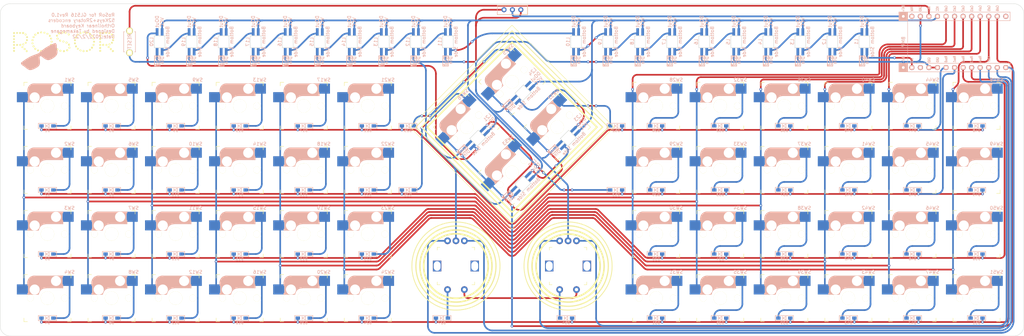
<source format=kicad_pcb>
(kicad_pcb (version 20211014) (generator pcbnew)
  (layers (0 "F.Cu" signal) (31 "B.Cu" signal) (34 "B.Paste" user) (35 "F.Paste" user) (36 "B.SilkS" user "B.Silkscreen") (37 "F.SilkS" user "F.Silkscreen") (38 "B.Mask" user) (39 "F.Mask" user) (44 "Edge.Cuts" user))
  (net 0 "")
  (net 1 "Row0")
  (net 2 "Net-(D1-Pad2)")
  (net 3 "Row1")
  (net 4 "Net-(D2-Pad2)")
  (net 5 "Row2")
  (net 6 "Net-(D3-Pad2)")
  (net 7 "Row3")
  (net 8 "Net-(D4-Pad2)")
  (net 9 "Net-(D5-Pad2)")
  (net 10 "Net-(D6-Pad2)")
  (net 11 "Net-(D7-Pad2)")
  (net 12 "Net-(D8-Pad2)")
  (net 13 "Net-(D9-Pad2)")
  (net 14 "Net-(D10-Pad2)")
  (net 15 "Net-(D11-Pad2)")
  (net 16 "Net-(D12-Pad2)")
  (net 17 "Net-(D13-Pad2)")
  (net 18 "Net-(D14-Pad2)")
  (net 19 "Net-(D15-Pad2)")
  (net 20 "Net-(D16-Pad2)")
  (net 21 "Net-(D17-Pad2)")
  (net 22 "Net-(D18-Pad2)")
  (net 23 "Net-(D19-Pad2)")
  (net 24 "Net-(D20-Pad2)")
  (net 25 "Net-(D21-Pad2)")
  (net 26 "Net-(D22-Pad2)")
  (net 27 "Net-(D23-Pad2)")
  (net 28 "Net-(D24-Pad2)")
  (net 29 "Net-(D25-Pad2)")
  (net 30 "Net-(D26-Pad2)")
  (net 31 "Net-(D27-Pad2)")
  (net 32 "Net-(D28-Pad1)")
  (net 33 "Net-(D29-Pad1)")
  (net 34 "Net-(D30-Pad1)")
  (net 35 "Net-(D31-Pad1)")
  (net 36 "Net-(D32-Pad1)")
  (net 37 "Net-(D33-Pad1)")
  (net 38 "Net-(D34-Pad1)")
  (net 39 "Net-(D35-Pad1)")
  (net 40 "Net-(D36-Pad1)")
  (net 41 "Net-(D37-Pad1)")
  (net 42 "Net-(D38-Pad1)")
  (net 43 "Net-(D39-Pad1)")
  (net 44 "Net-(D40-Pad1)")
  (net 45 "Net-(D41-Pad1)")
  (net 46 "Net-(D42-Pad1)")
  (net 47 "Net-(D43-Pad1)")
  (net 48 "Net-(D44-Pad1)")
  (net 49 "Net-(D45-Pad1)")
  (net 50 "Net-(D46-Pad1)")
  (net 51 "Net-(D47-Pad1)")
  (net 52 "Net-(D48-Pad1)")
  (net 53 "Net-(D49-Pad1)")
  (net 54 "Net-(D50-Pad1)")
  (net 55 "Net-(D51-Pad1)")
  (net 56 "Net-(D52-Pad1)")
  (net 57 "Net-(D53-Pad1)")
  (net 58 "Net-(D54-Pad1)")
  (net 59 "GND")
  (net 60 "Bat+")
  (net 61 "LED")
  (net 62 "Net-(L1-Pad1)")
  (net 63 "VCC")
  (net 64 "Net-(L2-Pad1)")
  (net 65 "Net-(L3-Pad1)")
  (net 66 "Net-(L4-Pad1)")
  (net 67 "Net-(L5-Pad1)")
  (net 68 "Net-(L6-Pad1)")
  (net 69 "Net-(L7-Pad1)")
  (net 70 "Net-(L8-Pad1)")
  (net 71 "Net-(L10-Pad3)")
  (net 72 "Net-(L10-Pad1)")
  (net 73 "Net-(L11-Pad1)")
  (net 74 "Net-(L12-Pad1)")
  (net 75 "Net-(L13-Pad1)")
  (net 76 "Net-(L14-Pad1)")
  (net 77 "Net-(L15-Pad1)")
  (net 78 "Net-(L16-Pad1)")
  (net 79 "Net-(L17-Pad1)")
  (net 80 "Net-(L18-Pad1)")
  (net 81 "Net-(L19-Pad1)")
  (net 82 "Net-(L20-Pad1)")
  (net 83 "Net-(L21-Pad1)")
  (net 84 "Net-(L22-Pad1)")
  (net 85 "Net-(L23-Pad1)")
  (net 87 "Col0")
  (net 88 "Col1")
  (net 89 "Col2")
  (net 90 "Col3")
  (net 91 "Col4")
  (net 92 "Col5")
  (net 93 "Col6")
  (net 94 "A1")
  (net 95 "B1")
  (net 96 "A2")
  (net 97 "B2")
  (net 98 "Reset")
  (footprint "kbd_SW:CherryMX_Hotswap_1u" (layer "F.Cu") (at 252.4125 47.625)
    (fp_text reference "SW36")
    (fp_text value "SW_PUSH" hide)
  )
  (footprint "kbd_SW:CherryMX_Hotswap_1u" (layer "F.Cu") (at 184.920385 53.951635 45)
    (fp_text reference "SW52")
    (fp_text value "SW_PUSH" hide)
  )
  (footprint "kbd_SW:CherryMX_Hotswap_1u" (layer "F.Cu") (at 52.3875 47.625)
    (fp_text reference "SW5")
    (fp_text value "SW_PUSH" hide)
  )
  (footprint "kbd_Parts:Diode_SMD" (layer "F.Cu") (at 214.31268 91.678202)
    (fp_text reference "D30")
    (fp_text value "D" hide)
  )
  (footprint "kbd_Parts:Diode_SMD" (layer "F.Cu") (at 90.487576 72.628186)
    (fp_text reference "D14")
    (fp_text value "D" hide)
  )
  (footprint "kbd_SW:CherryMX_Hotswap_1u" (layer "F.Cu") (at 290.5125 47.625)
    (fp_text reference "SW44")
    (fp_text value "SW_PUSH" hide)
  )
  (footprint "kbd_Parts:ResetSW" (layer "F.Cu") (at 57.745458 28.575072 90)
    (fp_text reference "SW55" hide)
    (fp_text value "SW_PUSH")
  )
  (footprint "kbd_SW:CherryMX_Hotswap_1u" (layer "F.Cu") (at 214.3125 85.725)
    (fp_text reference "SW30")
    (fp_text value "SW_PUSH" hide)
  )
  (footprint "kbd_Parts:Diode_SMD" (layer "F.Cu") (at 271.462728 110.728218)
    (fp_text reference "D43")
    (fp_text value "D" hide)
  )
  (footprint "kbd_Parts:Diode_SMD" (layer "F.Cu") (at 71.43756 110.728218)
    (fp_text reference "D12")
    (fp_text value "D" hide)
  )
  (footprint "kbd_Parts:LED_SK6812MINI-E_BL" (layer "F.Cu") (at 85.725 28.575 90)
    (fp_text reference "L18")
    (fp_text value "SK6812MINI")
    (fp_line (start -1.75 1.6) (end -1.75 -1.6) (layer "Edge.Cuts") (width 0.12))
    (fp_line (start -1.75 -1.6) (end 1.75 -1.6) (layer "Edge.Cuts") (width 0.12))
    (fp_line (start 1.75 -1.6) (end 1.75 1.6) (layer "Edge.Cuts") (width 0.12))
    (fp_line (start 1.75 1.6) (end -1.75 1.6) (layer "Edge.Cuts") (width 0.12))
  )
  (footprint "kbd_Parts:LED_SK6812MINI-E_BL" (layer "F.Cu") (at 188.193093 57.226861 45)
    (fp_text reference "L23")
    (fp_text value "SK6812MINI")
    (fp_line (start -1.75 1.6) (end -1.75 -1.6) (layer "Edge.Cuts") (width 0.12))
    (fp_line (start 1.75 1.6) (end -1.75 1.6) (layer "Edge.Cuts") (width 0.12))
    (fp_line (start 1.75 -1.6) (end 1.75 1.6) (layer "Edge.Cuts") (width 0.12))
    (fp_line (start -1.75 -1.6) (end 1.75 -1.6) (layer "Edge.Cuts") (width 0.12))
  )
  (footprint "kbd_Parts:Diode_SMD" (layer "F.Cu") (at 309.56276 91.678202)
    (fp_text reference "D50")
    (fp_text value "D" hide)
  )
  (footprint "kbd_SW:CherryMX_Hotswap_1u" (layer "F.Cu") (at 109.5375 85.725)
    (fp_text reference "SW19")
    (fp_text value "SW_PUSH" hide)
  )
  (footprint "kbd_SW:CherryMX_Hotswap_1u" (layer "F.Cu") (at 33.3375 85.725)
    (fp_text reference "SW3")
    (fp_text value "SW_PUSH" hide)
  )
  (footprint "kbd_Parts:Diode_SMD" (layer "F.Cu") (at 71.43756 72.628186)
    (fp_text reference "D10")
    (fp_text value "D" hide)
  )
  (footprint "kbd_Parts:Diode_SMD" (layer "F.Cu") (at 309.56276 72.628186)
    (fp_text reference "D49")
    (fp_text value "D" hide)
  )
  (footprint "kbd_SW:CherryMX_Hotswap_1u" (layer "F.Cu") (at 271.4625 85.725)
    (fp_text reference "SW42")
    (fp_text value "SW_PUSH" hide)
  )
  (footprint "kbd_Parts:Diode_SMD" (layer "F.Cu") (at 252.412712 72.628186)
    (fp_text reference "D37")
    (fp_text value "D" hide)
  )
  (footprint "kbd_Parts:Diode_SMD" (layer "F.Cu") (at 271.462728 91.678202)
    (fp_text reference "D42")
    (fp_text value "D" hide)
  )
  (footprint "kbd_Parts:Diode_SMD" (layer "F.Cu") (at 52.387544 72.628186)
    (fp_text reference "D6")
    (fp_text value "D" hide)
  )
  (footprint "kbd_SW:CherryMX_Hotswap_1u" (layer "F.Cu") (at 252.4125 85.725)
    (fp_text reference "SW38")
    (fp_text value "SW_PUSH" hide)
  )
  (footprint "kbd_SW:CherryMX_Hotswap_1u" (layer "F.Cu") (at 71.4375 66.675)
    (fp_text reference "SW10")
    (fp_text value "SW_PUSH" hide)
  )
  (footprint "kbd_SW:CherryMX_Hotswap_1u" (layer "F.Cu") (at 252.4125 104.775)
    (fp_text reference "SW39")
    (fp_text value "SW_PUSH" hide)
  )
  (footprint "kbd_Parts:Diode_SMD" (layer "F.Cu") (at 90.487576 110.728218)
    (fp_text reference "D16")
    (fp_text value "D" hide)
  )
  (footprint "kbd_SW:CherryMX_Hotswap_1u" (layer "F.Cu") (at 128.5875 66.675)
    (fp_text reference "SW22")
    (fp_text value "SW_PUSH" hide)
  )
  (footprint "kbd_SW:CherryMX_Hotswap_1u" (layer "F.Cu") (at 90.4875 104.775)
    (fp_text reference "SW16")
    (fp_text value "SW_PUSH" hide)
  )
  (footprint "kbd_Parts:Diode_SMD" (layer "F.Cu") (at 150.614442 110.728218)
    (fp_text reference "D27")
    (fp_text value "D" hide)
  )
  (footprint "kbd_SW:CherryMX_Hotswap_1u" (layer "F.Cu") (at 290.5125 85.725)
    (fp_text reference "SW46")
    (fp_text value "SW_PUSH" hide)
  )
  (footprint "kbd_SW:CherryMX_Hotswap_1u" (layer "F.Cu") (at 71.4375 47.625)
    (fp_text reference "SW9")
    (fp_text value "SW_PUSH" hide)
  )
  (footprint "kbd_Parts:Diode_SMD" (layer "F.Cu") (at 52.387544 53.57817)
    (fp_text reference "D5")
    (fp_text value "D" hide)
  )
  (footprint "kbd_SW:CherryMX_Hotswap_1u" (layer "F.Cu") (at 233.3625 47.625)
    (fp_text reference "SW32")
    (fp_text value "SW_PUSH" hide)
  )
  (footprint "kbd_Parts:Diode_SMD" (layer "F.Cu") (at 52.387544 91.678202)
    (fp_text reference "D7")
    (fp_text value "D" hide)
  )
  (footprint "kbd_SW:CherryMX_Hotswap_1u" (layer "F.Cu") (at 309.5625 85.725)
    (fp_text reference "SW50")
    (fp_text value "SW_PUSH" hide)
  )
  (footprint "kbd_SW:CherryMX_Hotswap_1u" (layer "F.Cu") (at 309.5625 104.775)
    (fp_text reference "SW51")
    (fp_text value "SW_PUSH" hide)
  )
  (footprint "kbd_SW:CherryMX_Hotswap_1u" (layer "F.Cu") (at 233.3625 66.675)
    (fp_text reference "SW33")
    (fp_text value "SW_PUSH" hide)
  )
  (footprint "kbd_Parts:Diode_SMD" (layer "F.Cu") (at 109.537592 91.678202)
    (fp_text reference "D19")
    (fp_text value "D" hide)
  )
  (footprint "kbd_Parts:LED_SK6812MINI-E_BL" (layer "F.Cu") (at 161.255138 57.224366 45)
    (fp_text reference "L21")
    (fp_text value "SK6812MINI")
    (fp_line (start 1.75 1.6) (end -1.75 1.6) (layer "Edge.Cuts") (width 0.12))
    (fp_line (start -1.75 -1.6) (end 1.75 -1.6) (layer "Edge.Cuts") (width 0.12))
    (fp_line (start 1.75 -1.6) (end 1.75 1.6) (layer "Edge.Cuts") (width 0.12))
    (fp_line (start -1.75 1.6) (end -1.75 -1.6) (layer "Edge.Cuts") (width 0.12))
  )
  (footprint "kbd_Parts:Diode_SMD" (layer "F.Cu") (at 140.493868 72.628186)
    (fp_text reference "D26")
    (fp_text value "D" hide)
  )
  (footprint "kbd_Parts:Diode_SMD" (layer "F.Cu") (at 202.40642 53.57817)
    (fp_text reference "D52")
    (fp_text value "D" hide)
  )
  (footprint "kbd_SW:CherryMX_Hotswap_1u" (layer "F.Cu") (at 233.3625 104.775)
    (fp_text reference "SW35")
    (fp_text value "SW_PUSH" hide)
  )
  (footprint "kbd_Parts:Diode_SMD" (layer "F.Cu") (at 233.362696 53.57817)
    (fp_text reference "D32")
    (fp_text value "D" hide)
  )
  (footprint "kbd_SW:CherryMX_Hotswap_1u" (layer "F.Cu") (at 33.3375 47.625)
    (fp_text reference "SW1")
    (fp_text value "SW_PUSH" hide)
  )
  (footprint "kbd_Parts:RotaryEncoder_EC12E" (layer "F.Cu") (at 154.78125 95.25 -90)
    (fp_text reference "SW27")
    (fp_text value "RotaryEncoder_Switch")
  )
  (footprint "kbd_Parts:LED_SK6812MINI-E_BL" (layer "F.Cu") (at 133.35 28.575 90)
    (fp_text reference "L13")
    (fp_text value "SK6812MINI")
    (fp_line (start -1.75 1.6) (end -1.75 -1.6) (layer "Edge.Cuts") (width 0.12))
    (fp_line (start 1.75 -1.6) (end 1.75 1.6) (layer "Edge.Cuts") (width 0.12))
    (fp_line (start 1.75 1.6) (end -1.75 1.6) (layer "Edge.Cuts") (width 0.12))
    (fp_line (start -1.75 -1.6) (end 1.75 -1.6) (layer "Edge.Cuts") (width 0.12))
  )
  (footprint "kbd_Parts:Diode_SMD" (layer "F.Cu") (at 309.56276 53.57817)
    (fp_text reference "D48")
    (fp_text value "D" hide)
  )
  (footprint "kbd_Parts:Diode_SMD" (layer "F.Cu") (at 214.31268 110.728218)
    (fp_text reference "D31")
    (fp_text value "D" hide)
  )
  (footprint "kbd_Parts:LED_SK6812MINI-E_BL" (layer "F.Cu") (at 104.775 28.575 90)
    (fp_text reference "L16")
    (fp_text value "SK6812MINI")
    (fp_line (start 1.75 -1.6) (end 1.75 1.6) (layer "Edge.Cuts") (width 0.12))
    (fp_line (start -1.75 1.6) (end -1.75 -1.6) (layer "Edge.Cuts") (width 0.12))
    (fp_line (start 1.75 1.6) (end -1.75 1.6) (layer "Edge.Cuts") (width 0.12))
    (fp_line (start -1.75 -1.6) (end 1.75 -1.6) (layer "Edge.Cuts") (width 0.12))
  )
  (footprint "kbd_Parts:RotaryEncoder_EC12E" (layer "F.Cu") (at 188.11875 95.25 -90)
    (fp_text reference "SW54")
    (fp_text value "RotaryEncoder_Switch")
  )
  (footprint "kbd_Parts:Diode_SMD" (layer "F.Cu") (at 290.512744 72.628186)
    (fp_text reference "D45")
    (fp_text value "D" hide)
  )
  (footprint "kbd_SW:CherryMX_Hotswap_1u" (layer "F.Cu") (at 52.3875 85.725)
    (fp_text reference "SW7")
    (fp_text value "SW_PUSH" hide)
  )
  (footprint "kbd_SW:CherryMX_Hotswap_1u" (layer "F.Cu") (at 271.4625 47.625)
    (fp_text reference "SW40")
    (fp_text value "SW_PUSH" hide)
  )
  (footprint "kbd_SW:CherryMX_Hotswap_1u" (layer "F.Cu") (at 309.5625 66.675)
    (fp_text reference "SW49")
    (fp_text value "SW_PUSH" hide)
  )
  (footprint "kbd_Parts:Diode_SMD" (layer "F.Cu") (at 309.56276 110.728218)
    (fp_text reference "D51")
    (fp_text value "D" hide)
  )
  (footprint "kbd_Parts:Diode_SMD" (layer "F.Cu") (at 33.337528 72.628186)
    (fp_text reference "D2")
    (fp_text value "D" hide)
  )
  (footprint "kbd_Parts:LED_SK6812MINI-E_BL" (layer "F.Cu") (at 174.649658 70.767714 45)
    (fp_text reference "L22")
    (fp_text value "SK6812MINI")
    (fp_line (start -1.75 1.6) (end -1.75 -1.6) (layer "Edge.Cuts") (width 0.12))
    (fp_line (start 1.75 1.6) (end -1.75 1.6) (layer "Edge.Cuts") (width 0.12))
    (fp_line (start -1.75 -1.6) (end 1.75 -1.6) (layer "Edge.Cuts") (width 0.12))
    (fp_line (start 1.75 -1.6) (end 1.75 1.6) (layer "Edge.Cuts") (width 0.12))
  )
  (footprint "kbd_Parts:LED_SK6812MINI-E_BL" (layer "F.Cu") (at 228.6 28.575 90)
    (fp_text reference "L6")
    (fp_text value "SK6812MINI")
    (fp_line (start -1.75 -1.6) (end 1.75 -1.6) (layer "Edge.Cuts") (width 0.12))
    (fp_line (start 1.75 -1.6) (end 1.75 1.6) (layer "Edge.Cuts") (width 0.12))
    (fp_line (start -1.75 1.6) (end -1.75 -1.6) (layer "Edge.Cuts") (width 0.12))
    (fp_line (start 1.75 1.6) (end -1.75 1.6) (layer "Edge.Cuts") (width 0.12))
  )
  (footprint "kbd_Parts:Diode_SMD" (layer "F.Cu") (at 33.337528 53.57817)
    (fp_text reference "D1")
    (fp_text value "D" hide)
  )
  (footprint "kbd_Parts:Micon_BMP_GL" (layer "F.Cu") (at 304.8 28.575 90)
    (fp_text reference "U1" hide)
    (fp_text value "BLEMicroPro" hide)
  )
  (footprint "kbd_Parts:Diode_SMD" (layer "F.Cu") (at 52.387544 110.728218)
    (fp_text reference "D8")
    (fp_text value "D" hide)
  )
  (footprint "kbd_SW:CherryMX_Hotswap_1u" (layer "F.Cu") (at 171.45 40.48125 45)
    (fp_text reference "SW25")
    (fp_text value "SW_PUSH" hide)
  )
  (footprint "kbd_Parts:Diode_SMD" (layer "F.Cu") (at 90.487576 53.57817)
    (fp_text reference "D13")
    (fp_text value "D" hide)
  )
  (footprint "kbd_Parts:LED_SK6812MINI-E_BL" (layer "F.Cu") (at 123.825 28.575 90)
    (fp_text reference "L14")
    (fp_text value "SK6812MINI")
    (fp_line (start 1.75 1.6) (end -1.75 1.6) (layer "Edge.Cuts") (width 0.12))
    (fp_line (start 1.75 -1.6) (end 1.75 1.6) (layer "Edge.Cuts") (width 0.12))
    (fp_line (start -1.75 -1.6) (end 1.75 -1.6) (layer "Edge.Cuts") (width 0.12))
    (fp_line (start -1.75 1.6) (end -1.75 -1.6) (layer "Edge.Cuts") (width 0.12))
  )
  (footprint "kbd_SW:CherryMX_Hotswap_1u" (layer "F.Cu") (at 128.5875 47.625)
    (fp_text reference "SW21")
    (fp_text value "SW_PUSH" hide)
  )
  (footprint "kbd_SW:CherryMX_Hotswap_1u" (layer "F.Cu") (at 109.5375 104.775)
    (fp_text reference "SW20")
    (fp_text value "SW_PUSH" hide)
  )
  (footprint "kbd_Parts:LED_SK6812MINI-E_BL" (layer "F.Cu") (at 200.025 28.575 90)
    (fp_text reference "L9")
    (fp_text value "SK6812MINI")
    (fp_line (start -1.75 -1.6) (end 1.75 -1.6) (layer "Edge.Cuts") (width 0.12))
    (fp_line (start 1.75 -1.6) (end 1.75 1.6) (layer "Edge.Cuts") (width 0.12))
    (fp_line (start -1.75 1.6) (end -1.75 -1.6) (layer "Edge.Cuts") (width 0.12))
    (fp_line (start 1.75 1.6) (end -1.75 1.6) (layer "Edge.Cuts") (width 0.12))
  )
  (footprint "kbd_Parts:Diode_SMD" (layer "F.Cu") (at 187.52391 110.728218)
    (fp_text reference "D54")
    (fp_text value "D" hide)
  )
  (footprint "kbd_SW:CherryMX_Hotswap_1u" (layer "F.Cu") (at 52.3875 66.675)
    (fp_text reference "SW6")
    (fp_text value "SW_PUSH" hide)
  )
  (footprint "kbd_Parts:LED_SK6812MINI-E_BL" (layer "F.Cu") (at 76.2 28.575 90)
    (fp_text reference "L19")
    (fp_text value "SK6812MINI")
    (fp_line (start -1.75 1.6) (end -1.75 -1.6) (layer "Edge.Cuts") (width 0.12))
    (fp_line (start 1.75 -1.6) (end 1.75 1.6) (layer "Edge.Cuts") (width 0.12))
    (fp_line (start 1.75 1.6) (end -1.75 1.6) (layer "Edge.Cuts") (width 0.12))
    (fp_line (start -1.75 -1.6) (end 1.75 -1.6) (layer "Edge.Cuts") (width 0.12))
  )
  (footprint "kbd_Parts:Diode_SMD" (layer "F.Cu") (at 71.43756 91.678202)
    (fp_text reference "D11")
    (fp_text value "D" hide)
  )
  (footprint "kbd_Parts:Diode_SMD" (layer "F.Cu") (at 252.412712 110.728218)
    (fp_text reference "D39")
    (fp_text value "D" hide)
  )
  (footprint "kbd_Parts:Diode_SMD" (layer "F.Cu") (at 271.462728 53.57817)
    (fp_text reference "D40")
    (fp_text value "D" hide)
  )
  (footprint "kbd_SW:CherryMX_Hotswap_1u" (layer "F.Cu") (at 109.5375 66.675)
    (fp_text reference "SW18")
    (fp_text value "SW_PUSH" hide)
  )
  (footprint "kbd_Parts:LED_SK6812MINI-E_BL" (layer "F.Cu") (at 142.875 28.575 90)
    (fp_text reference "L12")
    (fp_text value "SK6812MINI")
    (fp_line (start 1.75 -1.6) (end 1.75 1.6) (layer "Edge.Cuts") (width 0.12))
    (fp_line (start 1.75 1.6) (end -1.75 1.6) (layer "Edge.Cuts") (width 0.12))
    (fp_line (start -1.75 1.6) (end -1.75 -1.6) (layer "Edge.Cuts") (width 0.12))
    (fp_line (start -1.75 -1.6) (end 1.75 -1.6) (layer "Edge.Cuts") (width 0.12))
  )
  (footprint "kbd_Parts:LED_SK6812MINI-E_BL" (layer "F.Cu") (at 152.4 28.575 90)
    (fp_text reference "L11")
    (fp_text value "SK6812MINI")
    (fp_line (start 1.75 1.6) (end -1.75 1.6) (layer "Edge.Cuts") (width 0.12))
    (fp_line (start 1.75 -1.6) (end 1.75 1.6) (layer "Edge.Cuts") (width 0.12))
    (fp_line (start -1.75 1.6) (end -1.75 -1.6) (layer "Edge.Cuts") (width 0.12))
    (fp_line (start -1.75 -1.6) (end 1.75 -1.6) (layer "Edge.Cuts") (width 0.12))
  )
  (footprint "kbd_SW:CherryMX_Hotswap_1u" (layer "F.Cu") (at 157.979616 53.951635 45)
    (fp_text reference "SW26")
    (fp_text value "SW_PUSH" hide)
  )
  (footprint "kbd_SW:CherryMX_Hotswap_1u" (layer "F.Cu") (at 214.3125 47.625)
    (fp_text reference "SW28")
    (fp_text value "SW_PUSH" hide)
  )
  (footprint "kbd_SW:CherryMX_Hotswap_1u" (layer "F.Cu") (at 71.4375 85.725)
    (fp_text reference "SW11")
    (fp_text value "SW_PUSH" hide)
  )
  (footprint "kbd_Parts:LED_SK6812MINI-E_BL" (layer "F.Cu") (at 276.225 28.575 90)
    (fp_text reference "L1")
    (fp_text value "SK6812MINI")
    (fp_line (start -1.75 1.6) (end -1.75 -1.6) (layer "Edge.Cuts") (width 0.12))
    (fp_line (start 1.75 1.6) (end -1.75 1.6) (layer "Edge.Cuts") (width 0.12))
    (fp_line (start 1.75 -1.6) (end 1.75 1.6) (layer "Edge.Cuts") (width 0.12))
    (fp_line (start -1.75 -1.6) (end 1.75 -1.6) (layer "Edge.Cuts") (width 0.12))
  )
  (footprint "kbd_Parts:Diode_SMD" (layer "F.Cu") (at 202.40642 72.628186)
    (fp_text reference "D53")
    (fp_text value "D" hide)
  )
  (footprint "kbd_Parts:Diode_SMD" (layer "F.Cu") (at 233.362696 110.728218)
    (fp_text reference "D35")
    (fp_text value "D" hide)
  )
  (footprint "kbd_SW:CherryMX_Hotswap_1u" (layer "F.Cu") (at 252.4125 66.675)
    (fp_text reference "SW37")
    (fp_text value "SW_PUSH" hide)
  )
  (footprint "kbd_SW:CherryMX_Hotswap_1u" (layer "F.Cu") (at 271.4625 104.775)
    (fp_text reference "SW43")
    (fp_text value "SW_PUSH" hide)
  )
  (footprint "kbd_Parts:Diode_SMD" (layer "F.Cu") (at 128.587608 110.728218)
    (fp_text reference "D24")
    (fp_text value "D" hide)
  )
  (footprint "kbd_Parts:LED_SK6812MINI-E_BL" (layer "F.Cu") (at 238.125 28.575 90)
    (fp_text reference "L5")
    (fp_text value "SK6812MINI")
    (fp_line (start 1.75 1.6) (end -1.75 1.6) (layer "Edge.Cuts") (width 0.12))
    (fp_line (start -1.75 -1.6) (end 1.75 -1.6) (layer "Edge.Cuts") (width 0.12))
    (fp_line (start -1.75 1.6) (end -1.75 -1.6) (layer "Edge.Cuts") (width 0.12))
    (fp_line (start 1.75 -1.6) (end 1.75 1.6) (layer "Edge.Cuts") (width 0.12))
  )
  (footprint "kbd_Parts:LED_SK6812MINI-E_BL" (layer "F.Cu") (at 219.075 28.575 90)
    (fp_text reference "L7")
    (fp_text value "SK6812MINI")
    (fp_line (start -1.75 1.6) (end -1.75 -1.6) (layer "Edge.Cuts") (width 0.12))
    (fp_line (start -1.75 -1.6) (end 1.75 -1.6) (layer "Edge.Cuts") (width 0.12))
    (fp_line (start 1.75 1.6) (end -1.75 1.6) (layer "Edge.Cuts") (width 0.12))
    (fp_line (start 1.75 -1.6) (end 1.75 1.6) (layer "Edge.Cuts") (width 0.12))
  )
  (footprint "kbd_Parts:LED_SK6812MINI-E_BL" (layer "F.Cu") (at 209.55 28.575 90)
    (fp_text reference "L8")
    (fp_text value "SK6812MINI")
    (fp_line (start -1.75 1.6) (end -1.75 -1.6) (layer "Edge.Cuts") (width 0.12))
    (fp_line (start 1.75 -1.6) (end 1.75 1.6) (layer "Edge.Cuts") (width 0.12))
    (fp_line (start 1.75 1.6) (end -1.75 1.6) (layer "Edge.Cuts") (width 0.12))
    (fp_line (start -1.75 -1.6) (end 1.75 -1.6) (layer "Edge.Cuts") (width 0.12))
  )
  (footprint "kbd_Parts:LED_SK6812MINI-E_BL" (layer "F.Cu") (at 174.724072 43.755432 45)
    (fp_text reference "L24")
    (fp_text value "SK6812MINI")
    (fp_line (start -1.75 -1.6) (end 1.75 -1.6) (layer "Edge.Cuts") (width 0.12))
    (fp_line (start 1.75 -1.6) (end 1.75 1.6) (layer "Edge.Cuts") (width 0.12))
    (fp_line (start 1.75 1.6) (end -1.75 1.6) (layer "Edge.Cuts") (width 0.12))
    (fp_line (start -1.75 1.6) (end -1.75 -1.6) (layer "Edge.Cuts") (width 0.12))
  )
  (footprint "kbd_Parts:LED_SK6812MINI-E_BL" (layer "F.Cu") (at 95.25 28.575 90)
    (fp_text reference "L17")
    (fp_text value "SK6812MINI")
    (fp_line (start -1.75 -1.6) (end 1.75 -1.6) (layer "Edge.Cuts") (width 0.12))
    (fp_line (start 1.75 -1.6) (end 1.75 1.6) (layer "Edge.Cuts") (width 0.12))
    (fp_line (start -1.75 1.6) (end -1.75 -1.6) (layer "Edge.Cuts") (width 0.12))
    (fp_line (start 1.75 1.6) (end -1.75 1.6) (layer "Edge.Cuts") (width 0.12))
  )
  (footprint "kbd_Parts:Diode_SMD" (layer "F.Cu") (at 290.512744 91.678202)
    (fp_text reference "D46")
    (fp_text value "D" hide)
  )
  (footprint "kbd_Parts:Diode_SMD" (layer "F.Cu") (at 290.512744 53.57817)
    (fp_text reference "D44")
    (fp_text value "D" hide)
  )
  (footprint "kbd_SW:CherryMX_Hotswap_1u" (layer "F.Cu") (at 290.5125 66.675)
    (fp_text reference "SW45")
    (fp_text value "SW_PUSH" hide)
  )
  (footprint "kbd_SW:CherryMX_Hotswap_1u" (layer "F.Cu") (at 290.5125 104.775)
    (fp_text reference "SW47")
    (fp_text value "SW_PUSH" hide)
  )
  (footprint "kbd_Parts:LED_SK6812MINI-E_BL" (layer "F.Cu") (at 266.7 28.575 90)
    (fp_text reference "L2")
    (fp_text value "SK6812MINI")
    (fp_line (start 1.75 1.6) (end -1.75 1.6) (layer "Edge.Cuts") (width 0.12))
    (fp_line (start -1.75 -1.6) (end 1.75 -1.6) (layer "Edge.Cuts") (width 0.12))
    (fp_line (start 1.75 -1.6) (end 1.75 1.6) (layer "Edge.Cuts") (width 0.12))
    (fp_line (start -1.75 1.6) (end -1.75 -1.6) (layer "Edge.Cuts") (width 0.12))
  )
  (footprint "kbd_SW:CherryMX_Hotswap_1u" (layer "F.Cu") (at 71.4375 104.775)
    (fp_text reference "SW12")
    (fp_text value "SW_PUSH" hide)
  )
  (footprint "kbd_Parts:Diode_SMD" (layer "F.Cu") (at 128.587608 72.628186)
    (fp_text reference "D22")
    (fp_text value "D" hide)
  )
  (footprint "kbd_Parts:Diode_SMD" (layer "F.Cu") (at 90.487576 91.678202)
    (fp_text reference "D15")
    (fp_text value "D" hide)
  )
  (footprint "kbd_Parts:Diode_SMD" (layer "F.Cu") (at 214.31268 53.57817)
    (fp_text reference "D28")
    (fp_text value "D" hide)
  )
  (footprint "kbd_Parts:Diode_SMD" (layer "F.Cu") (at 140.493868 53.57817)
    (fp_text reference "D25")
    (fp_text value "D" hide)
  )
  (footprint "kbd_Parts:Diode_SMD" (layer "F.Cu") (at 233.3625 72.628186)
    (fp_text reference "D33")
    (fp_text value "D" hide)
  )
  (footprint "kbd_SW:CherryMX_Hotswap_1u" (layer "F.Cu") (at 214.3125 104.775)
    (fp_text reference "SW31")
    (fp_text value "SW_PUSH" hide)
  )
  (footprint "kbd_SW:CherryMX_Hotswap_1u" (layer "F.Cu") (at 309.5625 47.625)
    (fp_text reference "SW48")
    (fp_text value "SW_PUSH" hide)
  )
  (footprint "kbd_Parts:Diode_SMD" (layer "F.Cu") (at 33.337528 91.678202)
    (fp_text reference "D3")
    (fp_text value "D" hide)
  )
  (footprint "kbd_Parts:Diode_SMD" (layer "F.Cu") (at 252.412712 53.57817)
    (fp_text reference "D36")
    (fp_text value "D" hide)
  )
  (footprint "kbd_SW:CherryMX_Hotswap_1u" (layer "F.Cu") (at 90.4875 66.675)
    (fp_text reference "SW14")
    (fp_text value "SW_PUSH" hide)
  )
  (footprint "kbd_Parts:Diode_SMD" (layer "F.Cu") (at 33.337528 110.728218)
    (fp_text reference "D4")
    (fp_text value "D" hide)
  )
  (footprint "kbd_SW:CherryMX_Hotswap_1u" (layer "F.Cu") (at 214.3125 66.675)
    (fp_text reference "SW29")
    (fp_text value "SW_PUSH" hide)
  )
  (footprint "kbd_SW:CherryMX_Hotswap_1u" (layer "F.Cu") (at 109.5375 47.625)
    (fp_text reference "SW17")
    (fp_text value "SW_PUSH" hide)
  )
  (footprint "kbd_Parts:LED_SK6812MINI-E_BL" (layer "F.Cu") (at 257.175 28.575 90)
    (fp_text reference "L3")
    (fp_text value "SK6812MINI")
    (fp_line (start -1.75 -1.6) (end 1.75 -1.6) (layer "Edge.Cuts") (width 0.12))
    (fp_line (start 1.75 -1.6) (end 1.75 1.6) (layer "Edge.Cuts") (width 0.12))
    (fp_line (start 1.75 1.6) (end -1.75 1.6) (layer "Edge.Cuts") (width 0.12))
    (fp_line (start -1.75 1.6) (end -1.75 -1.6) (layer "Edge.Cuts") (width 0.12))
  )
  (footprint "kbd_Parts:Diode_SMD" (layer "F.Cu") (at 128.587608 91.678202)
    (fp_text reference "D23")
    (fp_text value "D" hide)
  )
  (footprint "kbd_SW:CherryMX_Hotswap_1u" (layer "F.Cu") (at 90.4875 85.725)
    (fp_text reference "SW15")
    (fp_text value "SW_PUSH" hide)
  )
  (footprint "kbd_Parts:Diode_SMD" (layer "F.Cu") (at 290.512744 110.728218)
    (fp_text reference "D47")
    (fp_text value "D" hide)
  )
  (footprint "kbd_SW:CherryMX_Hotswap_1u" (layer "F.Cu") (at 128.5875 85.725)
    (fp_text reference "SW23")
    (fp_text value "SW_PUSH" hide)
  )
  (footprint "kbd_SW:CherryMX_Hotswap_1u" (layer "F.Cu") (at 33.3375 66.675)
    (fp_text reference "SW2")
    (fp_text value "SW_PUSH" hide)
  )
  (footprint "kbd_SW:CherryMX_Hotswap_1u" (layer "F.Cu") (at 128.5875 104.775)
    (fp_text reference "SW24")
    (fp_text value "SW_PUSH" hide)
  )
  (footprint "kbd_Parts:LED_SK6812MINI-E_BL" (layer "F.Cu") (at 66.675 28.575 90)
    (fp_text reference "L20")
    (fp_text value "SK6812MINI")
    (fp_line (start -1.75 -1.6) (end 1.75 -1.6) (layer "Edge.Cuts") (width 0.12))
    (fp_line (start 1.75 -1.6) (end 1.75 1.6) (layer "Edge.Cuts") (width 0.12))
    (fp_line (start 1.75 1.6) (end -1.75 1.6) (layer "Edge.Cuts") (width 0.12))
    (fp_line (start -1.75 1.6) (end -1.75 -1.6) (layer "Edge.Cuts") (width 0.12))
  )
  (footprint "kbd_Parts:LED_SK6812MINI-E_BL" (layer "F.Cu") (at 114.3 28.575 90)
    (fp_text reference "L15")
    (fp_text value "SK6812MINI")
    (fp_line (start 1.75 -1.6) (end 1.75 1.6) (layer "Edge.Cuts") (width 0.12))
    (fp_line (start 1.75 1.6) (end -1.75 1.6) (layer "Edge.Cuts") (width 0.12))
    (fp_line (start -1.75 -1.6) (end 1.75 -1.6) (layer "Edge.Cuts") (width 0.12))
    (fp_line (start -1.75 1.6) (end -1.75 -1.6) (layer "Edge.Cuts") (width 0.12))
  )
  (footprint "kbd_SW:CherryMX_Hotswap_1u" (layer "F.Cu") (at 33.3375 104.775)
    (fp_text reference "SW4")
    (fp_text value "SW_PUSH" hide)
  )
  (footprint "kbd_Parts:Battery_XH2.5_GL_PCB" (layer "F.Cu") (at 171.56875 19)
    (fp_text reference "J1")
    (fp_text value "Conn_01x02" hide)
  )
  (footprint "kbd_Parts:Diode_SMD" (layer "F.Cu") (at 109.5375 53.57817)
    (fp_text reference "D17")
    (fp_text value "D" hide)
  )
  (footprint "kbd_Parts:LED_SK6812MINI-E_BL" (layer "F.Cu") (at 247.65 28.575 90)
    (fp_text reference "L4")
    (fp_text value "SK6812MINI")
    (fp_line (start -1.75 -1.6) (end 1.75 -1.6) (layer "Edge.Cuts") (width 0.12))
    (fp_line (start 1.75 1.6) (end -1.75 1.6) (layer "Edge.Cuts") (width 0.12))
    (fp_line (start -1.75 1.6) (end -1.75 -1.6) (layer "Edge.Cuts") (width 0.12))
    (fp_line (start 1.75 -1.6) (end 1.75 1.6) (layer "Edge.Cuts") (width 0.12))
  )
  (footprint "LOGO" (layer "F.Cu") (at 38.1 28.575)
    (fp_text reference "G***")
    (fp_text value "LOGO" hide)
  )
  (footprint "kbd_Parts:Diode_SMD" (layer "F.Cu") (at 233.362696 91.678202)
    (fp_text reference "D34")
    (fp_text value "D" hide)
  )
  (footprint "kbd_SW:CherryMX_Hotswap_1u" (layer "F.Cu") (at 90.4875 47.625)
    (fp_text reference "SW13")
    (fp_text value "SW_PUSH" hide)
  )
  (footprint "kbd_SW:CherryMX_Hotswap_1u" (layer "F.Cu") (at 52.3875 104.775)
    (fp_text reference "SW8")
    (fp_text value "SW_PUSH" hide)
  )
  (footprint "kbd_SW:CherryMX_Hotswap_1u" (layer "F.Cu") (at 171.45 67.422019 45)
    (fp_text reference "SW53")
    (fp_text value "SW_PUSH" hide)
  )
  (footprint "kbd_Parts:Diode_SMD" (layer "F.Cu") (at 271.4625 72.628186)
    (fp_text reference "D41")
    (fp_text value "D" hide)
  )
  (footprint "kbd_Parts:Diode_SMD" (layer "F.Cu") (at 252.412712 91.678202)
    (fp_text reference "D38")
    (fp_text value "D" hide)
  )
  (footprint "kbd_Parts:Diode_SMD" (layer "F.Cu") (at 109.537592 110.728218)
    (fp_text reference "D20")
    (fp_text value "D" hide)
  )
  (footprint "kbd_Parts:Diode_SMD" (layer "F.Cu") (at 109.537592 72.628186)
    (fp_text reference "D18")
    (fp_text value "D" hide)
  )
  (footprint "kbd_Parts:Diode_SMD" (layer "F.Cu") (at 71.43756 53.57817)
    (fp_text reference "D9")
    (fp_text value "D" hide)
  )
  (footprint "kbd_SW:CherryMX_Hotswap_1u" (layer "F.Cu") (at 233.3625 85.725)
    (fp_text reference "SW34")
    (fp_text value "SW_PUSH" hide)
  )
  (footprint "kbd_Parts:Diode_SMD" (layer "F.Cu") (at 214.31268 72.628186)
    (fp_text reference "D29")
    (fp_text value "D" hide)
  )
  (footprint "kbd_SW:CherryMX_Hotswap_1u" (layer "F.Cu") (at 271.4625 66.675)
    (fp_text reference "SW41")
    (fp_text value "SW_PUSH" hide)
  )
  (footprint "kbd_Parts:LED_SK6812MINI-E_BL" (layer "F.Cu") (at 190.5 28.575 90)
    (fp_text reference "L10")
    (fp_text value "SK6812MINI")
    (fp_line (start -1.75 1.6) (end -1.75 -1.6) (layer "Edge.Cuts") (width 0.12))
    (fp_line (start 1.75 -1.6) (end 1.75 1.6) (layer "Edge.Cuts") (width 0.12))
    (fp_line (start -1.75 -1.6) (end 1.75 -1.6) (layer "Edge.Cuts") (width 0.12))
    (fp_line (start 1.75 1.6) (end -1.75 1.6) (layer "Edge.Cuts") (width 0.12))
  )
  (footprint "kbd_Parts:Diode_SMD" (layer "F.Cu") (at 128.587608 53.57817)
    (fp_text reference "D21")
    (fp_text value "D" hide)
  )
  (footprint "LOGO" (layer "B.Cu") (at 31.402708 33.337472 -150)
    (fp_text reference "G***")
    (fp_text value "LOGO" hide)
  )
  (gr_line (start 40.332388 53.57808) (end 40.332388 54.619876) (layer "F.SilkS") (width 0.15))
  (gr_line (start 264.467356 111.769828) (end 264.467356 110.728032) (layer "F.SilkS") (width 0.15))
  (gr_line (start 245.417372 60.721824) (end 245.417372 59.680028) (layer "F.SilkS") (width 0.15))
  (gr_line (start 171.44366 30.587472) (end 170.706999 31.324133) (layer "F.SilkS") (width 0.15))
  (gr_line (start 207.317404 98.821792) (end 207.317404 97.779996) (layer "F.SilkS") (width 0.15))
  (gr_line (start 64.442524 41.67184) (end 64.442524 40.630044) (layer "F.SilkS") (width 0.15))
  (gr_line (start 259.407204 97.779996) (end 259.407204 98.821792) (layer "F.SilkS") (width 0.15))
  (gr_line (start 172.180321 49.635421) (end 171.44366 50.372082) (layer "F.SilkS") (width 0.15))
  (gr_line (start 58.340576 59.680028) (end 59.382372 59.680028) (layer "F.SilkS") (width 0.15))
  (gr_line (start 239.315424 40.630044) (end 240.35722 40.630044) (layer "F.SilkS") (width 0.15))
  (gr_line (start 134.540512 40.630044) (end 135.582308 40.630044) (layer "F.SilkS") (width 0.15))
  (gr_line (start 296.465376 78.730012) (end 297.507172 78.730012) (layer "F.SilkS") (width 0.15))
  (gr_line (start 277.415392 40.630044) (end 278.457188 40.630044) (layer "F.SilkS") (width 0.15))
  (gr_line (start 46.434336 54.619876) (end 45.39254 54.619876) (layer "F.SilkS") (width 0.15))
  (gr_line (start 102.542492 79.771808) (end 102.542492 78.730012) (layer "F.SilkS") (width 0.15))
  (gr_line (start 180.599304 66.683861) (end 181.335965 67.420522) (layer "F.SilkS") (width 0.15))
  (gr_line (start 194.806338 53.95015) (end 194.069677 54.686811) (layer "F.SilkS") (width 0.15))
  (gr_line (start 59.382372 73.66986) (end 58.340576 73.66986) (layer "F.SilkS") (width 0.15))
  (gr_line (start 45.39254 97.779996) (end 46.434336 97.779996) (layer "F.SilkS") (width 0.15))
  (gr_line (start 115.490528 78.730012) (end 116.532324 78.730012) (layer "F.SilkS") (width 0.15))
  (gr_line (start 207.317404 41.67184) (end 207.317404 40.630044) (layer "F.SilkS") (width 0.15))
  (gr_line (start 207.317404 97.779996) (end 208.3592 97.779996) (layer "F.SilkS") (width 0.15))
  (gr_line (start 316.557156 92.719844) (end 315.51536 92.719844) (layer "F.SilkS") (width 0.15))
  (gr_line (start 240.35722 72.628064) (end 240.35722 73.66986) (layer "F.SilkS") (width 0.15))
  (gr_line (start 26.342556 91.678048) (end 26.342556 92.719844) (layer "F.SilkS") (width 0.15))
  (gr_line (start 221.307236 40.630044) (end 221.307236 41.67184) (layer "F.SilkS") (width 0.15))
  (gr_line (start 59.382372 92.719844) (end 58.340576 92.719844) (layer "F.SilkS") (width 0.15))
  (gr_line (start 226.367388 98.821792) (end 226.367388 97.779996) (layer "F.SilkS") (width 0.15))
  (gr_line (start 264.467356 97.779996) (end 265.509152 97.779996) (layer "F.SilkS") (width 0.15))
  (gr_line (start 240.35722 78.730012) (end 240.35722 79.771808) (layer "F.SilkS") (width 0.15))
  (gr_line (start 220.26544 97.779996) (end 221.307236 97.779996) (layer "F.SilkS") (width 0.15))
  (gr_line (start 245.417372 41.67184) (end 245.417372 40.630044) (layer "F.SilkS") (width 0.15))
  (gr_line (start 45.39254 40.630044) (end 46.434336 40.630044) (layer "F.SilkS") (width 0.15))
  (gr_line (start 97.48234 91.678048) (end 97.48234 92.719844) (layer "F.SilkS") (width 0.15))
  (gr_line (start 258.365408 78.730012) (end 259.407204 78.730012) (layer "F.SilkS") (width 0.15))
  (gr_line (start 221.307236 92.719844) (end 220.26544 92.719844) (layer "F.SilkS") (width 0.15))
  (gr_line (start 315.51536 97.779996) (end 316.557156 97.779996) (layer "F.SilkS") (width 0.15))
  (gr_line (start 296.465376 40.630044) (end 297.507172 40.630044) (layer "F.SilkS") (width 0.15))
  (gr_line (start 316.557156 78.730012) (end 316.557156 79.771808) (layer "F.SilkS") (width 0.15))
  (gr_poly (pts (xy 146.193029 53.951634) (xy 171.45 28.694664) (xy 196.70697 53.951634) (xy 171.45 79.208605)) (layer "F.SilkS") (width 0.45) (fill none))
  (gr_line (start 265.509152 92.719844) (end 264.467356 92.719844) (layer "F.SilkS") (width 0.15))
  (gr_line (start 283.51734 111.769828) (end 283.51734 110.728032) (layer "F.SilkS") (width 0.15))
  (gr_line (start 208.3592 111.769828) (end 207.317404 111.769828) (layer "F.SilkS") (width 0.15))
  (gr_line (start 135.582308 53.57808) (end 135.582308 54.619876) (layer "F.SilkS") (width 0.15))
  (gr_line (start 240.35722 40.630044) (end 240.35722 41.67184) (layer "F.SilkS") (width 0.15))
  (gr_line (start 78.432356 54.619876) (end 77.39056 54.619876) (layer "F.SilkS") (width 0.15))
  (gr_circle (center 154.78125 95.25) (end 167.878125 95.25) (layer "F.SilkS") (width 0.25) (fill none))
  (gr_line (start 207.317404 60.721824) (end 207.317404 59.680028) (layer "F.SilkS") (width 0.15))
  (gr_line (start 121.592476 98.821792) (end 121.592476 97.779996) (layer "F.SilkS") (width 0.15))
  (gr_line (start 277.415392 97.779996) (end 278.457188 97.779996) (layer "F.SilkS") (width 0.15))
  (gr_line (start 207.317404 111.769828) (end 207.317404 110.728032) (layer "F.SilkS") (width 0.15))
  (gr_line (start 246.459168 92.719844) (end 245.417372 92.719844) (layer "F.SilkS") (width 0.15))
  (gr_line (start 297.507172 72.628064) (end 297.507172 73.66986) (layer "F.SilkS") (width 0.15))
  (gr_line (start 78.432356 91.678048) (end 78.432356 92.719844) (layer "F.SilkS") (width 0.15))
  (gr_line (start 245.417372 92.719844) (end 245.417372 91.678048) (layer "F.SilkS") (width 0.15))
  (gr_line (start 259.407204 91.678048) (end 259.407204 92.719844) (layer "F.SilkS") (width 0.15))
  (gr_line (start 27.384352 54.619876) (end 26.342556 54.619876) (layer "F.SilkS") (width 0.15))
  (gr_line (start 259.407204 54.619876) (end 258.365408 54.619876) (layer "F.SilkS") (width 0.15))
  (gr_line (start 97.48234 111.769828) (end 96.440544 111.769828) (layer "F.SilkS") (width 0.15))
  (gr_line (start 103.584288 111.769828) (end 102.542492 111.769828) (layer "F.SilkS") (width 0.15))
  (gr_line (start 259.407204 59.680028) (end 259.407204 60.721824) (layer "F.SilkS") (width 0.15))
  (gr_line (start 65.48432 92.719844) (end 64.442524 92.719844) (layer "F.SilkS") (width 0.15))
  (gr_line (start 157.973287 44.057845) (end 158.709948 44.794506) (layer "F.SilkS") (width 0.15))
  (gr_line (start 102.542492 78.730012) (end 103.584288 78.730012) (layer "F.SilkS") (width 0.15))
  (gr_line (start 297.507172 40.630044) (end 297.507172 41.67184) (layer "F.SilkS") (width 0.15))
  (gr_line (start 46.434336 73.66986) (end 45.39254 73.66986) (layer "F.SilkS") (width 0.15))
  (gr_line (start 97.48234 78.730012) (end 97.48234 79.771808) (layer "F.SilkS") (width 0.15))
  (gr_line (start 226.367388 92.719844) (end 226.367388 91.678048) (layer "F.SilkS") (width 0.15))
  (gr_line (start 316.557156 53.57808) (end 316.557156 54.619876) (layer "F.SilkS") (width 0.15))
  (gr_line (start 175.758389 53.213489) (end 175.021728 53.95015) (layer "F.SilkS") (width 0.15))
  (gr_line (start 115.490528 40.630044) (end 116.532324 40.630044) (layer "F.SilkS") (width 0.15))
  (gr_line (start 83.492508 41.67184) (end 83.492508 40.630044) (layer "F.SilkS") (width 0.15))
  (gr_line (start 121.592476 73.66986) (end 121.592476 72.628064) (layer "F.SilkS") (width 0.15))
  (gr_line (start 122.634272 54.619876) (end 121.592476 54.619876) (layer "F.SilkS") (width 0.15))
  (gr_line (start 278.457188 72.628064) (end 278.457188 73.66986) (layer "F.SilkS") (width 0.15))
  (gr_line (start 207.317404 91.678048) (end 207.317404 92.719844) (layer "F.SilkS") (width 0.15))
  (gr_line (start 135.582308 73.66986) (end 134.540512 73.66986) (layer "F.SilkS") (width 0.15))
  (gr_line (start 175.021728 53.95015) (end 175.758389 54.686811) (layer "F.SilkS") (width 0.15))
  (gr_line (start 264.467356 92.719844) (end 264.467356 91.678048) (layer "F.SilkS") (width 0.15))
  (gr_line (start 278.457188 78.730012) (end 278.457188 79.771808) (layer "F.SilkS") (width 0.15))
  (gr_line (start 239.315424 78.730012) (end 240.35722 78.730012) (layer "F.SilkS") (width 0.15))
  (gr_line (start 316.557156 40.630044) (end 316.557156 41.67184) (layer "F.SilkS") (width 0.15))
  (gr_line (start 135.582308 92.719844) (end 134.540512 92.719844) (layer "F.SilkS") (width 0.15))
  (gr_line (start 64.442524 54.619876) (end 64.442524 53.57808) (layer "F.SilkS") (width 0.15))
  (gr_line (start 102.542492 59.680028) (end 103.584288 59.680028) (layer "F.SilkS") (width 0.15))
  (gr_line (start 64.442524 40.630044) (end 65.48432 40.630044) (layer "F.SilkS") (width 0.15))
  (gr_line (start 221.307236 53.57808) (end 221.307236 54.619876) (layer "F.SilkS") (width 0.15))
  (gr_line (start 64.442524 78.730012) (end 65.48432 78.730012) (layer "F.SilkS") (width 0.15))
  (gr_line (start 302.567324 98.821792) (end 302.567324 97.779996) (layer "F.SilkS") (width 0.15))
  (gr_line (start 64.442524 59.680028) (end 65.48432 59.680028) (layer "F.SilkS") (width 0.15))
  (gr_line (start 297.507172 110.728032) (end 297.507172 111.769828) (layer "F.SilkS") (width 0.15))
  (gr_line (start 58.340576 40.630044) (end 59.382372 40.630044) (layer "F.SilkS") (width 0.15))
  (gr_line (start 265.509152 111.769828) (end 264.467356 111.769828) (layer "F.SilkS") (width 0.15))
  (gr_line (start 245.417372 97.779996) (end 246.459168 97.779996) (layer "F.SilkS") (width 0.15))
  (gr_line (start 59.382372 110.728032) (end 59.382372 111.769828) (layer "F.SilkS") (width 0.15))
  (gr_line (start 102.542492 41.67184) (end 102.542492 40.630044) (layer "F.SilkS") (width 0.15))
  (gr_line (start 302.567324 78.730012) (end 303.60912 78.730012) (layer "F.SilkS") (width 0.15))
  (gr_line (start 45.39254 73.66986) (end 45.39254 72.628064) (layer "F.SilkS") (width 0.15))
  (gr_line (start 296.465376 97.779996) (end 297.507172 97.779996) (layer "F.SilkS") (width 0.15))
  (gr_line (start 121.592476 54.619876) (end 121.592476 53.57808) (layer "F.SilkS") (width 0.15))
  (gr_line (start 148.080982 53.95015) (end 148.817643 53.213489) (layer "F.SilkS") (width 0.15))
  (gr_line (start 302.567324 41.67184) (end 302.567324 40.630044) (layer "F.SilkS") (width 0.15))
  (gr_line (start 284.559136 73.66986) (end 283.51734 73.66986) (layer "F.SilkS") (width 0.15))
  (gr_line (start 84.534304 73.66986) (end 83.492508 73.66986) (layer "F.SilkS") (width 0.15))
  (gr_line (start 207.317404 92.719844) (end 208.3592 92.719844) (layer "F.SilkS") (width 0.15))
  (gr_line (start 316.557156 73.66986) (end 315.51536 73.66986) (layer "F.SilkS") (width 0.15))
  (gr_line (start 316.557156 72.628064) (end 316.557156 73.66986) (layer "F.SilkS") (width 0.15))
  (gr_line (start 135.582308 111.769828) (end 134.540512 111.769828) (layer "F.SilkS") (width 0.15))
  (gr_line (start 278.457188 40.630044) (end 278.457188 41.67184) (layer "F.SilkS") (width 0.15))
  (gr_line (start 78.432356 53.57808) (end 78.432356 54.619876) (layer "F.SilkS") (width 0.15))
  (gr_line (start 297.507172 111.769828) (end 296.465376 111.769828) (layer "F.SilkS") (width 0.15))
  (gr_line (start 78.432356 40.630044) (end 78.432356 41.67184) (layer "F.SilkS") (width 0.15))
  (gr_line (start 315.51536 59.680028) (end 316.557156 59.680028) (layer "F.SilkS") (width 0.15))
  (gr_line (start 45.39254 98.821792) (end 45.39254 97.779996) (layer "F.SilkS") (width 0.15))
  (gr_line (start 316.557156 110.728032) (end 316.557156 111.769828) (layer "F.SilkS") (width 0.15))
  (gr_line (start 246.459168 54.619876) (end 245.417372 54.619876) (layer "F.SilkS") (width 0.15))
  (gr_line (start 59.382372 72.628064) (end 59.382372 73.66986) (layer "F.SilkS") (width 0.15))
  (gr_line (start 116.532324 72.628064) (end 116.532324 73.66986) (layer "F.SilkS") (width 0.15))
  (gr_line (start 121.592476 40.630044) (end 122.634272 40.630044) (layer "F.SilkS") (width 0.15))
  (gr_line (start 240.35722 91.678048) (end 240.35722 92.719844) (layer "F.SilkS") (width 0.15))
  (gr_line (start 161.551355 67.420522) (end 162.288016 66.683861) (layer "F.SilkS") (width 0.15))
  (gr_line (start 77.39056 78.730012) (end 78.432356 78.730012) (layer "F.SilkS") (width 0.15))
  (gr_line (start 121.592476 59.680028) (end 122.634272 59.680028) (layer "F.SilkS") (width 0.15))
  (gr_line (start 45.39254 79.771808) (end 45.39254 78.730012) (layer "F.SilkS") (width 0.15))
  (gr_line (start 102.542492 92.719844) (end 102.542492 91.678048) (layer "F.SilkS") (width 0.15))
  (gr_line (start 96.440544 78.730012) (end 97.48234 78.730012) (layer "F.SilkS") (width 0.15))
  (gr_line (start 245.417372 40.630044) (end 246.459168 40.630044) (layer "F.SilkS") (width 0.15))
  (gr_line (start 297.507172 59.680028) (end 297.507172 60.721824) (layer "F.SilkS") (width 0.15))
  (gr_line (start 83.492508 111.769828) (end 83.492508 110.728032) (layer "F.SilkS") (width 0.15))
  (gr_line (start 284.559136 111.769828) (end 283.51734 111.769828) (layer "F.SilkS") (width 0.15))
  (gr_line (start 264.467356 98.821792) (end 264.467356 97.779996) (layer "F.SilkS") (width 0.15))
  (gr_line (start 278.457188 110.728032) (end 278.457188 111.769828) (layer "F.SilkS") (width 0.15))
  (gr_line (start 78.432356 110.728032) (end 78.432356 111.769828) (layer "F.SilkS") (width 0.15))
  (gr_line (start 116.532324 111.769828) (end 115.490528 111.769828) (layer "F.SilkS") (width 0.15))
  (gr_line (start 207.317404 59.680028) (end 208.3592 59.680028) (layer "F.SilkS") (width 0.15))
  (gr_line (start 302.567324 40.630044) (end 303.60912 40.630044) (layer "F.SilkS") (width 0.15))
  (gr_circle (center 188.11875 95.25) (end 198.834375 95.25) (layer "F.SilkS") (width 0.45) (fill none))
  (gr_line (start 116.532324 40.630044) (end 116.532324 41.67184) (layer "F.SilkS") (width 0.15))
  (gr_line (start 283.51734 92.719844) (end 283.51734 91.678048) (layer "F.SilkS") (width 0.15))
  (gr_line (start 167.128931 53.213489) (end 167.865592 53.95015) (layer "F.SilkS") (width 0.15))
  (gr_line (start 40.332388 72.628064) (end 40.332388 73.66986) (layer "F.SilkS") (width 0.15))
  (gr_line (start 102.542492 97.779996) (end 103.584288 97.779996) (layer "F.SilkS") (width 0.15))
  (gr_line (start 96.440544 40.630044) (end 97.48234 40.630044) (layer "F.SilkS") (width 0.15))
  (gr_line (start 97.48234 97.779996) (end 97.48234 98.821792) (layer "F.SilkS") (width 0.15))
  (gr_line (start 78.432356 73.66986) (end 77.39056 73.66986) (layer "F.SilkS") (width 0.15))
  (gr_line (start 116.532324 97.779996) (end 116.532324 98.821792) (layer "F.SilkS") (width 0.15))
  (gr_line (start 45.39254 78.730012) (end 46.434336 78.730012) (layer "F.SilkS") (width 0.15))
  (gr_line (start 296.465376 59.680028) (end 297.507172 59.680028) (layer "F.SilkS") (width 0.15))
  (gr_line (start 284.559136 54.619876) (end 283.51734 54.619876) (layer "F.SilkS") (width 0.15))
  (gr_line (start 180.599304 39.743116) (end 181.335965 40.479777) (layer "F.SilkS") (width 0.15))
  (gr_line (start 135.582308 59.680028) (end 135.582308 60.721824) (layer "F.SilkS") (width 0.15))
  (gr_line (start 64.442524 97.779996) (end 65.48432 97.779996) (layer "F.SilkS") (width 0.15))
  (gr_line (start 283.51734 73.66986) (end 283.51734 72.628064) (layer "F.SilkS") (width 0.15))
  (gr_line (start 115.490528 97.779996) (end 116.532324 97.779996) (layer "F.SilkS") (width 0.15))
  (gr_line (start 226.367388 40.630044) (end 227.409184 40.630044) (layer "F.SilkS") (width 0.15))
  (gr_line (start 40.332388 92.719844) (end 39.290592 92.719844) (layer "F.SilkS") (width 0.15))
  (gr_line (start 185.650694 63.105794) (end 184.914033 63.842455) (layer "F.SilkS") (width 0.15))
  (gr_line (start 259.407204 78.730012) (end 259.407204 79.771808) (layer "F.SilkS") (width 0.15))
  (gr_line (start 121.592476 79.771808) (end 121.592476 78.730012) (layer "F.SilkS") (width 0.15))
  (gr_line (start 297.507172 53.57808) (end 297.507172 54.619876) (layer "F.SilkS") (width 0.15))
  (gr_line (start 59.382372 78.730012) (end 59.382372 79.771808) (layer "F.SilkS") (width 0.15))
  (gr_line (start 264.467356 41.67184) (end 264.467356 40.630044) (layer "F.SilkS") (width 0.15))
  (gr_line (start 84.534304 54.619876) (end 83.492508 54.619876) (layer "F.SilkS") (width 0.15))
  (gr_line (start 226.367388 79.771808) (end 226.367388 78.730012) (layer "F.SilkS") (width 0.15))
  (gr_line (start 184.914033 44.057845) (end 185.650694 44.794506) (layer "F.SilkS") (width 0.15))
  (gr_line (start 135.582308 72.628064) (end 135.582308 73.66986) (layer "F.SilkS") (width 0.15))
  (gr_line (start 58.340576 97.779996) (end 59.382372 97.779996) (layer "F.SilkS") (width 0.15))
  (gr_line (start 135.582308 91.678048) (end 135.582308 92.719844) (layer "F.SilkS") (width 0.15))
  (gr_line (start 40.332388 110.728032) (end 40.332388 111.769828) (layer "F.SilkS") (width 0.15))
  (gr_line (start 258.365408 59.680028) (end 259.407204 59.680028) (layer "F.SilkS") (width 0.15))
  (gr_line (start 102.542492 54.619876) (end 102.542492 53.57808) (layer "F.SilkS") (width 0.15))
  (gr_line (start 97.48234 73.66986) (end 96.440544 73.66986) (layer "F.SilkS") (width 0.15))
  (gr_line (start 258.365408 97.779996) (end 259.407204 97.779996) (layer "F.SilkS") (width 0.15))
  (gr_line (start 122.634272 92.719844) (end 121.592476 92.719844) (layer "F.SilkS") (width 0.15))
  (gr_line (start 134.540512 59.680028) (end 135.582308 59.680028) (layer "F.SilkS") (width 0.15))
  (gr_line (start 40.332388 73.66986) (end 39.290592 73.66986) (layer "F.SilkS") (width 0.15))
  (gr_line (start 97.48234 110.728032) (end 97.48234 111.769828) (layer "F.SilkS") (width 0.15))
  (gr_line (start 40.332388 54.619876) (end 39.290592 54.619876) (layer "F.SilkS") (width 0.15))
  (gr_line (start 259.407204 73.66986) (end 258.365408 73.66986) (layer "F.SilkS") (width 0.15))
  (gr_line (start 103.584288 54.619876) (end 102.542492 54.619876) (layer "F.SilkS") (width 0.15))
  (gr_line (start 316.557156 59.680028) (end 316.557156 60.721824) (layer "F.SilkS") (width 0.15))
  (gr_line (start 59.382372 53.57808) (end 59.382372 54.619876) (layer "F.SilkS") (width 0.15))
  (gr_line (start 226.367388 60.721824) (end 226.367388 59.680028) (layer "F.SilkS") (width 0.15))
  (gr_line (start 59.382372 111.769828) (end 58.340576 111.769828) (layer "F.SilkS") (width 0.15))
  (gr_line (start 45.39254 60.721824) (end 45.39254 59.680028) (layer "F.SilkS") (width 0.15))
  (gr_line (start 226.367388 59.680028) (end 227.409184 59.680028) (layer "F.SilkS") (width 0.15))
  (gr_line (start 297.507172 54.619876) (end 296.465376 54.619876) (layer "F.SilkS") (width 0.15))
  (gr_line (start 302.567324 92.719844) (end 302.567324 91.678048) (layer "F.SilkS") (width 0.15))
  (gr_line (start 103.584288 73.66986) (end 102.542492 73.66986) (layer "F.SilkS") (width 0.15))
  (gr_line (start 121.592476 97.779996) (end 122.634272 97.779996) (layer "F.SilkS") (width 0.15))
  (gr_line (start 64.442524 92.719844) (end 64.442524 91.678048) (layer "F.SilkS") (width 0.15))
  (gr_line (start 264.467356 78.730012) (end 265.509152 78.730012) (layer "F.SilkS") (width 0.15))
  (gr_line (start 181.335965 40.479777) (end 180.599304 41.216438) (layer "F.SilkS") (width 0.15))
  (gr_line (start 221.307236 110.728032) (end 221.307236 111.769828) (layer "F.SilkS") (width 0.15))
  (gr_line (start 40.332388 91.678048) (end 40.332388 92.719844) (layer "F.SilkS") (width 0.15))
  (gr_line (start 97.48234 92.719844) (end 96.440544 92.719844) (layer "F.SilkS") (width 0.15))
  (gr_line (start 245.417372 79.771808) (end 245.417372 78.730012) (layer "F.SilkS") (width 0.15))
  (gr_line (start 78.432356 78.730012) (end 78.432356 79.771808) (layer "F.SilkS") (width 0.15))
  (gr_line (start 64.442524 111.769828) (end 64.442524 110.728032) (layer "F.SilkS") (width 0.15))
  (gr_line (start 162.288016 41.216438) (end 161.551355 40.479777) (layer "F.SilkS") (width 0.15))
  (gr_line (start 221.307236 91.678048) (end 221.307236 92.719844) (layer "F.SilkS") (width 0.15))
  (gr_line (start 278.457188 59.680028) (end 278.457188 60.721824) (layer "F.SilkS") (width 0.15))
  (gr_line (start 46.434336 111.769828) (end 45.39254 111.769828) (layer "F.SilkS") (width 0.15))
  (gr_line (start 46.434336 92.719844) (end 45.39254 92.719844) (layer "F.SilkS") (width 0.15))
  (gr_line (start 97.48234 59.680028) (end 97.48234 60.721824) (layer "F.SilkS") (width 0.15))
  (gr_circle (center 188.11875 95.25) (end 197.64375 95.25) (layer "F.SilkS") (width 0.5) (fill none))
  (gr_line (start 259.407204 53.57808) (end 259.407204 54.619876) (layer "F.SilkS") (width 0.15))
  (gr_line (start 102.542492 111.769828) (end 102.542492 110.728032) (layer "F.SilkS") (width 0.15))
  (gr_line (start 115.490528 59.680028) (end 116.532324 59.680028) (layer "F.SilkS") (width 0.15))
  (gr_line (start 65.48432 54.619876) (end 64.442524 54.619876) (layer "F.SilkS") (width 0.15))
  (gr_line (start 135.582308 78.730012) (end 135.582308 79.771808) (layer "F.SilkS") (width 0.15))
  (gr_line (start 77.39056 40.630044) (end 78.432356 40.630044) (layer "F.SilkS") (width 0.15))
  (gr_line (start 172.180321 31.324133) (end 171.44366 30.587472) (layer "F.SilkS") (width 0.15))
  (gr_circle (center 154.78125 95.25) (end 164.380376 95.25) (layer "F.SilkS") (width 0.5) (fill none))
  (gr_line (start 171.44366 77.312828) (end 170.706999 76.576167) (layer "F.SilkS") (width 0.15))
  (gr_line (start 83.492508 79.771808) (end 83.492508 78.730012) (layer "F.SilkS") (width 0.15))
  (gr_line (start 278.457188 97.779996) (end 278.457188 98.821792) (layer "F.SilkS") (width 0.15))
  (gr_circle (center 154.78125 95.25) (end 165.496875 95.25) (layer "F.SilkS") (width 0.45) (fill none))
  (gr_line (start 226.367388 73.66986) (end 226.367388 72.628064) (layer "F.SilkS") (width 0.15))
  (gr_line (start 283.51734 59.680028) (end 284.559136 59.680028) (layer "F.SilkS") (width 0.15))
  (gr_line (start 208.3592 54.619876) (end 207.317404 54.619876) (layer "F.SilkS") (width 0.15))
  (gr_circle (center 188.11875 95.25) (end 201.215625 95.25) (layer "F.SilkS") (width 0.25) (fill none))
  (gr_line (start 246.459168 111.769828) (end 245.417372 111.769828) (layer "F.SilkS") (width 0.15))
  (gr_line (start 78.432356 72.628064) (end 78.432356 73.66986) (layer "F.SilkS") (width 0.15))
  (gr_line (start 226.367388 41.67184) (end 226.367388 40.630044) (layer "F.SilkS") (width 0.15))
  (gr_line (start 83.492508 60.721824) (end 83.492508 59.680028) (layer "F.SilkS") (width 0.15))
  (gr_line (start 116.532324 92.719844) (end 115.490528 92.719844) (layer "F.SilkS") (width 0.15))
  (gr_line (start 278.457188 54.619876) (end 277.415392 54.619876) (layer "F.SilkS") (width 0.15))
  (gr_line (start 245.417372 54.619876) (end 245.417372 53.57808) (layer "F.SilkS") (width 0.15))
  (gr_line (start 26.342556 111.769828) (end 26.342556 110.728032) (layer "F.SilkS") (width 0.15))
  (gr_line (start 302.567324 60.721824) (end 302.567324 59.680028) (layer "F.SilkS") (width 0.15))
  (gr_line (start 264.467356 40.630044) (end 265.509152 40.630044) (layer "F.SilkS") (width 0.15))
  (gr_poly (pts (xy 171.45 82.5762) (xy 200.074566 53.951634) (xy 171.45 25.327068) (xy 142.825434 53.951634)) (layer "F.SilkS") (width 0.25) (fill none))
  (gr_line (start 83.492508 59.680028) (end 84.534304 59.680028) (layer "F.SilkS") (width 0.15))
  (gr_line (start 83.492508 54.619876) (end 83.492508 53.57808) (layer "F.SilkS") (width 0.15))
  (gr_line (start 277.415392 59.680028) (end 278.457188 59.680028) (layer "F.SilkS") (width 0.15))
  (gr_line (start 259.407204 111.769828) (end 258.365408 111.769828) (layer "F.SilkS") (width 0.15))
  (gr_line (start 302.567324 54.619876) (end 302.567324 53.57808) (layer "F.SilkS") (width 0.15))
  (gr_line (start 116.532324 54.619876) (end 115.490528 54.619876) (layer "F.SilkS") (width 0.15))
  (gr_line (start 59.382372 97.779996) (end 59.382372 98.821792) (layer "F.SilkS") (width 0.15))
  (gr_line (start 245.417372 98.821792) (end 245.417372 97.779996) (layer "F.SilkS") (width 0.15))
  (gr_line (start 207.317404 40.630044) (end 208.3592 40.630044) (layer "F.SilkS") (width 0.15))
  (gr_line (start 64.442524 60.721824) (end 64.442524 59.680028) (layer "F.SilkS") (width 0.15))
  (gr_line (start 27.384352 111.769828) (end 26.342556 111.769828) (layer "F.SilkS") (width 0.15))
  (gr_line (start 40.332388 97.779996) (end 40.332388 98.821792) (layer "F.SilkS") (width 0.15))
  (gr_line (start 278.457188 92.719844) (end 277.415392 92.719844) (layer "F.SilkS") (width 0.15))
  (gr_line (start 171.44366 57.528217) (end 170.706999 58.264878) (layer "F.SilkS") (width 0.15))
  (gr_line (start 26.342556 40.630044) (end 27.384352 40.630044) (layer "F.SilkS") (width 0.15))
  (gr_line (start 122.634272 111.769828) (end 121.592476 111.769828) (layer "F.SilkS") (width 0.15))
  (gr_line (start 246.459168 73.66986) (end 245.417372 73.66986) (layer "F.SilkS") (width 0.15))
  (gr_line (start 227.409184 92.719844) (end 226.367388 92.719844) (layer "F.SilkS") (width 0.15))
  (gr_line (start 84.534304 111.769828) (end 83.492508 111.769828) (layer "F.SilkS") (width 0.15))
  (gr_line (start 264.467356 73.66986) (end 264.467356 72.628064) (layer "F.SilkS") (width 0.15))
  (gr_line (start 245.417372 59.680028) (end 246.459168 59.680028) (layer "F.SilkS") (width 0.15))
  (gr_line (start 78.432356 59.680028) (end 78.432356 60.721824) (layer "F.SilkS") (width 0.15))
  (gr_line (start 184.177372 44.794506) (end 184.914033 44.057845) (layer "F.SilkS") (width 0.15))
  (gr_line (start 26.342556 79.771808) (end 26.342556 78.730012) (layer "F.SilkS") (width 0.15))
  (gr_line (start 302.567324 59.680028) (end 303.60912 59.680028) (layer "F.SilkS") (width 0.15))
  (gr_line (start 227.409184 111.769828) (end 226.367388 111.769828) (layer "F.SilkS") (width 0.15))
  (gr_line (start 171.44366 50.372082) (end 170.706999 49.635421) (layer "F.SilkS") (width 0.15))
  (gr_line (start 121.592476 41.67184) (end 121.592476 40.630044) (layer "F.SilkS") (width 0.15))
  (gr_line (start 278.457188 91.678048) (end 278.457188 92.719844) (layer "F.SilkS") (width 0.15))
  (gr_line (start 26.342556 97.779996) (end 27.384352 97.779996) (layer "F.SilkS") (width 0.15))
  (gr_line (start 207.317404 79.771808) (end 207.317404 78.730012) (layer "F.SilkS") (width 0.15))
  (gr_line (start 221.307236 59.680028) (end 221.307236 60.721824) (layer "F.SilkS") (width 0.15))
  (gr_line (start 39.290592 97.779996) (end 40.332388 97.779996) (layer "F.SilkS") (width 0.15))
  (gr_line (start 84.534304 92.719844) (end 83.492508 92.719844) (layer "F.SilkS") (width 0.15))
  (gr_line (start 283.51734 41.67184) (end 283.51734 40.630044) (layer "F.SilkS") (width 0.15))
  (gr_line (start 78.432356 92.719844) (end 77.39056 92.719844) (layer "F.SilkS") (width 0.15))
  (gr_line (start 45.39254 41.67184) (end 45.39254 40.630044) (layer "F.SilkS") (width 0.15))
  (gr_line (start 167.865592 53.95015) (end 167.128931 54.686811) (layer "F.SilkS") (width 0.15))
  (gr_line (start 221.307236 54.619876) (end 220.26544 54.619876) (layer "F.SilkS") (width 0.15))
  (gr_line (start 116.532324 110.728032) (end 116.532324 111.769828) (layer "F.SilkS") (width 0.15))
  (gr_line (start 26.342556 41.67184) (end 26.342556 40.630044) (layer "F.SilkS") (width 0.15))
  (gr_line (start 59.382372 40.630044) (end 59.382372 41.67184) (layer "F.SilkS") (width 0.15))
  (gr_line (start 240.35722 92.719844) (end 239.315424 92.719844) (layer "F.SilkS") (width 0.15))
  (gr_line (start 315.51536 78.730012) (end 316.557156 78.730012) (layer "F.SilkS") (width 0.15))
  (gr_line (start 226.367388 111.769828) (end 226.367388 110.728032) (layer "F.SilkS") (width 0.15))
  (gr_line (start 135.582308 110.728032) (end 135.582308 111.769828) (layer "F.SilkS") (width 0.15))
  (gr_poly (pts (xy 171.45 27.010866) (xy 144.509232 53.951634) (xy 171.45 80.892402) (xy 198.390768 53.951634)) (layer "F.SilkS") (width 0.35) (fill none))
  (gr_line (start 148.817643 54.686811) (end 148.080982 53.95015) (layer "F.SilkS") (width 0.15))
  (gr_line (start 134.540512 97.779996) (end 135.582308 97.779996) (layer "F.SilkS") (width 0.15))
  (gr_line (start 240.35722 110.728032) (end 240.35722 111.769828) (layer "F.SilkS") (width 0.15))
  (gr_line (start 78.432356 97.779996) (end 78.432356 98.821792) (layer "F.SilkS") (width 0.15))
  (gr_line (start 278.457188 73.66986) (end 277.415392 73.66986) (layer "F.SilkS") (width 0.15))
  (gr_line (start 121.592476 111.769828) (end 121.592476 110.728032) (layer "F.SilkS") (width 0.15))
  (gr_line (start 157.973287 63.842455) (end 157.236626 63.105794) (layer "F.SilkS") (width 0.15))
  (gr_line (start 26.342556 92.719844) (end 27.384352 92.719844) (layer "F.SilkS") (width 0.15))
  (gr_line (start 283.51734 54.619876) (end 283.51734 53.57808) (layer "F.SilkS") (width 0.15))
  (gr_line (start 77.39056 59.680028) (end 78.432356 59.680028) (layer "F.SilkS") (width 0.15))
  (gr_line (start 162.288016 68.157183) (end 161.551355 67.420522) (layer "F.SilkS") (width 0.15))
  (gr_line (start 259.407204 92.719844) (end 258.365408 92.719844) (layer "F.SilkS") (width 0.15))
  (gr_line (start 59.382372 91.678048) (end 59.382372 92.719844) (layer "F.SilkS") (width 0.15))
  (gr_line (start 77.39056 97.779996) (end 78.432356 97.779996) (layer "F.SilkS") (width 0.15))
  (gr_line (start 121.592476 92.719844) (end 121.592476 91.678048) (layer "F.SilkS") (width 0.15))
  (gr_line (start 316.557156 97.779996) (end 316.557156 98.821792) (layer "F.SilkS") (width 0.15))
  (gr_line (start 283.51734 78.730012) (end 284.559136 78.730012) (layer "F.SilkS") (width 0.15))
  (gr_line (start 172.180321 58.264878) (end 171.44366 57.528217) (layer "F.SilkS") (width 0.15))
  (gr_line (start 259.407204 72.628064) (end 259.407204 73.66986) (layer "F.SilkS") (width 0.15))
  (gr_circle (center 188.11875 95.25) (end 200.084383 95.25) (layer "F.SilkS") (width 0.35) (fill none))
  (gr_line (start 207.317404 73.66986) (end 208.3592 73.66986) (layer "F.SilkS") (width 0.15))
  (gr_line (start 121.592476 60.721824) (end 121.592476 59.680028) (layer "F.SilkS") (width 0.15))
  (gr_line (start 265.509152 54.619876) (end 264.467356 54.619876) (layer "F.SilkS") (width 0.15))
  (gr_line (start 259.407204 40.630044) (end 259.407204 41.67184) (layer "F.SilkS") (width 0.15))
  (gr_line (start 297.507172 73.66986) (end 296.465376 73.66986) (layer "F.SilkS") (width 0.15))
  (gr_line (start 265.509152 73.66986) (end 264.467356 73.66986) (layer "F.SilkS") (width 0.15))
  (gr_line (start 302.567324 79.771808) (end 302.567324 78.730012) (layer "F.SilkS") (width 0.15))
  (gr_line (start 65.48432 111.769828) (end 64.442524 111.769828) (layer "F.SilkS") (width 0.15))
  (gr_line (start 221.307236 72.628064) (end 221.307236 73.66986) (layer "F.SilkS") (width 0.15))
  (gr_line (start 83.492508 97.779996) (end 84.534304 97.779996) (layer "F.SilkS") (width 0.15))
  (gr_line (start 302.567324 111.769828) (end 302.567324 110.728032) (layer "F.SilkS") (width 0.15))
  (gr_line (start 316.557156 54.619876) (end 315.51536 54.619876) (layer "F.SilkS") (width 0.15))
  (gr_line (start 264.467356 59.680028) (end 265.509152 59.680028) (layer "F.SilkS") (width 0.15))
  (gr_line (start 221.307236 111.769828) (end 220.26544 111.769828) (layer "F.SilkS") (width 0.15))
  (gr_line (start 245.417372 78.730012) (end 246.459168 78.730012) (layer "F.SilkS") (width 0.15))
  (gr_line (start 316.557156 111.769828) (end 315.51536 111.769828) (layer "F.SilkS") (width 0.15))
  (gr_line (start 207.317404 78.730012) (end 208.3592 78.730012) (layer "F.SilkS") (width 0.15))
  (gr_line (start 64.442524 98.821792) (end 64.442524 97.779996) (layer "F.SilkS") (width 0.15))
  (gr_line (start 103.584288 92.719844) (end 102.542492 92.719844) (layer "F.SilkS") (width 0.15))
  (gr_line (start 102.542492 73.66986) (end 102.542492 72.628064) (layer "F.SilkS") (width 0.15))
  (gr_line (start 240.35722 54.619876) (end 239.315424 54.619876) (layer "F.SilkS") (width 0.15))
  (gr_line (start 278.457188 53.57808) (end 278.457188 54.619876) (layer "F.SilkS") (width 0.15))
  (gr_line (start 302.567324 97.779996) (end 303.60912 97.779996) (layer "F.SilkS") (width 0.15))
  (gr_circle (center 154.78125 95.25) (end 166.6875 95.25) (layer "F.SilkS") (width 0.35) (fill none))
  (gr_line (start 297.507172 97.779996) (end 297.507172 98.821792) (layer "F.SilkS") (width 0.15))
  (gr_line (start 97.48234 53.57808) (end 97.48234 54.619876) (layer "F.SilkS") (width 0.15))
  (gr_line (start 27.384352 73.66986) (end 26.342556 73.66986) (layer "F.SilkS") (width 0.15))
  (gr_line (start 26.342556 60.721824) (end 26.342556 59.680028) (layer "F.SilkS") (width 0.15))
  (gr_line (start 39.290592 59.680028) (end 40.332388 59.680028) (layer "F.SilkS") (width 0.15))
  (gr_line (start 64.442524 79.771808) (end 64.442524 78.730012) (layer "F.SilkS") (width 0.15))
  (gr_line (start 58.340576 78.730012) (end 59.382372 78.730012) (layer "F.SilkS") (width 0.15))
  (gr_line (start 207.317404 72.628064) (end 207.317404 73.66986) (layer "F.SilkS") (width 0.15))
  (gr_line (start 97.48234 72.628064) (end 97.48234 73.66986) (layer "F.SilkS") (width 0.15))
  (gr_line (start 316.557156 91.678048) (end 316.557156 92.719844) (layer "F.SilkS") (width 0.15))
  (gr_line (start 96.440544 97.779996) (end 97.48234 97.779996) (layer "F.SilkS") (width 0.15))
  (gr_line (start 283.51734 40.630044) (end 284.559136 40.630044) (layer "F.SilkS") (width 0.15))
  (gr_line (start 297.507172 92.719844) (end 296.465376 92.719844) (layer "F.SilkS") (width 0.15))
  (gr_line (start 116.532324 91.678048) (end 116.532324 92.719844) (layer "F.SilkS") (width 0.15))
  (gr_line (start 26.342556 98.821792) (end 26.342556 97.779996) (layer "F.SilkS") (width 0.15))
  (gr_line (start 278.457188 111.769828) (end 277.415392 111.769828) (layer "F.SilkS") (width 0.15))
  (gr_line (start 26.342556 54.619876) (end 26.342556 53.57808) (layer "F.SilkS") (width 0.15))
  (gr_line (start 240.35722 97.779996) (end 240.35722 98.821792) (layer "F.SilkS") (width 0.15))
  (gr_line (start 97.48234 40.630044) (end 97.48234 41.67184) (layer "F.SilkS") (width 0.15))
  (gr_line (start 161.551355 40.479777) (end 162.288016 39.743116) (layer "F.SilkS") (width 0.15))
  (gr_line (start 264.467356 79.771808) (end 264.467356 78.730012) (layer "F.SilkS") (width 0.15))
  (gr_line (start 96.440544 59.680028) (end 97.48234 59.680028) (layer "F.SilkS") (width 0.15))
  (gr_line (start 78.432356 111.769828) (end 77.39056 111.769828) (layer "F.SilkS") (width 0.15))
  (gr_line (start 83.492508 73.66986) (end 83.492508 72.628064) (layer "F.SilkS") (width 0.15))
  (gr_line (start 45.39254 59.680028) (end 46.434336 59.680028) (layer "F.SilkS") (width 0.15))
  (gr_line (start 303.60912 73.66986) (end 302.567324 73.66986) (layer "F.SilkS") (width 0.15))
  (gr_line (start 121.592476 78.730012) (end 122.634272 78.730012) (layer "F.SilkS") (width 0.15))
  (gr_line (start 172.180321 76.576167) (end 171.44366 77.312828) (layer "F.SilkS") (width 0.15))
  (gr_line (start 135.582308 40.630044) (end 135.582308 41.67184) (layer "F.SilkS") (width 0.15))
  (gr_line (start 220.26544 78.730012) (end 221.307236 78.730012) (layer "F.SilkS") (width 0.15))
  (gr_line (start 264.467356 54.619876) (end 264.467356 53.57808) (layer "F.SilkS") (width 0.15))
  (gr_line (start 297.507172 78.730012) (end 297.507172 79.771808) (layer "F.SilkS") (width 0.15))
  (gr_line (start 194.069677 53.213489) (end 194.806338 53.95015) (layer "F.SilkS") (width 0.15))
  (gr_line (start 39.290592 78.730012) (end 40.332388 78.730012) (layer "F.SilkS") (width 0.15))
  (gr_line (start 221.307236 73.66986) (end 220.26544 73.66986) (layer "F.SilkS") (width 0.15))
  (gr_line (start 240.35722 73.66986) (end 239.315424 73.66986) (layer "F.SilkS") (width 0.15))
  (gr_line (start 283.51734 97.779996) (end 284.559136 97.779996) (layer "F.SilkS") (width 0.15))
  (gr_line (start 239.315424 97.779996) (end 240.35722 97.779996) (layer "F.SilkS") (width 0.15))
  (gr_line (start 259.407204 110.728032) (end 259.407204 111.769828) (layer "F.SilkS") (width 0.15))
  (gr_line (start 102.542492 98.821792) (end 102.542492 97.779996) (layer "F.SilkS") (width 0.15))
  (gr_line (start 39.290592 40.630044) (end 40.332388 40.630044) (layer "F.SilkS") (width 0.15))
  (gr_poly (pts (xy 171.45 23.64327) (xy 141.141636 53.951634) (xy 171.45 84.259998) (xy 201.758364 53.951634)) (layer "F.SilkS") (width 0.15) (fill none))
  (gr_line (start 45.39254 111.769828) (end 45.39254 110.728032) (layer "F.SilkS") (width 0.15))
  (gr_line (start 264.467356 60.721824) (end 264.467356 59.680028) (layer "F.SilkS") (width 0.15))
  (gr_line (start 181.335965 67.420522) (end 180.599304 68.157183) (layer "F.SilkS") (width 0.15))
  (gr_line (start 184.914033 63.842455) (end 184.177372 63.105794) (layer "F.SilkS") (width 0.15))
  (gr_line (start 97.48234 54.619876) (end 96.440544 54.619876) (layer "F.SilkS") (width 0.15))
  (gr_line (start 245.417372 73.66986) (end 245.417372 72.628064) (layer "F.SilkS") (width 0.15))
  (gr_line (start 315.51536 40.630044) (end 316.557156 40.630044) (layer "F.SilkS") (width 0.15))
  (gr_line (start 102.542492 60.721824) (end 102.542492 59.680028) (layer "F.SilkS") (width 0.15))
  (gr_line (start 40.332388 78.730012) (end 40.332388 79.771808) (layer "F.SilkS") (width 0.15))
  (gr_line (start 45.39254 54.619876) (end 45.39254 53.57808) (layer "F.SilkS") (width 0.15))
  (gr_line (start 135.582308 54.619876) (end 134.540512 54.619876) (layer "F.SilkS") (width 0.15))
  (gr_line (start 40.332388 40.630044) (end 40.332388 41.67184) (layer "F.SilkS") (width 0.15))
  (gr_line (start 258.365408 40.630044) (end 259.407204 40.630044) (layer "F.SilkS") (width 0.15))
  (gr_line (start 59.382372 59.680028) (end 59.382372 60.721824) (layer "F.SilkS") (width 0.15))
  (gr_line (start 277.415392 78.730012) (end 278.457188 78.730012) (layer "F.SilkS") (width 0.15))
  (gr_line (start 227.409184 54.619876) (end 226.367388 54.619876) (layer "F.SilkS") (width 0.15))
  (gr_line (start 245.417372 111.769828) (end 245.417372 110.728032) (layer "F.SilkS") (width 0.15))
  (gr_line (start 303.60912 92.719844) (end 302.567324 92.719844) (layer "F.SilkS") (width 0.15))
  (gr_line (start 227.409184 73.66986) (end 226.367388 73.66986) (layer "F.SilkS") (width 0.15))
  (gr_line (start 158.709948 63.105794) (end 157.973287 63.842455) (layer "F.SilkS") (width 0.15))
  (gr_line (start 26.342556 73.66986) (end 26.342556 72.628064) (layer "F.SilkS") (width 0.15))
  (gr_line (start 283.51734 98.821792) (end 283.51734 97.779996) (layer "F.SilkS") (width 0.15))
  (gr_line (start 135.582308 97.779996) (end 135.582308 98.821792) (layer "F.SilkS") (width 0.15))
  (gr_line (start 64.442524 73.66986) (end 64.442524 72.628064) (layer "F.SilkS") (width 0.15))
  (gr_line (start 220.26544 40.630044) (end 221.307236 40.630044) (layer "F.SilkS") (width 0.15))
  (gr_line (start 220.26544 59.680028) (end 221.307236 59.680028) (layer "F.SilkS") (width 0.15))
  (gr_line (start 283.51734 60.721824) (end 283.51734 59.680028) (layer "F.SilkS") (width 0.15))
  (gr_line (start 65.48432 73.66986) (end 64.442524 73.66986) (layer "F.SilkS") (width 0.15))
  (gr_line (start 221.307236 78.730012) (end 221.307236 79.771808) (layer "F.SilkS") (width 0.15))
  (gr_line (start 122.634272 73.66986) (end 121.592476 73.66986) (layer "F.SilkS") (width 0.15))
  (gr_line (start 83.492508 40.630044) (end 84.534304 40.630044) (layer "F.SilkS") (width 0.15))
  (gr_line (start 45.39254 92.719844) (end 45.39254 91.678048) (layer "F.SilkS") (width 0.15))
  (gr_line (start 207.317404 54.619876) (end 207.317404 53.57808) (layer "F.SilkS") (width 0.15))
  (gr_line (start 303.60912 54.619876) (end 302.567324 54.619876) (layer "F.SilkS") (width 0.15))
  (gr_line (start 297.507172 91.678048) (end 297.507172 92.719844) (layer "F.SilkS") (width 0.15))
  (gr_line (start 116.532324 53.57808) (end 116.532324 54.619876) (layer "F.SilkS") (width 0.15))
  (gr_line (start 26.342556 59.680028) (end 27.384352 59.680028) (layer "F.SilkS") (width 0.15))
  (gr_line (start 221.307236 97.779996) (end 221.307236 98.821792) (layer "F.SilkS") (width 0.15))
  (gr_line (start 240.35722 53.57808) (end 240.35722 54.619876) (layer "F.SilkS") (width 0.15))
  (gr_line (start 283.51734 79.771808) (end 283.51734 78.730012) (layer "F.SilkS") (width 0.15))
  (gr_line (start 116.532324 59.680028) (end 116.532324 60.721824) (layer "F.SilkS") (width 0.15))
  (gr_line (start 26.342556 78.730012) (end 27.384352 78.730012) (layer "F.SilkS") (width 0.15))
  (gr_line (start 239.315424 59.680028) (end 240.35722 59.680028) (layer "F.SilkS") (width 0.15))
  (gr_line (start 59.382372 54.619876) (end 58.340576 54.619876) (layer "F.SilkS") (width 0.15))
  (gr_line (start 83.492508 98.821792) (end 83.492508 97.779996) (layer "F.SilkS") (width 0.15))
  (gr_line (start 226.367388 54.619876) (end 226.367388 53.57808) (layer "F.SilkS") (width 0.15))
  (gr_line (start 40.332388 111.769828) (end 39.290592 111.769828) (layer "F.SilkS") (width 0.15))
  (gr_line (start 302.567324 73.66986) (end 302.567324 72.628064) (layer "F.SilkS") (width 0.15))
  (gr_line (start 240.35722 111.769828) (end 239.315424 111.769828) (layer "F.SilkS") (width 0.15))
  (gr_line (start 83.492508 78.730012) (end 84.534304 78.730012) (layer "F.SilkS") (width 0.15))
  (gr_line (start 240.35722 59.680028) (end 240.35722 60.721824) (layer "F.SilkS") (width 0.15))
  (gr_line (start 116.532324 73.66986) (end 115.490528 73.66986) (layer "F.SilkS") (width 0.15))
  (gr_line (start 83.492508 92.719844) (end 83.492508 91.678048) (layer "F.SilkS") (width 0.15))
  (gr_line (start 303.60912 111.769828) (end 302.567324 111.769828) (layer "F.SilkS") (width 0.15))
  (gr_line (start 226.367388 78.730012) (end 227.409184 78.730012) (layer "F.SilkS") (width 0.15))
  (gr_line (start 116.532324 78.730012) (end 116.532324 79.771808) (layer "F.SilkS") (width 0.15))
  (gr_line (start 284.559136 92.719844) (end 283.51734 92.719844) (layer "F.SilkS") (width 0.15))
  (gr_line (start 134.540512 78.730012) (end 135.582308 78.730012) (layer "F.SilkS") (width 0.15))
  (gr_line (start 102.542492 40.630044) (end 103.584288 40.630044) (layer "F.SilkS") (width 0.15))
  (gr_line (start 226.367388 97.779996) (end 227.409184 97.779996) (layer "F.SilkS") (width 0.15))
  (gr_line (start 157.236626 44.794506) (end 157.973287 44.057845) (layer "F.SilkS") (width 0.15))
  (gr_line (start 40.332388 59.680028) (end 40.332388 60.721824) (layer "F.SilkS") (width 0.15))
  (gr_arc (start 22.275 116.05) (mid 20.15368 115.17132) (end 19.275 113.05) (layer "Edge.Cuts") (width 0.1))
  (gr_arc (start 19.275 20.25) (mid 20.15368 18.12868) (end 22.275 17.25) (layer "Edge.Cuts") (width 0.1))
  (gr_arc (start 323.625 113.05) (mid 322.74632 115.17132) (end 320.625 116.05) (layer "Edge.Cuts") (width 0.1))
  (gr_arc (start 320.625 17.25) (mid 322.74632 18.12868) (end 323.625 20.25) (layer "Edge.Cuts") (width 0.1))
  (gr_line (start 320.625 17.25) (end 22.275 17.25) (layer "Edge.Cuts") (width 0.1))
  (gr_line (start 323.625 20.25) (end 323.625 113.05) (layer "Edge.Cuts") (width 0.1))
  (gr_line (start 19.275 20.25) (end 19.275 113.05) (layer "Edge.Cuts") (width 0.1))
  (gr_line (start 22.275 116.05) (end 320.625 116.05) (layer "Edge.Cuts") (width 0.1))
  (gr_text "RoSoR for GL516 Rev1.0\n52Keys+2Rotary encoders\nOrtholinear Keyboard\nDesigned by Takamegane\nDate:2022/2/22\n" (at 53.429252 23.8125) (layer "B.SilkS") (effects (font (size 1 1)) (justify left mirror)))
  (segment (start 138.718868 54.742387) (end 142.390431 54.742387) (width 0.5) (layer "F.Cu") (net 1))
  (segment (start 172.466696 82.327695) (end 199.727847 55.066545) (width 0.5) (layer "F.Cu") (net 1))
  (segment (start 31.562528 54.742387) (end 138.718868 54.742387) (width 0.5) (layer "F.Cu") (net 1))
  (segment (start 200.446676 54.768796) (end 204.192359 54.768796) (width 0.5) (layer "F.Cu") (net 1))
  (segment (start 311.348699 54.768796) (end 204.192359 54.768796) (width 0.5) (layer "F.Cu") (net 1))
  (segment (start 143.173017 55.066545) (end 170.434167 82.327695) (width 0.5) (layer "F.Cu") (net 1))
  (via (at 31.562528 54.742387) (size 0.8) (drill 0.4) (layers "F.Cu" "B.Cu") (net 1))
  (via (at 69.66256 54.742387) (size 0.8) (drill 0.4) (layers "F.Cu" "B.Cu") (net 1))
  (via (at 126.812608 54.742387) (size 0.8) (drill 0.4) (layers "F.Cu" "B.Cu") (net 1))
  (via (at 107.7625 54.74261) (size 0.8) (drill 0.4) (layers "F.Cu" "B.Cu") (net 1))
  (via (at 50.612544 54.742387) (size 0.8) (drill 0.4) (layers "F.Cu" "B.Cu") (net 1))
  (via (at 292.287744 54.742387) (size 0.8) (drill 0.4) (layers "F.Cu" "B.Cu") (net 1))
  (via (at 138.718868 54.742387) (size 0.8) (drill 0.4) (layers "F.Cu" "B.Cu") (net 1))
  (via (at 88.701637 54.768796) (size 0.8) (drill 0.4) (layers "F.Cu" "B.Cu") (net 1))
  (via (at 273.237728 54.742387) (size 0.8) (drill 0.4) (layers "F.Cu" "B.Cu") (net 1))
  (via (at 216.098619 54.768796) (size 0.8) (drill 0.4) (layers "F.Cu" "B.Cu") (net 1))
  (via (at 311.348699 54.768796) (size 0.8) (drill 0.4) (layers "F.Cu" "B.Cu") (net 1))
  (via (at 204.192359 54.768796) (size 0.8) (drill 0.4) (layers "F.Cu" "B.Cu") (net 1))
  (via (at 254.187712 54.742387) (size 0.8) (drill 0.4) (layers "F.Cu" "B.Cu") (net 1))
  (via (at 235.148635 54.768796) (size 0.8) (drill 0.4) (layers "F.Cu" "B.Cu") (net 1))
  (arc (start 199.727847 55.066545) (mid 200.057649 54.846178) (end 200.446676 54.768796) (width 0.5) (layer "F.Cu") (net 1))
  (arc (start 171.450432 82.748646) (mid 172.00043 82.639245) (end 172.466696 82.327695) (width 0.5) (layer "F.Cu") (net 1))
  (arc (start 170.434167 82.327695) (mid 170.900433 82.639244) (end 171.450432 82.748646) (width 0.5) (layer "F.Cu") (net 1))
  (arc (start 142.390431 54.742387) (mid 142.813963 54.826633) (end 143.173017 55.066545) (width 0.5) (layer "F.Cu") (net 1))
  (segment (start 107.7625 53.57817) (end 107.7625 54.74261) (width 0.5) (layer "B.Cu") (net 1))
  (segment (start 50.612544 53.57817) (end 50.612544 54.742387) (width 0.5) (layer "B.Cu") (net 1))
  (segment (start 311.33776 53.57817) (end 311.33776 54.742387) (width 0.5) (layer "B.Cu") (net 1))
  (segment (start 292.314245 54.768888) (end 296.466372 54.768888) (width 0.5) (layer "B.Cu") (net 1))
  (segment (start 88.712576 53.57817) (end 88.712576 54.742387) (width 0.5) (layer "B.Cu") (net 1))
  (segment (start 204.18142 53.57817) (end 204.18142 54.742387) (width 0.5) (layer "B.Cu") (net 1))
  (segment (start 235.137696 53.57817) (end 235.137696 54.742387) (width 0.5) (layer "B.Cu") (net 1))
  (segment (start 298.847628 52.387632) (end 298.847628 37.865772) (width 0.5) (layer "B.Cu") (net 1))
  (segment (start 126.812608 53.57817) (end 126.812608 54.742387) (width 0.5) (layer "B.Cu") (net 1))
  (segment (start 69.66256 53.57817) (end 69.66256 54.742387) (width 0.5) (layer "B.Cu") (net 1))
  (segment (start 273.237728 53.57817) (end 273.237728 54.742387) (width 0.5) (layer "B.Cu") (net 1))
  (segment (start 31.562528 53.57817) (end 31.562528 54.742387) (width 0.5) (layer "B.Cu") (net 1))
  (segment (start 216.08768 53.57817) (end 216.08768 54.742387) (width 0.5) (layer "B.Cu") (net 1))
  (segment (start 254.187712 53.57817) (end 254.187712 54.742387) (width 0.5) (layer "B.Cu") (net 1))
  (segment (start 138.718868 53.57817) (end 138.718868 54.742387) (width 0.5) (layer "B.Cu") (net 1))
  (segment (start 292.287744 53.57817) (end 292.287744 54.742387) (width 0.5) (layer "B.Cu") (net 1))
  (arc (start 235.137696 54.742387) (mid 235.140539 54.756679) (end 235.148635 54.768796) (width 0.5) (layer "B.Cu") (net 1))
  (arc (start 296.466372 54.768888) (mid 298.150174 54.071434) (end 298.847628 52.387632) (width 0.5) (layer "B.Cu") (net 1))
  (arc (start 292.287744 54.742387) (mid 292.290587 54.756679) (end 292.298683 54.768796) (width 0.5) (layer "B.Cu") (net 1))
  (arc (start 292.287744 54.742387) (mid 292.295506 54.761126) (end 292.314245 54.768888) (width 0.5) (layer "B.Cu") (net 1))
  (arc (start 88.712576 54.742387) (mid 88.709733 54.756679) (end 88.701637 54.768796) (width 0.5) (layer "B.Cu") (net 1))
  (arc (start 216.08768 54.742387) (mid 216.090523 54.756679) (end 216.098619 54.768796) (width 0.5) (layer "B.Cu") (net 1))
  (arc (start 204.18142 54.742387) (mid 204.184263 54.756679) (end 204.192359 54.768796) (width 0.5) (layer "B.Cu") (net 1))
  (arc (start 311.33776 54.742387) (mid 311.340603 54.756679) (end 311.348699 54.768796) (width 0.5) (layer "B.Cu") (net 1))
  (arc (start 298.847628 37.865772) (mid 299.326324 36.710096) (end 300.482 36.2314) (width 0.5) (layer "B.Cu") (net 1))
  (segment (start 38.1 53.578125) (end 35.112573 53.578125) (width 0.5) (layer "B.Cu") (net 2))
  (segment (start 39.917021 43.384521) (end 39.917021 51.761104) (width 0.5) (layer "B.Cu") (net 2))
  (arc (start 39.917021 51.761104) (mid 39.384828 53.045932) (end 38.1 53.578125) (width 0.5) (layer "B.Cu") (net 2))
  (segment (start 172.466696 83.518323) (end 181.868427 74.116593) (width 0.5) (layer "F.Cu") (net 3))
  (segment (start 182.587333 73.818812) (end 204.192359 73.818812) (width 0.5) (layer "F.Cu") (net 3))
  (segment (start 138.708053 73.818936) (end 160.31383 73.818936) (width 0.5) (layer "F.Cu") (net 3))
  (segment (start 204.192359 73.818812) (end 311.274004 73.818812) (width 0.5) (layer "F.Cu") (net 3))
  (segment (start 161.032437 74.116593) (end 170.434167 83.518323) (width 0.5) (layer "F.Cu") (net 3))
  (segment (start 31.562528 73.792403) (end 138.644173 73.792403) (width 0.5) (layer "F.Cu") (net 3))
  (segment (start 138.707929 73.818812) (end 138.708053 73.818936) (width 0.5) (layer "F.Cu") (net 3))
  (via (at 292.287744 73.792403) (size 0.8) (drill 0.4) (layers "F.Cu" "B.Cu") (net 3))
  (via (at 138.707929 73.818812) (size 0.8) (drill 0.4) (layers "F.Cu" "B.Cu") (net 3))
  (via (at 69.66256 73.792403) (size 0.8) (drill 0.4) (layers "F.Cu" "B.Cu") (net 3))
  (via (at 235.1375 73.79193) (size 0.8) (drill 0.4) (layers "F.Cu" "B.Cu") (net 3))
  (via (at 204.192359 73.818812) (size 0.8) (drill 0.4) (layers "F.Cu" "B.Cu") (net 3))
  (via (at 273.2375 73.791853) (size 0.8) (drill 0.4) (layers "F.Cu" "B.Cu") (net 3))
  (via (at 31.562528 73.792403) (size 0.8) (drill 0.4) (layers "F.Cu" "B.Cu") (net 3))
  (via (at 311.33776 73.792403) (size 0.8) (drill 0.4) (layers "F.Cu" "B.Cu") (net 3))
  (via (at 216.098619 73.818812) (size 0.8) (drill 0.4) (layers "F.Cu" "B.Cu") (net 3))
  (via (at 88.712576 73.792403) (size 0.8) (drill 0.4) (layers "F.Cu" "B.Cu") (net 3))
  (via (at 50.612544 73.792403) (size 0.8) (drill 0.4) (layers "F.Cu" "B.Cu") (net 3))
  (via (at 107.762592 73.792403) (size 0.8) (drill 0.4) (layers "F.Cu" "B.Cu") (net 3))
  (via (at 126.801669 73.818812) (size 0.8) (drill 0.4) (layers "F.Cu" "B.Cu") (net 3))
  (via (at 254.187712 73.792403) (size 0.8) (drill 0.4) (layers "F.Cu" "B.Cu") (net 3))
  (arc (start 181.868427 74.116593) (mid 182.198264 73.896203) (end 182.587333 73.818812) (width 0.5) (layer "F.Cu") (net 3))
  (arc (start 160.31383 73.818936) (mid 160.702737 73.896295) (end 161.032437 74.116593) (width 0.5) (layer "F.Cu") (net 3))
  (arc (start 170.434167 83.518323) (mid 170.900433 83.829872) (end 171.450432 83.939274) (width 0.5) (layer "F.Cu") (net 3))
  (arc (start 138.644173 73.792403) (mid 138.678677 73.799267) (end 138.707929 73.818812) (width 0.5) (layer "F.Cu") (net 3))
  (arc (start 311.274004 73.818812) (mid 311.308509 73.811948) (end 311.33776 73.792403) (width 0.5) (layer "F.Cu") (net 3))
  (arc (start 171.450432 83.939274) (mid 172.00043 83.829873) (end 172.466696 83.518323) (width 0.5) (layer "F.Cu") (net 3))
  (segment (start 273.2375 72.628186) (end 273.2375 73.791853) (width 0.5) (layer "B.Cu") (net 3))
  (segment (start 299.547148 39.781832) (end 299.547148 71.928788) (width 0.5) (layer "B.Cu") (net 3))
  (segment (start 292.287744 72.628186) (end 292.287744 73.792403) (width 0.5) (layer "B.Cu") (net 3))
  (segment (start 107.762592 72.628186) (end 107.762592 73.792403) (width 0.5) (layer "B.Cu") (net 3))
  (segment (start 88.712576 72.628186) (end 88.712576 73.792403) (width 0.5) (layer "B.Cu") (net 3))
  (segment (start 50.612544 72.628186) (end 50.612544 73.792403) (width 0.5) (layer "B.Cu") (net 3))
  (segment (start 254.187712 72.628186) (end 254.187712 73.792403) (width 0.5) (layer "B.Cu") (net 3))
  (segment (start 31.562528 72.628186) (end 31.562528 73.792403) (width 0.5) (layer "B.Cu") (net 3))
  (segment (start 204.18142 72.628186) (end 204.18142 73.792403) (width 0.5) (layer "B.Cu") (net 3))
  (segment (start 302.419512 38.100096) (end 301.228884 38.100096) (width 0.5) (layer "B.Cu") (net 3))
  (segment (start 69.66256 72.628186) (end 69.66256 73.792403) (width 0.5) (layer "B.Cu") (net 3))
  (segment (start 303.022 37.497608) (end 303.022 36.2314) (width 0.5) (layer "B.Cu") (net 3))
  (segment (start 311.33776 72.628186) (end 311.33776 73.792403) (width 0.5) (layer "B.Cu") (net 3))
  (segment (start 138.718868 72.628186) (end 138.718868 73.792403) (width 0.5) (layer "B.Cu") (net 3))
  (segment (start 126.812608 72.628186) (end 126.812608 73.792403) (width 0.5) (layer "B.Cu") (net 3))
  (segment (start 235.1375 72.628186) (end 235.1375 73.79193) (width 0.5) (layer "B.Cu") (net 3))
  (segment (start 216.08768 72.628186) (end 216.08768 73.792403) (width 0.5) (layer "B.Cu") (net 3))
  (segment (start 292.314277 73.818936) (end 297.657 73.818936) (width 0.5) (layer "B.Cu") (net 3))
  (arc (start 126.812608 73.792403) (mid 126.809765 73.806695) (end 126.801669 73.818812) (width 0.5) (layer "B.Cu") (net 3))
  (arc (start 299.547148 39.781832) (mid 300.039717 38.592665) (end 301.228884 38.100096) (width 0.5) (layer "B.Cu") (net 3))
  (arc (start 216.08768 73.792403) (mid 216.090523 73.806695) (end 216.098619 73.818812) (width 0.5) (layer "B.Cu") (net 3))
  (arc (start 302.419512 38.100096) (mid 302.845535 37.923631) (end 303.022 37.497608) (width 0.5) (layer "B.Cu") (net 3))
  (arc (start 292.287744 73.792403) (mid 292.290587 73.806695) (end 292.298683 73.818812) (width 0.5) (layer "B.Cu") (net 3))
  (arc (start 204.18142 73.792403) (mid 204.184263 73.806695) (end 204.192359 73.818812) (width 0.5) (layer "B.Cu") (net 3))
  (arc (start 297.657 73.818936) (mid 298.993536 73.265324) (end 299.547148 71.928788) (width 0.5) (layer "B.Cu") (net 3))
  (arc (start 292.287744 73.792403) (mid 292.295515 73.811165) (end 292.314277 73.818936) (width 0.5) (layer "B.Cu") (net 3))
  (arc (start 138.718868 73.792403) (mid 138.716025 73.806695) (end 138.707929 73.818812) (width 0.5) (layer "B.Cu") (net 3))
  (segment (start 38.1 72.628125) (end 35.112589 72.628125) (width 0.5) (layer "B.Cu") (net 4))
  (segment (start 39.917021 62.434521) (end 39.917021 70.811104) (width 0.5) (layer "B.Cu") (net 4))
  (arc (start 39.917021 70.811104) (mid 39.384828 72.095932) (end 38.1 72.628125) (width 0.5) (layer "B.Cu") (net 4))
  (segment (start 129.778984 92.868984) (end 131.143444 92.868984) (width 0.5) (layer "F.Cu") (net 5))
  (segment (start 316.707048 92.868984) (end 311.364325 92.868984) (width 0.5) (layer "F.Cu") (net 5))
  (segment (start 317.897676 41.67198) (end 317.897676 91.678356) (width 0.5) (layer "F.Cu") (net 5))
  (segment (start 172.466697 88.280835) (end 182.166084 78.581448) (width 0.5) (layer "F.Cu") (net 5))
  (segment (start 305.562 36.2314) (end 305.562 38.861328) (width 0.5) (layer "F.Cu") (net 5))
  (segment (start 311.33776 92.842419) (end 216.08768 92.842419) (width 0.5) (layer "F.Cu") (net 5))
  (segment (start 211.905219 92.842419) (end 216.08768 92.842419) (width 0.5) (layer "F.Cu") (net 5))
  (segment (start 31.562528 92.842419) (end 126.737913 92.842419) (width 0.5) (layer "F.Cu") (net 5))
  (segment (start 131.862051 92.571327) (end 145.85193 78.581448) (width 0.5) (layer "F.Cu") (net 5))
  (segment (start 126.801669 92.868828) (end 129.778608 92.868828) (width 0.5) (layer "F.Cu") (net 5))
  (segment (start 146.570537 78.283791) (end 160.016173 78.283791) (width 0.5) (layer "F.Cu") (net 5))
  (segment (start 182.884691 78.283791) (end 196.330327 78.283791) (width 0.5) (layer "F.Cu") (net 5))
  (segment (start 197.048934 78.581448) (end 210.888955 92.421468) (width 0.5) (layer "F.Cu") (net 5))
  (segment (start 307.182024 40.481352) (end 316.707048 40.481352) (width 0.5) (layer "F.Cu") (net 5))
  (segment (start 160.73478 78.581448) (end 170.434168 88.280835) (width 0.5) (layer "F.Cu") (net 5))
  (via (at 50.612544 92.842419) (size 0.8) (drill 0.4) (layers "F.Cu" "B.Cu") (net 5))
  (via (at 69.651621 92.868828) (size 0.8) (drill 0.4) (layers "F.Cu" "B.Cu") (net 5))
  (via (at 292.287744 92.842419) (size 0.8) (drill 0.4) (layers "F.Cu" "B.Cu") (net 5))
  (via (at 273.237728 92.842419) (size 0.8) (drill 0.4) (layers "F.Cu" "B.Cu") (net 5))
  (via (at 235.137696 92.842419) (size 0.8) (drill 0.4) (layers "F.Cu" "B.Cu") (net 5))
  (via (at 88.712576 92.842419) (size 0.8) (drill 0.4) (layers "F.Cu" "B.Cu") (net 5))
  (via (at 31.562528 92.842419) (size 0.8) (drill 0.4) (layers "F.Cu" "B.Cu") (net 5))
  (via (at 254.198651 92.868828) (size 0.8) (drill 0.4) (layers "F.Cu" "B.Cu") (net 5))
  (via (at 107.762592 92.842419) (size 0.8) (drill 0.4) (layers "F.Cu" "B.Cu") (net 5))
  (via (at 216.08768 92.842419) (size 0.8) (drill 0.4) (layers "F.Cu" "B.Cu") (net 5))
  (via (at 311.33776 92.842419) (size 0.8) (drill 0.4) (layers "F.Cu" "B.Cu") (net 5))
  (via (at 126.801669 92.868828) (size 0.8) (drill 0.4) (layers "F.Cu" "B.Cu") (net 5))
  (arc (start 171.450432 88.701786) (mid 172.000431 88.592385) (end 172.466697 88.280835) (width 0.5) (layer "F.Cu") (net 5))
  (arc (start 131.143444 92.868984) (mid 131.532351 92.791625) (end 131.862051 92.571327) (width 0.5) (layer "F.Cu") (net 5))
  (arc (start 305.562 38.861328) (mid 306.036494 40.006858) (end 307.182024 40.481352) (width 0.5) (layer "F.Cu") (net 5))
  (arc (start 316.707048 40.481352) (mid 317.548949 40.830079) (end 317.897676 41.67198) (width 0.5) (layer "F.Cu") (net 5))
  (arc (start 311.364325 92.868984) (mid 311.345541 92.861203) (end 311.33776 92.842419) (width 0.5) (layer "F.Cu") (net 5))
  (arc (start 170.434168 88.280835) (mid 170.900434 88.592385) (end 171.450432 88.701786) (width 0.5) (layer "F.Cu") (net 5))
  (arc (start 196.330327 78.283791) (mid 196.719235 78.361149) (end 197.048934 78.581448) (width 0.5) (layer "F.Cu") (net 5))
  (arc (start 160.016173 78.283791) (mid 160.40508 78.36115) (end 160.73478 78.581448) (width 0.5) (layer "F.Cu") (net 5))
  (arc (start 129.778608 92.868828) (mid 129.77878 92.868944) (end 129.778984 92.868984) (width 0.5) (layer "F.Cu") (net 5))
  (arc (start 126.737913 92.842419) (mid 126.772417 92.849283) (end 126.801669 92.868828) (width 0.5) (layer "F.Cu") (net 5))
  (arc (start 145.85193 78.581448) (mid 146.181629 78.36115) (end 146.570537 78.283791) (width 0.5) (layer "F.Cu") (net 5))
  (arc (start 182.166084 78.581448) (mid 182.495784 78.361149) (end 182.884691 78.283791) (width 0.5) (layer "F.Cu") (net 5))
  (arc (start 317.897676 91.678356) (mid 317.548949 92.520257) (end 316.707048 92.868984) (width 0.5) (layer "F.Cu") (net 5))
  (arc (start 210.888955 92.421468) (mid 211.355221 92.733018) (end 211.905219 92.842419) (width 0.5) (layer "F.Cu") (net 5))
  (segment (start 216.08768 91.678202) (end 216.08768 92.842419) (width 0.5) (layer "B.Cu") (net 5))
  (segment (start 292.287744 91.678202) (end 292.287744 92.842419) (width 0.5) (layer "B.Cu") (net 5))
  (segment (start 311.33776 91.678202) (end 311.33776 92.842419) (width 0.5) (layer "B.Cu") (net 5))
  (segment (start 126.812608 91.678202) (end 126.812608 92.842419) (width 0.5) (layer "B.Cu") (net 5))
  (segment (start 273.237728 91.678202) (end 273.237728 92.842419) (width 0.5) (layer "B.Cu") (net 5))
  (segment (start 88.712576 91.678202) (end 88.712576 92.842419) (width 0.5) (layer "B.Cu") (net 5))
  (segment (start 69.66256 91.678202) (end 69.66256 92.842419) (width 0.5) (layer "B.Cu") (net 5))
  (segment (start 235.137696 91.678202) (end 235.137696 92.842419) (width 0.5) (layer "B.Cu") (net 5))
  (segment (start 31.562528 91.678202) (end 31.562528 92.842419) (width 0.5) (layer "B.Cu") (net 5))
  (segment (start 254.187712 91.678202) (end 254.187712 92.842419) (width 0.5) (layer "B.Cu") (net 5))
  (segment (start 107.762592 91.678202) (end 107.762592 92.842419) (width 0.5) (layer "B.Cu") (net 5))
  (segment (start 50.612544 91.678202) (end 50.612544 92.842419) (width 0.5) (layer "B.Cu") (net 5))
  (arc (start 69.66256 92.842419) (mid 69.659717 92.856711) (end 69.651621 92.868828) (width 0.5) (layer "B.Cu") (net 5))
  (arc (start 254.187712 92.842419) (mid 254.190555 92.856711) (end 254.198651 92.868828) (width 0.5) (layer "B.Cu") (net 5))
  (arc (start 126.812608 92.842419) (mid 126.809765 92.856711) (end 126.801669 92.868828) (width 0.5) (layer "B.Cu") (net 5))
  (segment (start 39.917021 81.484521) (end 39.917021 89.861104) (width 0.5) (layer "B.Cu") (net 6))
  (segment (start 38.1 91.678125) (end 35.112605 91.678125) (width 0.5) (layer "B.Cu") (net 6))
  (arc (start 39.917021 89.861104) (mid 39.384828 91.145932) (end 38.1 91.678125) (width 0.5) (layer "B.Cu") (net 6))
  (segment (start 317.198156 39.781832) (end 309.072172 39.781832) (width 0.5) (layer "F.Cu") (net 7))
  (segment (start 311.364357 111.919032) (end 317.897676 111.919032) (width 0.5) (layer "F.Cu") (net 7))
  (segment (start 31.551589 111.918844) (end 126.748852 111.918844) (width 0.5) (layer "F.Cu") (net 7))
  (segment (start 319.088304 110.728404) (end 319.088304 41.376272) (width 0.5) (layer "F.Cu") (net 7))
  (segment (start 308.102 38.81166) (end 308.102 36.2314) (width 0.5) (layer "F.Cu") (net 7))
  (segment (start 126.812608 111.892435) (end 311.33776 111.892435) (width 0.5) (layer "F.Cu") (net 7))
  (via (at 148.839442 111.892616) (size 0.8) (drill 0.4) (layers "F.Cu" "B.Cu") (net 7))
  (via (at 88.712576 111.892435) (size 0.8) (drill 0.4) (layers "F.Cu" "B.Cu") (net 7))
  (via (at 107.762592 111.892435) (size 0.8) (drill 0.4) (layers "F.Cu" "B.Cu") (net 7))
  (via (at 126.812608 111.892435) (size 0.8) (drill 0.4) (layers "F.Cu" "B.Cu") (net 7))
  (via (at 31.551589 111.918844) (size 0.8) (drill 0.4) (layers "F.Cu" "B.Cu") (net 7))
  (via (at 69.66256 111.892435) (size 0.8) (drill 0.4) (layers "F.Cu" "B.Cu") (net 7))
  (via (at 50.612544 111.892435) (size 0.8) (drill 0.4) (layers "F.Cu" "B.Cu") (net 7))
  (via (at 311.33776 111.892435) (size 0.8) (drill 0.4) (layers "F.Cu" "B.Cu") (net 7))
  (via (at 292.298683 111.918844) (size 0.8) (drill 0.4) (layers "F.Cu" "B.Cu") (net 7))
  (via (at 273.237728 111.892435) (size 0.8) (drill 0.4) (layers "F.Cu" "B.Cu") (net 7))
  (via (at 189.29891 111.892616) (size 0.8) (drill 0.4) (layers "F.Cu" "B.Cu") (net 7))
  (via (at 235.148635 111.918844) (size 0.8) (drill 0.4) (layers "F.Cu" "B.Cu") (net 7))
  (via (at 254.187712 111.892435) (size 0.8) (drill 0.4) (layers "F.Cu" "B.Cu") (net 7))
  (via (at 216.08768 111.892435) (size 0.8) (drill 0.4) (layers "F.Cu" "B.Cu") (net 7))
  (arc (start 319.088304 41.67198) (mid 318.534692 40.335444) (end 317.198156 39.781832) (width 0.5) (layer "F.Cu") (net 7))
  (arc (start 317.897676 111.919032) (mid 318.739577 111.570305) (end 319.088304 110.728404) (width 0.5) (layer "F.Cu") (net 7))
  (arc (start 126.748852 111.918844) (mid 126.783357 111.91198) (end 126.812608 111.892435) (width 0.5) (layer "F.Cu") (net 7))
  (arc (start 311.33776 111.892435) (mid 311.34555 111.911242) (end 311.364357 111.919032) (width 0.5) (layer "F.Cu") (net 7))
  (arc (start 309.072172 39.781832) (mid 308.386157 39.497675) (end 308.102 38.81166) (width 0.5) (layer "F.Cu") (net 7))
  (segment (start 148.839442 110.728218) (end 148.839442 111.892616) (width 0.5) (layer "B.Cu") (net 7))
  (segment (start 235.137696 110.728218) (end 235.137696 111.892435) (width 0.5) (layer "B.Cu") (net 7))
  (segment (start 88.712576 110.728218) (end 88.712576 111.892435) (width 0.5) (layer "B.Cu") (net 7))
  (segment (start 254.187712 110.728218) (end 254.187712 111.892435) (width 0.5) (layer "B.Cu") (net 7))
  (segment (start 31.562528 110.728218) (end 31.562528 111.892435) (width 0.5) (layer "B.Cu") (net 7))
  (segment (start 311.33776 110.728218) (end 311.33776 111.892435) (width 0.5) (layer "B.Cu") (net 7))
  (segment (start 50.612544 110.728218) (end 50.612544 111.892435) (width 0.5) (layer "B.Cu") (net 7))
  (segment (start 292.287744 110.728218) (end 292.287744 111.892435) (width 0.5) (layer "B.Cu") (net 7))
  (segment (start 216.08768 110.728218) (end 216.08768 111.892435) (width 0.5) (layer "B.Cu") (net 7))
  (segment (start 273.237728 110.728218) (end 273.237728 111.892435) (width 0.5) (layer "B.Cu") (net 7))
  (segment (start 69.66256 110.728218) (end 69.66256 111.892435) (width 0.5) (layer "B.Cu") (net 7))
  (segment (start 107.762592 110.728218) (end 107.762592 111.892435) (width 0.5) (layer "B.Cu") (net 7))
  (segment (start 189.29891 110.728218) (end 189.29891 111.892616) (width 0.5) (layer "B.Cu") (net 7))
  (segment (start 126.812608 110.728218) (end 126.812608 111.892435) (width 0.5) (layer "B.Cu") (net 7))
  (arc (start 235.137696 111.892435) (mid 235.140539 111.906727) (end 235.148635 111.918844) (width 0.5) (layer "B.Cu") (net 7))
  (arc (start 292.287744 111.892435) (mid 292.290587 111.906727) (end 292.298683 111.918844) (width 0.5) (layer "B.Cu") (net 7))
  (arc (start 31.562528 111.892435) (mid 31.559685 111.906727) (end 31.551589 111.918844) (width 0.5) (layer "B.Cu") (net 7))
  (segment (start 39.917021 100.534521) (end 39.917021 108.911104) (width 0.5) (layer "B.Cu") (net 8))
  (segment (start 38.1 110.728125) (end 35.112621 110.728125) (width 0.5) (layer "B.Cu") (net 8))
  (arc (start 39.917021 108.911104) (mid 39.384828 110.195932) (end 38.1 110.728125) (width 0.5) (layer "B.Cu") (net 8))
  (segment (start 58.967021 43.384521) (end 58.967021 51.761104) (width 0.5) (layer "B.Cu") (net 9))
  (segment (start 57.15 53.578125) (end 54.162589 53.578125) (width 0.5) (layer "B.Cu") (net 9))
  (arc (start 58.967021 51.761104) (mid 58.434828 53.045932) (end 57.15 53.578125) (width 0.5) (layer "B.Cu") (net 9))
  (segment (start 57.15 72.628125) (end 54.162605 72.628125) (width 0.5) (layer "B.Cu") (net 10))
  (segment (start 58.967021 62.434521) (end 58.967021 70.811104) (width 0.5) (layer "B.Cu") (net 10))
  (arc (start 58.967021 70.811104) (mid 58.434828 72.095932) (end 57.15 72.628125) (width 0.5) (layer "B.Cu") (net 10))
  (segment (start 57.15 91.678125) (end 54.162621 91.678125) (width 0.5) (layer "B.Cu") (net 11))
  (segment (start 58.967021 81.484521) (end 58.967021 89.861104) (width 0.5) (layer "B.Cu") (net 11))
  (arc (start 58.967021 89.861104) (mid 58.434828 91.145932) (end 57.15 91.678125) (width 0.5) (layer "B.Cu") (net 11))
  (segment (start 58.967021 100.534521) (end 58.967021 108.911104) (width 0.5) (layer "B.Cu") (net 12))
  (segment (start 57.15 110.728125) (end 54.162637 110.728125) (width 0.5) (layer "B.Cu") (net 12))
  (arc (start 58.967021 108.911104) (mid 58.434828 110.195932) (end 57.15 110.728125) (width 0.5) (layer "B.Cu") (net 12))
  (segment (start 76.2 53.578125) (end 73.212605 53.578125) (width 0.5) (layer "B.Cu") (net 13))
  (segment (start 78.017021 43.384521) (end 78.017021 51.761104) (width 0.5) (layer "B.Cu") (net 13))
  (arc (start 78.017021 51.761104) (mid 77.484828 53.045932) (end 76.2 53.578125) (width 0.5) (layer "B.Cu") (net 13))
  (segment (start 76.2 72.628125) (end 73.212621 72.628125) (width 0.5) (layer "B.Cu") (net 14))
  (segment (start 78.017021 62.434521) (end 78.017021 70.811104) (width 0.5) (layer "B.Cu") (net 14))
  (arc (start 78.017021 70.811104) (mid 77.484828 72.095932) (end 76.2 72.628125) (width 0.5) (layer "B.Cu") (net 14))
  (segment (start 78.017021 81.484521) (end 78.017021 89.861104) (width 0.5) (layer "B.Cu") (net 15))
  (segment (start 76.2 91.678125) (end 73.212637 91.678125) (width 0.5) (layer "B.Cu") (net 15))
  (arc (start 78.017021 89.861104) (mid 77.484828 91.145932) (end 76.2 91.678125) (width 0.5) (layer "B.Cu") (net 15))
  (segment (start 76.2 110.728125) (end 73.212653 110.728125) (width 0.5) (layer "B.Cu") (net 16))
  (segment (start 78.017021 100.534521) (end 78.017021 108.911104) (width 0.5) (layer "B.Cu") (net 16))
  (arc (start 78.017021 108.911104) (mid 77.484828 110.195932) (end 76.2 110.728125) (width 0.5) (layer "B.Cu") (net 16))
  (segment (start 95.25 53.578125) (end 92.262621 53.578125) (width 0.5) (layer "B.Cu") (net 17))
  (segment (start 97.067021 43.384521) (end 97.067021 51.761104) (width 0.5) (layer "B.Cu") (net 17))
  (arc (start 97.067021 51.761104) (mid 96.534828 53.045932) (end 95.25 53.578125) (width 0.5) (layer "B.Cu") (net 17))
  (segment (start 97.067021 62.434521) (end 97.067021 70.811104) (width 0.5) (layer "B.Cu") (net 18))
  (segment (start 95.25 72.628125) (end 92.262637 72.628125) (width 0.5) (layer "B.Cu") (net 18))
  (arc (start 97.067021 70.811104) (mid 96.534828 72.095932) (end 95.25 72.628125) (width 0.5) (layer "B.Cu") (net 18))
  (segment (start 97.067021 81.484521) (end 97.067021 89.861104) (width 0.5) (layer "B.Cu") (net 19))
  (segment (start 95.25 91.678125) (end 92.262653 91.678125) (width 0.5) (layer "B.Cu") (net 19))
  (arc (start 97.067021 89.861104) (mid 96.534828 91.145932) (end 95.25 91.678125) (width 0.5) (layer "B.Cu") (net 19))
  (segment (start 97.067021 100.534521) (end 97.067021 108.911104) (width 0.5) (layer "B.Cu") (net 20))
  (segment (start 95.25 110.728125) (end 92.262669 110.728125) (width 0.5) (layer "B.Cu") (net 20))
  (arc (start 97.067021 108.911104) (mid 96.534828 110.195932) (end 95.25 110.728125) (width 0.5) (layer "B.Cu") (net 20))
  (segment (start 114.3 53.578125) (end 111.312545 53.578125) (width 0.5) (layer "B.Cu") (net 21))
  (segment (start 116.117021 43.384521) (end 116.117021 51.761104) (width 0.5) (layer "B.Cu") (net 21))
  (arc (start 116.117021 51.761104) (mid 115.584828 53.045932) (end 114.3 53.578125) (width 0.5) (layer "B.Cu") (net 21))
  (segment (start 114.3 72.628125) (end 111.312653 72.628125) (width 0.5) (layer "B.Cu") (net 22))
  (segment (start 116.117021 62.434521) (end 116.117021 70.811104) (width 0.5) (layer "B.Cu") (net 22))
  (arc (start 116.117021 70.811104) (mid 115.584828 72.095932) (end 114.3 72.628125) (width 0.5) (layer "B.Cu") (net 22))
  (segment (start 114.3 91.678125) (end 111.312669 91.678125) (width 0.5) (layer "B.Cu") (net 23))
  (segment (start 116.117021 81.484521) (end 116.117021 89.861104) (width 0.5) (layer "B.Cu") (net 23))
  (arc (start 116.117021 89.861104) (mid 115.584828 91.145932) (end 114.3 91.678125) (width 0.5) (layer "B.Cu") (net 23))
  (segment (start 116.117021 100.534521) (end 116.117021 108.911104) (width 0.5) (layer "B.Cu") (net 24))
  (segment (start 114.3 110.728125) (end 111.312685 110.728125) (width 0.5) (layer "B.Cu") (net 24))
  (arc (start 116.117021 108.911104) (mid 115.584828 110.195932) (end 114.3 110.728125) (width 0.5) (layer "B.Cu") (net 24))
  (segment (start 133.35 53.578125) (end 130.362653 53.578125) (width 0.5) (layer "B.Cu") (net 25))
  (segment (start 135.167021 43.384521) (end 135.167021 51.761104) (width 0.5) (layer "B.Cu") (net 25))
  (arc (start 135.167021 51.761104) (mid 134.634828 53.045932) (end 133.35 53.578125) (width 0.5) (layer "B.Cu") (net 25))
  (segment (start 133.35 72.628125) (end 130.362669 72.628125) (width 0.5) (layer "B.Cu") (net 26))
  (segment (start 135.167021 62.434521) (end 135.167021 70.811104) (width 0.5) (layer "B.Cu") (net 26))
  (arc (start 135.167021 70.811104) (mid 134.634828 72.095932) (end 133.35 72.628125) (width 0.5) (layer "B.Cu") (net 26))
  (segment (start 133.35 91.678125) (end 130.362685 91.678125) (width 0.5) (layer "B.Cu") (net 27))
  (segment (start 135.167021 81.484521) (end 135.167021 89.861104) (width 0.5) (layer "B.Cu") (net 27))
  (arc (start 135.167021 89.861104) (mid 134.634828 91.145932) (end 133.35 91.678125) (width 0.5) (layer "B.Cu") (net 27))
  (segment (start 135.167021 100.534521) (end 135.167021 108.911104) (width 0.5) (layer "B.Cu") (net 28))
  (segment (start 133.35 110.728125) (end 130.362701 110.728125) (width 0.5) (layer "B.Cu") (net 28))
  (arc (start 135.167021 108.911104) (mid 134.634828 110.195932) (end 133.35 110.728125) (width 0.5) (layer "B.Cu") (net 28))
  (segment (start 157.162632 40.481284) (end 163.115708 34.528208) (width 0.5) (layer "F.Cu") (net 29))
  (segment (start 147.036936 50.59623) (end 144.666434 50.59623) (width 0.5) (layer "F.Cu") (net 29))
  (via (at 157.162632 40.481284) (size 0.8) (drill 0.4) (layers "F.Cu" "B.Cu") (net 29))
  (via (at 144.666434 50.59623) (size 0.8) (drill 0.4) (layers "F.Cu" "B.Cu") (net 29))
  (via (at 163.115708 34.528208) (size 0.8) (drill 0.4) (layers "F.Cu" "B.Cu") (net 29))
  (via (at 147.036936 50.59623) (size 0.8) (drill 0.4) (layers "F.Cu" "B.Cu") (net 29))
  (segment (start 167.282953 30.956276) (end 169.664205 30.956276) (width 0.5) (layer "B.Cu") (net 29))
  (segment (start 170.557783 31.326408) (end 171.860122 32.628747) (width 0.5) (layer "B.Cu") (net 29))
  (segment (start 163.115708 34.528208) (end 166.26669 31.377226) (width 0.5) (layer "B.Cu") (net 29))
  (segment (start 157.162632 40.481284) (end 147.055288 50.588628) (width 0.5) (layer "B.Cu") (net 29))
  (segment (start 142.268868 53.57817) (end 142.268868 52.993796) (width 0.5) (layer "B.Cu") (net 29))
  (arc (start 169.664205 30.956276) (mid 170.147806 31.05247) (end 170.557783 31.326408) (width 0.5) (layer "B.Cu") (net 29))
  (arc (start 166.26669 31.377226) (mid 166.732955 31.065677) (end 167.282953 30.956276) (width 0.5) (layer "B.Cu") (net 29))
  (arc (start 142.268868 52.993796) (mid 142.971099 51.298461) (end 144.666434 50.59623) (width 0.5) (layer "B.Cu") (net 29))
  (arc (start 147.055288 50.588628) (mid 147.046868 50.594254) (end 147.036936 50.59623) (width 0.5) (layer "B.Cu") (net 29))
  (segment (start 147.042311 51.792231) (end 144.661059 54.173483) (width 0.5) (layer "F.Cu") (net 30))
  (via (at 147.042311 51.792231) (size 0.8) (drill 0.4) (layers "F.Cu" "B.Cu") (net 30))
  (via (at 144.661059 54.173483) (size 0.8) (drill 0.4) (layers "F.Cu" "B.Cu") (net 30))
  (segment (start 144.661059 54.173483) (end 144.661059 70.595661) (width 0.5) (layer "B.Cu") (net 30))
  (segment (start 154.36043 44.474112) (end 147.042311 51.792231) (width 0.5) (layer "B.Cu") (net 30))
  (segment (start 158.389738 46.30074) (end 156.683427 44.594429) (width 0.5) (layer "B.Cu") (net 30))
  (arc (start 142.628534 72.628186) (mid 143.406348 72.473469) (end 144.065746 72.032873) (width 0.5) (layer "B.Cu") (net 30))
  (arc (start 144.661059 70.595661) (mid 144.506342 71.373475) (end 144.065746 72.032873) (width 0.5) (layer "B.Cu") (net 30))
  (arc (start 155.376693 44.053162) (mid 154.826695 44.162563) (end 154.36043 44.474112) (width 0.5) (layer "B.Cu") (net 30))
  (arc (start 156.683427 44.594429) (mid 156.083893 44.193832) (end 155.376693 44.053162) (width 0.5) (layer "B.Cu") (net 30))
  (segment (start 152.28125 102.25) (end 152.28125 110.46702) (width 0.5) (layer "B.Cu") (net 31))
  (arc (start 152.28125 110.46702) (mid 152.309368 110.608379) (end 152.389442 110.728218) (width 0.5) (layer "B.Cu") (net 31))
  (segment (start 212.53768 52.971695) (end 212.53768 53.57817) (width 0.5) (layer "B.Cu") (net 32))
  (segment (start 219.075 51.196875) (end 214.3125 51.196875) (width 0.5) (layer "B.Cu") (net 32))
  (segment (start 220.892021 43.384521) (end 220.892021 49.379854) (width 0.5) (layer "B.Cu") (net 32))
  (arc (start 220.892021 49.379854) (mid 220.359828 50.664682) (end 219.075 51.196875) (width 0.5) (layer "B.Cu") (net 32))
  (arc (start 214.3125 51.196875) (mid 213.057513 51.716708) (end 212.53768 52.971695) (width 0.5) (layer "B.Cu") (net 32))
  (segment (start 220.892021 62.434521) (end 220.892021 68.429854) (width 0.5) (layer "B.Cu") (net 33))
  (segment (start 219.075 70.246875) (end 214.3125 70.246875) (width 0.5) (layer "B.Cu") (net 33))
  (segment (start 212.53768 72.021695) (end 212.53768 72.628186) (width 0.5) (layer "B.Cu") (net 33))
  (arc (start 220.892021 68.429854) (mid 220.359828 69.714682) (end 219.075 70.246875) (width 0.5) (layer "B.Cu") (net 33))
  (arc (start 214.3125 70.246875) (mid 213.057513 70.766708) (end 212.53768 72.021695) (width 0.5) (layer "B.Cu") (net 33))
  (segment (start 212.53768 91.071695) (end 212.53768 91.678202) (width 0.5) (layer "B.Cu") (net 34))
  (segment (start 219.075 89.296875) (end 214.3125 89.296875) (width 0.5) (layer "B.Cu") (net 34))
  (segment (start 220.892021 81.484521) (end 220.892021 87.479854) (width 0.5) (layer "B.Cu") (net 34))
  (arc (start 214.3125 89.296875) (mid 213.057513 89.816708) (end 212.53768 91.071695) (width 0.5) (layer "B.Cu") (net 34))
  (arc (start 220.892021 87.479854) (mid 220.359828 88.764682) (end 219.075 89.296875) (width 0.5) (layer "B.Cu") (net 34))
  (segment (start 219.075 108.346875) (end 214.3125 108.346875) (width 0.5) (layer "B.Cu") (net 35))
  (segment (start 220.892021 100.534521) (end 220.892021 106.529854) (width 0.5) (layer "B.Cu") (net 35))
  (segment (start 212.53768 110.121695) (end 212.53768 110.728218) (width 0.5) (layer "B.Cu") (net 35))
  (arc (start 214.3125 108.346875) (mid 213.057513 108.866708) (end 212.53768 110.121695) (width 0.5) (layer "B.Cu") (net 35))
  (arc (start 220.892021 106.529854) (mid 220.359828 107.814682) (end 219.075 108.346875) (width 0.5) (layer "B.Cu") (net 35))
  (segment (start 238.125 51.196875) (end 233.3625 51.196875) (width 0.5) (layer "B.Cu") (net 36))
  (segment (start 231.587696 52.971679) (end 231.587696 53.57817) (width 0.5) (layer "B.Cu") (net 36))
  (segment (start 239.942021 43.384521) (end 239.942021 49.379854) (width 0.5) (layer "B.Cu") (net 36))
  (arc (start 233.3625 51.196875) (mid 232.107524 51.716703) (end 231.587696 52.971679) (width 0.5) (layer "B.Cu") (net 36))
  (arc (start 239.942021 49.379854) (mid 239.409828 50.664682) (end 238.125 51.196875) (width 0.5) (layer "B.Cu") (net 36))
  (segment (start 239.942021 62.434569) (end 239.942021 68.430631) (width 0.5) (layer "B.Cu") (net 37))
  (segment (start 231.587696 72.628218) (end 231.587696 72.022444) (width 0.5) (layer "B.Cu") (net 37))
  (segment (start 238.1256 70.247052) (end 233.363088 70.247052) (width 0.5) (layer "B.Cu") (net 37))
  (arc (start 239.942021 68.430631) (mid 239.410004 69.715035) (end 238.1256 70.247052) (width 0.5) (layer "B.Cu") (net 37))
  (arc (start 231.587696 72.022444) (mid 232.107696 70.767052) (end 233.363088 70.247052) (width 0.5) (layer "B.Cu") (net 37))
  (segment (start 231.587696 91.678266) (end 231.587696 91.072492) (width 0.5) (layer "B.Cu") (net 38))
  (segment (start 239.942021 81.484617) (end 239.942021 87.480679) (width 0.5) (layer "B.Cu") (net 38))
  (segment (start 238.1256 89.2971) (end 233.363088 89.2971) (width 0.5) (layer "B.Cu") (net 38))
  (arc (start 231.587696 91.072492) (mid 232.107696 89.8171) (end 233.363088 89.2971) (width 0.5) (layer "B.Cu") (net 38))
  (arc (start 239.942021 87.480679) (mid 239.410004 88.765083) (end 238.1256 89.2971) (width 0.5) (layer "B.Cu") (net 38))
  (segment (start 238.1256 108.347148) (end 233.363088 108.347148) (width 0.5) (layer "B.Cu") (net 39))
  (segment (start 231.587696 110.728314) (end 231.587696 110.12254) (width 0.5) (layer "B.Cu") (net 39))
  (segment (start 239.942021 100.534665) (end 239.942021 106.530727) (width 0.5) (layer "B.Cu") (net 39))
  (arc (start 231.587696 110.12254) (mid 232.107696 108.867148) (end 233.363088 108.347148) (width 0.5) (layer "B.Cu") (net 39))
  (arc (start 239.942021 106.530727) (mid 239.410004 107.815131) (end 238.1256 108.347148) (width 0.5) (layer "B.Cu") (net 39))
  (segment (start 258.992021 43.384521) (end 258.992021 49.379854) (width 0.5) (layer "B.Cu") (net 40))
  (segment (start 250.637712 52.971663) (end 250.637712 53.57817) (width 0.5) (layer "B.Cu") (net 40))
  (segment (start 257.175 51.196875) (end 252.4125 51.196875) (width 0.5) (layer "B.Cu") (net 40))
  (arc (start 258.992021 49.379854) (mid 258.459828 50.664682) (end 257.175 51.196875) (width 0.5) (layer "B.Cu") (net 40))
  (arc (start 252.4125 51.196875) (mid 251.157535 51.716698) (end 250.637712 52.971663) (width 0.5) (layer "B.Cu") (net 40))
  (segment (start 250.637744 72.628218) (end 250.637744 72.022444) (width 0.5) (layer "B.Cu") (net 41))
  (segment (start 258.992069 62.434569) (end 258.992069 68.430631) (width 0.5) (layer "B.Cu") (net 41))
  (segment (start 257.175648 70.247052) (end 252.413136 70.247052) (width 0.5) (layer "B.Cu") (net 41))
  (arc (start 250.637744 72.022444) (mid 251.157744 70.767052) (end 252.413136 70.247052) (width 0.5) (layer "B.Cu") (net 41))
  (arc (start 258.992069 68.430631) (mid 258.460052 69.715035) (end 257.175648 70.247052) (width 0.5) (layer "B.Cu") (net 41))
  (segment (start 258.992069 81.484617) (end 258.992069 87.480679) (width 0.5) (layer "B.Cu") (net 42))
  (segment (start 250.637744 91.678266) (end 250.637744 91.072492) (width 0.5) (layer "B.Cu") (net 42))
  (segment (start 257.175648 89.2971) (end 252.413136 89.2971) (width 0.5) (layer "B.Cu") (net 42))
  (arc (start 258.992069 87.480679) (mid 258.460052 88.765083) (end 257.175648 89.2971) (width 0.5) (layer "B.Cu") (net 42))
  (arc (start 250.637744 91.072492) (mid 251.157744 89.8171) (end 252.413136 89.2971) (width 0.5) (layer "B.Cu") (net 42))
  (segment (start 257.175648 108.347148) (end 252.413136 108.347148) (width 0.5) (layer "B.Cu") (net 43))
  (segment (start 250.637744 110.728314) (end 250.637744 110.12254) (width 0.5) (layer "B.Cu") (net 43))
  (segment (start 258.992069 100.534665) (end 258.992069 106.530727) (width 0.5) (layer "B.Cu") (net 43))
  (arc (start 258.992069 106.530727) (mid 258.460052 107.815131) (end 257.175648 108.347148) (width 0.5) (layer "B.Cu") (net 43))
  (arc (start 250.637744 110.12254) (mid 251.157744 108.867148) (end 252.413136 108.347148) (width 0.5) (layer "B.Cu") (net 43))
  (segment (start 269.687728 52.971647) (end 269.687728 53.57817) (width 0.5) (layer "B.Cu") (net 44))
  (segment (start 278.042021 43.384521) (end 278.042021 49.379854) (width 0.5) (layer "B.Cu") (net 44))
  (segment (start 276.225 51.196875) (end 271.4625 51.196875) (width 0.5) (layer "B.Cu") (net 44))
  (arc (start 278.042021 49.379854) (mid 277.509828 50.664682) (end 276.225 51.196875) (width 0.5) (layer "B.Cu") (net 44))
  (arc (start 271.4625 51.196875) (mid 270.207547 51.716694) (end 269.687728 52.971647) (width 0.5) (layer "B.Cu") (net 44))
  (segment (start 276.225696 70.247052) (end 271.463184 70.247052) (width 0.5) (layer "B.Cu") (net 45))
  (segment (start 269.687792 72.628218) (end 269.687792 72.022444) (width 0.5) (layer "B.Cu") (net 45))
  (segment (start 278.042117 62.434569) (end 278.042117 68.430631) (width 0.5) (layer "B.Cu") (net 45))
  (arc (start 278.042117 68.430631) (mid 277.5101 69.715035) (end 276.225696 70.247052) (width 0.5) (layer "B.Cu") (net 45))
  (arc (start 269.687792 72.022444) (mid 270.207792 70.767052) (end 271.463184 70.247052) (width 0.5) (layer "B.Cu") (net 45))
  (segment (start 278.042117 81.484617) (end 278.042117 87.480679) (width 0.5) (layer "B.Cu") (net 46))
  (segment (start 269.687792 91.678266) (end 269.687792 91.072492) (width 0.5) (layer "B.Cu") (net 46))
  (segment (start 276.225696 89.2971) (end 271.463184 89.2971) (width 0.5) (layer "B.Cu") (net 46))
  (arc (start 269.687792 91.072492) (mid 270.207792 89.8171) (end 271.463184 89.2971) (width 0.5) (layer "B.Cu") (net 46))
  (arc (start 278.042117 87.480679) (mid 277.5101 88.765083) (end 276.225696 89.2971) (width 0.5) (layer "B.Cu") (net 46))
  (segment (start 269.687792 110.728314) (end 269.687792 110.12254) (width 0.5) (layer "B.Cu") (net 47))
  (segment (start 276.225696 108.347148) (end 271.463184 108.347148) (width 0.5) (layer "B.Cu") (net 47))
  (segment (start 278.042117 100.534665) (end 278.042117 106.530727) (width 0.5) (layer "B.Cu") (net 47))
  (arc (start 269.687792 110.12254) (mid 270.207792 108.867148) (end 271.463184 108.347148) (width 0.5) (layer "B.Cu") (net 47))
  (arc (start 278.042117 106.530727) (mid 277.5101 107.815131) (end 276.225696 108.347148) (width 0.5) (layer "B.Cu") (net 47))
  (segment (start 295.275 51.196875) (end 290.5125 51.196875) (width 0.5) (layer "B.Cu") (net 48))
  (segment (start 288.737744 52.971631) (end 288.737744 53.57817) (width 0.5) (layer "B.Cu") (net 48))
  (segment (start 297.092021 43.384521) (end 297.092021 49.379854) (width 0.5) (layer "B.Cu") (net 48))
  (arc (start 290.5125 51.196875) (mid 289.257558 51.716689) (end 288.737744 52.971631) (width 0.5) (layer "B.Cu") (net 48))
  (arc (start 297.092021 49.379854) (mid 296.559828 50.664682) (end 295.275 51.196875) (width 0.5) (layer "B.Cu") (net 48))
  (segment (start 288.73784 72.628218) (end 288.73784 72.022444) (width 0.5) (layer "B.Cu") (net 49))
  (segment (start 297.092165 62.434569) (end 297.092165 68.430631) (width 0.5) (layer "B.Cu") (net 49))
  (segment (start 295.275744 70.247052) (end 290.513232 70.247052) (width 0.5) (layer "B.Cu") (net 49))
  (arc (start 288.73784 72.022444) (mid 289.25784 70.767052) (end 290.513232 70.247052) (width 0.5) (layer "B.Cu") (net 49))
  (arc (start 297.092165 68.430631) (mid 296.560148 69.715035) (end 295.275744 70.247052) (width 0.5) (layer "B.Cu") (net 49))
  (segment (start 295.275744 89.2971) (end 290.513232 89.2971) (width 0.5) (layer "B.Cu") (net 50))
  (segment (start 297.092165 81.484617) (end 297.092165 87.480679) (width 0.5) (layer "B.Cu") (net 50))
  (segment (start 288.73784 91.678266) (end 288.73784 91.072492) (width 0.5) (layer "B.Cu") (net 50))
  (arc (start 297.092165 87.480679) (mid 296.560148 88.765083) (end 295.275744 89.2971) (width 0.5) (layer "B.Cu") (net 50))
  (arc (start 288.73784 91.072492) (mid 289.25784 89.8171) (end 290.513232 89.2971) (width 0.5) (layer "B.Cu") (net 50))
  (segment (start 288.73784 110.728314) (end 288.73784 110.12254) (width 0.5) (layer "B.Cu") (net 51))
  (segment (start 297.092165 100.534665) (end 297.092165 106.530727) (width 0.5) (layer "B.Cu") (net 51))
  (segment (start 295.275744 108.347148) (end 290.513232 108.347148) (width 0.5) (layer "B.Cu") (net 51))
  (arc (start 288.73784 110.12254) (mid 289.25784 108.867148) (end 290.513232 108.347148) (width 0.5) (layer "B.Cu") (net 51))
  (arc (start 297.092165 106.530727) (mid 296.560148 107.815131) (end 295.275744 108.347148) (width 0.5) (layer "B.Cu") (net 51))
  (segment (start 314.325 51.196875) (end 309.5625 51.196875) (width 0.5) (layer "B.Cu") (net 52))
  (segment (start 316.142021 43.384521) (end 316.142021 49.379854) (width 0.5) (layer "B.Cu") (net 52))
  (segment (start 307.78776 52.971615) (end 307.78776 53.57817) (width 0.5) (layer "B.Cu") (net 52))
  (arc (start 309.5625 51.196875) (mid 308.307569 51.716684) (end 307.78776 52.971615) (width 0.5) (layer "B.Cu") (net 52))
  (arc (start 316.142021 49.379854) (mid 315.609828 50.664682) (end 314.325 51.196875) (width 0.5) (layer "B.Cu") (net 52))
  (segment (start 316.142213 62.434569) (end 316.142213 68.430631) (width 0.5) (layer "B.Cu") (net 53))
  (segment (start 314.325792 70.247052) (end 309.56328 70.247052) (width 0.5) (layer "B.Cu") (net 53))
  (segment (start 307.787888 72.628218) (end 307.787888 72.022444) (width 0.5) (layer "B.Cu") (net 53))
  (arc (start 307.787888 72.022444) (mid 308.307888 70.767052) (end 309.56328 70.247052) (width 0.5) (layer "B.Cu") (net 53))
  (arc (start 316.142213 68.430631) (mid 315.610196 69.715035) (end 314.325792 70.247052) (width 0.5) (layer "B.Cu") (net 53))
  (segment (start 314.325792 89.2971) (end 309.56328 89.2971) (width 0.5) (layer "B.Cu") (net 54))
  (segment (start 307.787888 91.678266) (end 307.787888 91.072492) (width 0.5) (layer "B.Cu") (net 54))
  (segment (start 316.142213 81.484617) (end 316.142213 87.480679) (width 0.5) (layer "B.Cu") (net 54))
  (arc (start 307.787888 91.072492) (mid 308.307888 89.8171) (end 309.56328 89.2971) (width 0.5) (layer "B.Cu") (net 54))
  (arc (start 316.142213 87.480679) (mid 315.610196 88.765083) (end 314.325792 89.2971) (width 0.5) (layer "B.Cu") (net 54))
  (segment (start 307.787888 110.728314) (end 307.787888 110.12254) (width 0.5) (layer "B.Cu") (net 55))
  (segment (start 316.142213 100.534665) (end 316.142213 106.530727) (width 0.5) (layer "B.Cu") (net 55))
  (segment (start 314.325792 108.347148) (end 309.56328 108.347148) (width 0.5) (layer "B.Cu") (net 55))
  (arc (start 316.142213 106.530727) (mid 315.610196 107.815131) (end 314.325792 108.347148) (width 0.5) (layer "B.Cu") (net 55))
  (arc (start 307.787888 110.12254) (mid 308.307888 108.867148) (end 309.56328 108.347148) (width 0.5) (layer "B.Cu") (net 55))
  (segment (start 196.45329 47.62504) (end 194.072038 47.62504) (width 0.5) (layer "F.Cu") (net 56))
  (via (at 194.072038 47.62504) (size 0.8) (drill 0.4) (layers "F.Cu" "B.Cu") (net 56))
  (via (at 196.45329 47.62504) (size 0.8) (drill 0.4) (layers "F.Cu" "B.Cu") (net 56))
  (segment (start 186.928282 47.62504) (end 194.072038 47.62504) (width 0.5) (layer "B.Cu") (net 56))
  (segment (start 185.330507 46.30074) (end 186.461431 47.431664) (width 0.5) (layer "B.Cu") (net 56))
  (segment (start 198.834876 47.62512) (end 196.45337 47.62512) (width 0.5) (layer "B.Cu") (net 56))
  (segment (start 200.63142 53.57817) (end 200.63142 49.421664) (width 0.5) (layer "B.Cu") (net 56))
  (arc (start 200.63142 49.421664) (mid 200.105224 48.151316) (end 198.834876 47.62512) (width 0.5) (layer "B.Cu") (net 56))
  (arc (start 186.461431 47.431664) (mid 186.675624 47.574783) (end 186.928282 47.62504) (width 0.5) (layer "B.Cu") (net 56))
  (arc (start 196.45337 47.62512) (mid 196.453313 47.625097) (end 196.45329 47.62504) (width 0.5) (layer "B.Cu") (net 56))
  (segment (start 189.309534 72.628186) (end 186.928282 72.628186) (width 0.5) (layer "F.Cu") (net 57))
  (segment (start 179.031274 65.698445) (end 180.789175 67.456346) (width 0.5) (layer "F.Cu") (net 57))
  (via (at 186.928282 72.628186) (size 0.8) (drill 0.4) (layers "F.Cu" "B.Cu") (net 57))
  (via (at 179.031274 65.698445) (size 0.8) (drill 0.4) (layers "F.Cu" "B.Cu") (net 57))
  (via (at 189.309534 72.628186) (size 0.8) (drill 0.4) (layers "F.Cu" "B.Cu") (net 57))
  (via (at 180.789175 67.456346) (size 0.8) (drill 0.4) (layers "F.Cu" "B.Cu") (net 57))
  (segment (start 173.103953 59.771124) (end 179.031274 65.698445) (width 0.5) (layer "B.Cu") (net 57))
  (segment (start 186.332969 72.628186) (end 186.928282 72.628186) (width 0.5) (layer "B.Cu") (net 57))
  (segment (start 180.789175 67.456346) (end 185.698004 72.365175) (width 0.5) (layer "B.Cu") (net 57))
  (segment (start 200.63142 72.628186) (end 189.309534 72.628186) (width 0.5) (layer "B.Cu") (net 57))
  (arc (start 185.698004 72.365175) (mid 185.989329 72.559831) (end 186.332969 72.628186) (width 0.5) (layer "B.Cu") (net 57))
  (segment (start 185.61875 102.25) (end 185.61875 110.413984) (width 0.5) (layer "B.Cu") (net 58))
  (arc (start 185.61875 110.413984) (mid 185.652578 110.584046) (end 185.74891 110.728218) (width 0.5) (layer "B.Cu") (net 58))
  (segment (start 196.45329 34.528154) (end 194.072038 34.528154) (width 0.5) (layer "F.Cu") (net 59))
  (segment (start 174.06875 19.05) (end 174.06875 20.00415) (width 0.5) (layer "F.Cu") (net 59))
  (segment (start 160.734375 34.528154) (end 160.734375 34.528125) (width 0.5) (layer "F.Cu") (net 59))
  (segment (start 160.734375 23.8125) (end 160.734375 21.43125) (width 0.5) (layer "F.Cu") (net 59))
  (segment (start 292.894488 21.043888) (end 292.894488 23.81256) (width 0.5) (layer "F.Cu") (net 59))
  (segment (start 157.162632 34.528154) (end 160.734375 34.528154) (width 0.5) (layer "F.Cu") (net 59))
  (segment (start 297.942 36.2314) (end 295.402 36.2314) (width 0.5) (layer "F.Cu") (net 59))
  (segment (start 163.115625 19.05) (end 169.06875 19.05) (width 0.5) (layer "F.Cu") (net 59))
  (segment (start 160.734375 34.528125) (end 160.734375 23.8125) (width 0.5) (layer "F.Cu") (net 59))
  (segment (start 172.641328 21.431572) (end 163.115303 21.431572) (width 0.5) (layer "F.Cu") (net 59))
  (via (at 196.45329 34.528154) (size 0.8) (drill 0.4) (layers "F.Cu" "B.Cu") (net 59))
  (via (at 194.072038 34.528154) (size 0.8) (drill 0.4) (layers "F.Cu" "B.Cu") (net 59))
  (via (at 157.162632 34.528154) (size 0.8) (drill 0.4) (layers "F.Cu" "B.Cu") (net 59))
  (via (at 160.734375 34.528125) (size 0.8) (drill 0.4) (layers "F.Cu" "B.Cu") (net 59))
  (via (at 292.894488 23.81256) (size 0.8) (drill 0.4) (layers "F.Cu" "B.Cu") (net 59))
  (arc (start 174.06875 20.00415) (mid 173.650668 21.01349) (end 172.641328 21.431572) (width 0.5) (layer "F.Cu") (net 59))
  (arc (start 163.115303 21.431572) (mid 161.431733 22.12893) (end 160.734375 23.8125) (width 0.5) (layer "F.Cu") (net 59))
  (arc (start 160.734375 21.43125) (mid 161.431827 19.747452) (end 163.115625 19.05) (width 0.5) (layer "F.Cu") (net 59))
  (segment (start 275.475 31.075) (end 275.475 33.7774) (width 0.5) (layer "B.Cu") (net 59))
  (segment (start 133.350394 34.528154) (end 157.162632 34.528154) (width 0.5) (layer "B.Cu") (net 59))
  (segment (start 66.675226 34.528154) (end 76.200134 34.528154) (width 0.5) (layer "B.Cu") (net 59))
  (segment (start 208.8 31.075) (end 208.8 33.777568) (width 0.5) (layer "B.Cu") (net 59))
  (segment (start 227.85 31.075) (end 227.85 33.77752) (width 0.5) (layer "B.Cu") (net 59))
  (segment (start 114.300346 34.528154) (end 123.825104 34.528154) (width 0.5) (layer "B.Cu") (net 59))
  (segment (start 168.179129 76.177582) (end 172.351561 72.005151) (width 0.5) (layer "B.Cu") (net 59))
  (segment (start 158.957041 58.461803) (end 154.828257 62.590587) (width 0.5) (layer "B.Cu") (net 59))
  (segment (start 104.775088 34.528154) (end 114.300096 34.528154) (width 0.5) (layer "B.Cu") (net 59))
  (segment (start 287.782 36.2314) (end 287.782 35.121618) (width 0.5) (layer "B.Cu") (net 59))
  (segment (start 161.437032 44.541093) (end 165.996957 49.101017) (width 0.5) (layer "B.Cu") (net 59))
  (segment (start 181.739996 62.619297) (end 185.894996 58.464298) (width 0.5) (layer "B.Cu") (net 59))
  (segment (start 175.022229 28.574646) (end 167.877771 28.574646) (width 0.5) (layer "B.Cu") (net 59))
  (segment (start 218.325 31.075) (end 218.325 33.777544) (width 0.5) (layer "B.Cu") (net 59))
  (segment (start 181.570313 33.932812) (end 177.053545 29.416045) (width 0.5) (layer "B.Cu") (net 59))
  (segment (start 95.25008 34.528154) (end 104.775088 34.528154) (width 0.5) (layer "B.Cu") (net 59))
  (segment (start 123.075 31.075) (end 123.075 33.77805) (width 0.5) (layer "B.Cu") (net 59))
  (segment (start 190.500538 34.528154) (end 183.007595 34.528154) (width 0.5) (layer "B.Cu") (net 59))
  (segment (start 66.675226 34.528154) (end 60.722086 34.528154) (width 0.5) (layer "B.Cu") (net 59))
  (segment (start 133.350112 34.528154) (end 133.350394 34.528154) (width 0.5) (layer "B.Cu") (net 59))
  (segment (start 59.5314 34.528212) (end 60.722028 34.528212) (width 0.5) (layer "B.Cu") (net 59))
  (segment (start 165.996957 49.101017) (end 187.630891 70.734951) (width 0.5) (layer "B.Cu") (net 59))
  (segment (start 75.45 31.075) (end 75.45 33.77802) (width 0.5) (layer "B.Cu") (net 59))
  (segment (start 123.825104 34.528154) (end 133.350112 34.528154) (width 0.5) (layer "B.Cu") (net 59))
  (segment (start 189.75 31.075) (end 189.75 33.777616) (width 0.5) (layer "B.Cu") (net 59))
  (segment (start 265.95 31.075) (end 265.95 33.777424) (width 0.5) (layer "B.Cu") (net 59))
  (segment (start 65.925 31.075) (end 65.925 33.777928) (width 0.5) (layer "B.Cu") (net 59))
  (segment (start 190.500538 34.528154) (end 194.072038 34.528154) (width 0.5) (layer "B.Cu") (net 59))
  (segment (start 154.78125 87.75) (end 154.78125 67.763228) (width 0.5) (layer "B.Cu") (net 59))
  (segment (start 57.745458 31.825072) (end 57.745458 32.74227) (width 0.5) (layer "B.Cu") (net 59))
  (segment (start 199.274632 31.075) (end 199.274632 33.777616) (width 0.5) (layer "B.Cu") (net 59))
  (segment (start 295.12915 35.572682) (end 294.679935 35.123467) (width 0.5) (layer "B.Cu") (net 59))
  (segment (start 237.375 31.075) (end 237.375 33.777496) (width 0.5) (layer "B.Cu") (net 59))
  (segment (start 160.734375 34.528125) (end 160.734375 42.844729) (width 0.5) (layer "B.Cu") (net 59))
  (segment (start 76.200134 34.528154) (end 85.725072 34.528154) (width 0.5) (layer "B.Cu") (net 59))
  (segment (start 85.725072 34.528154) (end 95.25008 34.528154) (width 0.5) (layer "B.Cu") (net 59))
  (segment (start 246.9 31.075) (end 246.9 33.777472) (width 0.5) (layer "B.Cu") (net 59))
  (segment (start 104.025 31.075) (end 104.025 33.778066) (width 0.5) (layer "B.Cu") (net 59))
  (segment (start 292.894488 23.81256) (end 292.894488 33.337036) (width 0.5) (layer "B.Cu") (net 59))
  (segment (start 94.5 31.075) (end 94.5 33.778074) (width 0.5) (layer "B.Cu") (net 59))
  (segment (start 132.6 31.075) (end 132.6 33.77776) (width 0.5) (layer "B.Cu") (net 59))
  (segment (start 151.65 31.075) (end 151.65 33.777712) (width 0.5) (layer "B.Cu") (net 59))
  (segment (start 113.55 31.075) (end 113.55 33.777808) (width 0.5) (layer "B.Cu") (net 59))
  (segment (start 291.70337 34.528154) (end 288.131492 34.528154) (width 0.5) (layer "B.Cu") (net 59))
  (segment (start 256.425 31.075) (end 256.425 33.777448) (width 0.5) (layer "B.Cu") (net 59))
  (segment (start 145.851685 56.406057) (end 145.851685 37.155992) (width 0.5) (layer "B.Cu") (net 59))
  (segment (start 188.11875 87.75) (end 188.11875 71.912746) (width 0.5) (layer "B.Cu") (net 59))
  (segment (start 172.425975 44.992869) (end 168.520455 48.898389) (width 0.5) (layer "B.Cu") (net 59))
  (segment (start 293.242723 34.528154) (end 291.70337 34.528154) (width 0.5) (layer "B.Cu") (net 59))
  (segment (start 196.45329 34.528154) (end 288.131492 34.528154) (width 0.5) (layer "B.Cu") (net 59))
  (segment (start 146.377766 57.676128) (end 164.655116 75.953478) (width 0.5) (layer "B.Cu") (net 59))
  (segment (start 142.125 31.075) (end 142.125 33.777736) (width 0.5) (layer "B.Cu") (net 59))
  (segment (start 84.975 31.075) (end 84.975 33.778082) (width 0.5) (layer "B.Cu") (net 59))
  (segment (start 114.300096 34.528154) (end 114.300346 34.528154) (width 0.5) (layer "B.Cu") (net 59))
  (segment (start 165.846455 29.416045) (end 160.734375 34.528125) (width 0.5) (layer "B.Cu") (net 59))
  (arc (start 287.782 35.121618) (mid 287.718113 34.800438) (end 287.536179 34.528154) (width 0.5) (layer "B.Cu") (net 59))
  (arc (start 104.025 33.778066) (mid 104.244696 34.308458) (end 104.775088 34.528154) (width 0.5) (layer "B.Cu") (net 59))
  (arc (start 275.475 33.7774) (mid 275.694891 34.308263) (end 276.225754 34.528154) (width 0.5) (layer "B.Cu") (net 59))
  (arc (start 145.851685 37.155992) (mid 145.696968 36.378178) (end 145.256372 35.71878) (width 0.5) (layer "B.Cu") (net 59))
  (arc (start 208.8 33.777568) (mid 209.019842 34.308312) (end 209.550586 34.528154) (width 0.5) (layer "B.Cu") (net 59))
  (arc (start 151.65 33.777712) (mid 151.869799 34.308355) (end 152.400442 34.528154) (width 0.5) (layer "B.Cu") (net 59))
  (arc (start 75.45 33.77802) (mid 75.669709 34.308445) (end 76.200134 34.528154) (width 0.5) (layer "B.Cu") (net 59))
  (arc (start 166.68764 76.795377) (mid 167.494828 76.634817) (end 168.179129 76.177582) (width 0.5) (layer "B.Cu") (net 59))
  (arc (start 167.877771 28.574646) (mid 166.77843 28.793319) (end 165.846455 29.416045) (width 0.5) (layer "B.Cu") (net 59))
  (arc (start 183.007595 34.528154) (mid 182.229743 34.37343) (end 181.570313 33.932812) (width 0.5) (layer "B.Cu") (net 59))
  (arc (start 154.78125 67.763228) (mid 154.47185 66.20777) (end 153.590754 64.889117) (width 0.5) (layer "B.Cu") (net 59))
  (arc (start 189.75 33.777616) (mid 189.969827 34.308327) (end 190.500538 34.528154) (width 0.5) (layer "B.Cu") (net 59))
  (arc (start 65.925 33.777928) (mid 66.144736 34.308418) (end 66.675226 34.528154) (width 0.5) (layer "B.Cu") (net 59))
  (arc (start 295.402 36.2314) (mid 295.331089 35.874904) (end 295.12915 35.572682) (width 0.5) (layer "B.Cu") (net 59))
  (arc (start 146.377766 57.676128) (mid 145.988409 57.093415) (end 145.851685 56.406057) (width 0.5) (layer "B.Cu") (net 59))
  (arc (start 153.590754 63.103178) (mid 151.940762 62.774974) (end 150.541967 61.840329) (width 0.5) (layer "B.Cu") (net 59))
  (arc (start 199.274632 33.777616) (mid 199.494459 34.308327) (end 200.02517 34.528154) (width 0.5) (layer "B.Cu") (net 59))
  (arc (start 265.95 33.777424) (mid 266.169884 34.30827) (end 266.70073 34.528154) (width 0.5) (layer "B.Cu") (net 59))
  (arc (start 168.520455 48.898389) (mid 167.952684 49.277761) (end 167.282953 49.410979) (width 0.5) (layer "B.Cu") (net 59))
  (arc (start 94.5 33.778074) (mid 94.719693 34.308461) (end 95.25008 34.528154) (width 0.5) (layer "B.Cu") (net 59))
  (arc (start 145.256372 35.71878) (mid 143.937575 34.837587) (end 142.381947 34.528154) (width 0.5) (layer "B.Cu") (net 59))
  (arc (start 160.734457 42.844927) (mid 160.917051 43.762885) (end 161.437032 44.541093) (width 0.5) (layer "B.Cu") (net 59))
  (arc (start 60.722028 34.528212) (mid 60.722069 34.528195) (end 60.722086 34.528154) (width 0.5) (layer "B.Cu") (net 59))
  (arc (start 287.782 35.371902) (mid 287.87283 34.915269) (end 288.131492 34.528154) (width 0.5) (layer "B.Cu") (net 59))
  (arc (start 123.075 33.77805) (mid 123.2947 34.308454) (end 123.825104 34.528154) (width 0.5) (layer "B.Cu") (net 59))
  (arc (start 188.11875 71.912746) (mid 187.99196 71.275328) (end 187.630891 70.734951) (width 0.5) (layer "B.Cu") (net 59))
  (arc (start 132.6 33.77776) (mid 132.819785 34.308369) (end 133.350394 34.528154) (width 0.5) (layer "B.Cu") (net 59))
  (arc (start 164.655116 75.953478) (mid 165.587646 76.576574) (end 166.68764 76.795377) (width 0.5) (layer "B.Cu") (net 59))
  (arc (start 181.739996 62.619297) (mid 181.204025 62.977421) (end 180.571805 63.103178) (width 0.5) (layer "B.Cu") (net 59))
  (arc (start 177.053545 29.416045) (mid 176.12157 28.793318) (end 175.022229 28.574646) (width 0.5) (layer "B.Cu") (net 59))
  (arc (start 292.894488 33.337036) (mid 292.545618 34.179284) (end 291.70337 34.528154) (width 0.5) (layer "B.Cu") (net 59))
  (arc (start 294.679935 35.123467) (mid 294.020537 34.682871) (end 293.242723 34.528154) (width 0.5) (layer "B.Cu") (net 59))
  (arc (start 113.55 33.777808) (mid 113.769771 34.308383) (end 114.300346 34.528154) (width 0.5) (layer "B.Cu") (net 59))
  (arc (start 237.375 33.777496) (mid 237.594863 34.308291) (end 238.125658 34.528154) (width 0.5) (layer "B.Cu") (net 59))
  (arc (start 84.975 33.778082) (mid 85.194691 34.308463) (end 85.725072 34.528154) (width 0.5) (layer "B.Cu") (net 59))
  (arc (start 227.85 33.77752) (mid 228.069856 34.308298) (end 228.600634 34.528154) (width 0.5) (layer "B.Cu") (net 59))
  (arc (start 154.828257 62.590587) (mid 154.260486 62.96996) (end 153.590754 63.103178) (width 0.5) (layer "B.Cu") (net 59))
  (arc (start 256.425 33.777448) (mid 256.644877 34.308277) (end 257.175706 34.528154) (width 0.5) (layer "B.Cu") (net 59))
  (arc (start 218.325 33.777544) (mid 218.544849 34.308305) (end 219.07561 34.528154) (width 0.5) (layer "B.Cu") (net 59))
  (arc (start 142.125 33.777736) (mid 142.344792 34.308362) (end 142.875418 34.528154) (width 0.5) (layer "B.Cu") (net 59))
  (arc (start 160.734375 42.844729) (mid 160.91699 43.762794) (end 161.437032 44.541093) (width 0.5) (layer "B.Cu") (net 59))
  (arc (start 246.9 33.777472) (mid 247.11987 34.308284) (end 247.650682 34.528154) (width 0.5) (layer "B.Cu") (net 59))
  (arc (start 167.282953 49.410979) (mid 166.381215 49.231612) (end 165.616758 48.720819) (width 0.5) (layer "B.Cu") (net 59))
  (arc (start 57.745458 32.74227) (mid 58.268548 34.005122) (end 59.5314 34.528212) (width 0.5) (layer "B.Cu") (net 59))
  (segment (start 171.56875 20.358994) (end 171.56875 19.05) (width 0.5) (layer "B.Cu") (net 60))
  (segment (start 287.782 21.0114) (end 172.221156 21.0114) (width 0.5) (layer "B.Cu") (net 60))
  (arc (start 172.221156 21.0114) (mid 171.759835 20.820315) (end 171.56875 20.358994) (width 0.5) (layer "B.Cu") (net 60))
  (segment (start 290.322 36.2314) (end 290.322 34.33698) (width 0.5) (layer "F.Cu") (net 61))
  (segment (start 289.322604 33.337584) (end 285.155406 33.337584) (width 0.5) (layer "F.Cu") (net 61))
  (via (at 285.155406 33.337584) (size 0.8) (drill 0.4) (layers "F.Cu" "B.Cu") (net 61))
  (arc (start 290.322 34.33698) (mid 290.029284 33.6303) (end 289.322604 33.337584) (width 0.5) (layer "F.Cu") (net 61))
  (segment (start 285.155406 33.337584) (end 277.416324 33.337584) (width 0.5) (layer "B.Cu") (net 61))
  (segment (start 276.975 31.075) (end 276.975 32.89626) (width 0.5) (layer "B.Cu") (net 61))
  (arc (start 277.416324 33.337584) (mid 277.104261 33.208323) (end 276.975 32.89626) (width 0.5) (layer "B.Cu") (net 61))
  (segment (start 270.032429 30.005323) (end 273.248667 26.789085) (width 0.5) (layer "B.Cu") (net 62))
  (segment (start 274.97262 26.075) (end 275.475 26.075) (width 0.5) (layer "B.Cu") (net 62))
  (arc (start 273.248667 26.789085) (mid 274.039623 26.260585) (end 274.97262 26.075) (width 0.5) (layer "B.Cu") (net 62))
  (arc (start 267.45 31.075) (mid 268.8476 30.797) (end 270.032429 30.005323) (width 0.5) (layer "B.Cu") (net 62))
  (segment (start 192.482286 22.222911) (end 159.942714 22.222911) (width 0.5) (layer "B.Cu") (net 63))
  (segment (start 134.1 25.975) (end 134.1 23.455197) (width 0.5) (layer "B.Cu") (net 63))
  (segment (start 219.825 25.975) (end 219.825 23.455197) (width 0.5) (layer "B.Cu") (net 63))
  (segment (start 296.066891 22.222911) (end 278.207286 22.222911) (width 0.5) (layer "B.Cu") (net 63))
  (segment (start 86.475 25.975) (end 86.475 23.455197) (width 0.5) (layer "B.Cu") (net 63))
  (segment (start 210.3 25.975) (end 210.3 23.455197) (width 0.5) (layer "B.Cu") (net 63))
  (segment (start 160.358868 44.45683) (end 168.676921 52.774883) (width 0.5) (layer "B.Cu") (net 63))
  (segment (start 257.925 25.975) (end 257.925 23.455197) (width 0.5) (layer "B.Cu") (net 63))
  (segment (start 97.232286 22.222911) (end 87.707286 22.222911) (width 0.5) (layer "B.Cu") (net 63))
  (segment (start 163.553235 55.986929) (end 165.937899 53.602265) (width 0.5) (layer "B.Cu") (net 63))
  (segment (start 168.681553 52.774883) (end 179.695048 63.788378) (width 0.5) (layer "B.Cu") (net 63))
  (segment (start 249.632286 22.222911) (end 240.107286 22.222911) (width 0.5) (layer "B.Cu") (net 63))
  (segment (start 76.95 25.975) (end 76.95 23.455197) (width 0.5) (layer "B.Cu") (net 63))
  (segment (start 168.676921 52.774883) (end 168.681553 52.774883) (width 0.5) (layer "B.Cu") (net 63))
  (segment (start 116.282286 22.222911) (end 106.757286 22.222911) (width 0.5) (layer "B.Cu") (net 63))
  (segment (start 268.682286 22.222911) (end 259.157286 22.222911) (width 0.5) (layer "B.Cu") (net 63))
  (segment (start 87.707286 22.222911) (end 78.182286 22.222911) (width 0.5) (layer "B.Cu") (net 63))
  (segment (start 135.332286 22.222911) (end 125.807286 22.222911) (width 0.5) (layer "B.Cu") (net 63))
  (segment (start 153.15 25.975) (end 153.15 23.455197) (width 0.5) (layer "B.Cu") (net 63))
  (segment (start 177.022169 42.517995) (end 178.703098 40.837066) (width 0.5) (layer "B.Cu") (net 63))
  (segment (start 278.207286 22.222911) (end 268.682286 22.222911) (width 0.5) (layer "B.Cu") (net 63))
  (segment (start 179.946438 66.531594) (end 176.947755 69.530277) (width 0.5) (layer "B.Cu") (net 63))
  (segment (start 297.942 21.0114) (end 297.199723 21.753676) (width 0.5) (layer "B.Cu") (net 63))
  (segment (start 179.719359 40.416117) (end 191.35494 40.416117) (width 0.5) (layer "B.Cu") (net 63))
  (segment (start 238.875 25.975) (end 238.875 23.455197) (width 0.5) (layer "B.Cu") (net 63))
  (segment (start 115.05 25.975) (end 115.05 23.455197) (width 0.5) (layer "B.Cu") (net 63))
  (segment (start 191.25 25.975) (end 191.25 23.455197) (width 0.5) (layer "B.Cu") (net 63))
  (segment (start 248.4 25.975) (end 248.4 23.455197) (width 0.5) (layer "B.Cu") (net 63))
  (segment (start 160.358868 44.45683) (end 160.358868 44.452198) (width 0.5) (layer "B.Cu") (net 63))
  (segment (start 106.757286 22.222911) (end 97.232286 22.222911) (width 0.5) (layer "B.Cu") (net 63))
  (segment (start 158.353258 41.67191) (end 158.353258 23.585124) (width 0.5) (layer "B.Cu") (net 63))
  (segment (start 160.358868 44.452198) (end 158.901038 42.994368) (width 0.5) (layer "B.Cu") (net 63))
  (segment (start 202.007286 22.222911) (end 196.852089 22.222911) (width 0.5) (layer "B.Cu") (net 63))
  (segment (start 143.625 25.975) (end 143.625 23.455197) (width 0.5) (layer "B.Cu") (net 63))
  (segment (start 96 25.975) (end 96 23.455197) (width 0.5) (layer "B.Cu") (net 63))
  (segment (start 195.220789 36.867531) (end 195.220789 23.854211) (width 0.5) (layer "B.Cu") (net 63))
  (segment (start 196.852089 22.222911) (end 192.482286 22.222911) (width 0.5) (layer "B.Cu") (net 63))
  (segment (start 230.582286 22.222911) (end 221.057286 22.222911) (width 0.5) (layer "B.Cu") (net 63))
  (segment (start 124.575 25.975) (end 124.575 23.455197) (width 0.5) (layer "B.Cu") (net 63))
  (segment (start 259.157286 22.222911) (end 249.632286 22.222911) (width 0.5) (layer "B.Cu") (net 63))
  (segment (start 240.107286 22.222911) (end 230.582286 22.222911) (width 0.5) (layer "B.Cu") (net 63))
  (segment (start 267.45 25.975) (end 267.45 23.455197) (width 0.5) (layer "B.Cu") (net 63))
  (segment (start 67.425 26.075) (end 67.425 23.685794) (width 0.5) (layer "B.Cu") (net 63))
  (segment (start 229.35 25.975) (end 229.35 23.455197) (width 0.5) (layer "B.Cu") (net 63))
  (segment (start 194.072038 39.290658) (end 194.319669 39.043027) (width 0.5) (layer "B.Cu") (net 63))
  (segment (start 144.857286 22.222911) (end 135.332286 22.222911) (width 0.5) (layer "B.Cu") (net 63))
  (segment (start 221.057286 22.222911) (end 211.532286 22.222911) (width 0.5) (layer "B.Cu") (net 63))
  (segment (start 78.182286 22.222911) (end 68.887883 22.222911) (width 0.5) (layer "B.Cu") (net 63))
  (segment (start 276.975 25.975) (end 276.975 23.455197) (width 0.5) (layer "B.Cu") (net 63))
  (segment (start 105.525 25.975) (end 105.525 23.455197) (width 0.5) (layer "B.Cu") (net 63))
  (segment (start 159.942714 22.222911) (end 154.382286 22.222911) (width 0.5) (layer "B.Cu") (net 63))
  (segment (start 211.532286 22.222911) (end 202.007286 22.222911) (width 0.5) (layer "B.Cu") (net 63))
  (segment (start 125.807286 22.222911) (end 116.282286 22.222911) (width 0.5) (layer "B.Cu") (net 63))
  (segment (start 154.382286 22.222911) (end 144.857286 22.222911) (width 0.5) (layer "B.Cu") (net 63))
  (segment (start 180.380142 65.48454) (end 180.380142 65.442341) (width 0.5) (layer "B.Cu") (net 63))
  (segment (start 194.304797 52.175817) (end 190.49119 55.989424) (width 0.5) (layer "B.Cu") (net 63))
  (segment (start 200.775 25.975) (end 200.775 23.455197) (width 0.5) (layer "B.Cu") (net 63))
  (segment (start 195.220789 49.964417) (end 195.220789 36.867531) (width 0.5) (layer "B.Cu") (net 63))
  (arc (start 96 23.455197) (mid 96.360928 22.583839) (end 97.232286 22.222911) (width 0.5) (layer "B.Cu") (net 63))
  (arc (start 178.703098 40.837066) (mid 179.169362 40.525518) (end 179.719359 40.416117) (width 0.5) (layer "B.Cu") (net 63))
  (arc (start 267.45 23.455197) (mid 267.810928 22.583839) (end 268.682286 22.222911) (width 0.5) (layer "B.Cu") (net 63))
  (arc (start 134.1 23.455197) (mid 134.460928 22.583839) (end 135.332286 22.222911) (width 0.5) (layer "B.Cu") (net 63))
  (arc (start 158.901038 42.994368) (mid 158.495621 42.387619) (end 158.353258 41.67191) (width 0.5) (layer "B.Cu") (net 63))
  (arc (start 238.875 23.455197) (mid 239.235928 22.583839) (end 240.107286 22.222911) (width 0.5) (layer "B.Cu") (net 63))
  (arc (start 194.319669 39.043027) (mid 194.986596 38.044901) (end 195.220789 36.867531) (width 0.5) (layer "B.Cu") (net 63))
  (arc (start 180.380142 65.442341) (mid 180.202092 64.547223) (end 179.695048 63.788378) (width 0.5) (layer "B.Cu") (net 63))
  (arc (start 76.95 23.455197) (mid 77.310928 22.583839) (end 78.182286 22.222911) (width 0.5) (layer "B.Cu") (net 63))
  (arc (start 195.220789 49.964417) (mid 194.98273 51.161218) (end 194.304797 52.175817) (width 0.5) (layer "B.Cu") (net 63))
  (arc (start 257.925 23.455197) (mid 258.285928 22.583839) (end 259.157286 22.222911) (width 0.5) (layer "B.Cu") (net 63))
  (arc (start 143.625 23.455197) (mid 143.985928 22.583839) (end 144.857286 22.222911) (width 0.5) (layer "B.Cu") (net 63))
  (arc (start 166.68764 51.792231) (mid 166.502651 50.862228) (end 165.975847 50.073809) (width 0.5) (layer "B.Cu") (net 63))
  (arc (start 191.25 23.455197) (mid 191.610928 22.583839) (end 192.482286 22.222911) (width 0.5) (layer "B.Cu") (net 63))
  (arc (start 191.35494 40.416117) (mid 192.825423 40.123619) (end 194.072038 39.290658) (width 0.5) (layer "B.Cu") (net 63))
  (arc (start 248.4 23.455197) (mid 248.760928 22.583839) (end 249.632286 22.222911) (width 0.5) (layer "B.Cu") (net 63))
  (arc (start 105.525 23.455197) (mid 105.885928 22.583839) (end 106.757286 22.222911) (width 0.5) (layer "B.Cu") (net 63))
  (arc (start 276.975 23.455197) (mid 277.335928 22.583839) (end 278.207286 22.222911) (width 0.5) (layer "B.Cu") (net 63))
  (arc (start 124.575 23.455197) (mid 124.935928 22.583839) (end 125.807286 22.222911) (width 0.5) (layer "B.Cu") (net 63))
  (arc (start 210.3 23.455197) (mid 210.660928 22.583839) (end 211.532286 22.222911) (width 0.5) (layer "B.Cu") (net 63))
  (arc (start 200.775 23.455197) (mid 201.135928 22.583839) (end 202.007286 22.222911) (width 0.5) (layer "B.Cu") (net 63))
  (arc (start 165.937899 53.602265) (mid 166.492789 52.771814) (end 166.68764 51.792231) (width 0.5) (layer "B.Cu") (net 63))
  (arc (start 68.887883 22.222911) (mid 67.853469 22.65138) (end 67.425 23.685794) (width 0.5) (layer "B.Cu") (net 63))
  (arc (start 153.15 23.455197) (mid 153.510928 22.583839) (end 154.382286 22.222911) (width 0.5) (layer "B.Cu") (net 63))
  (arc (start 219.825 23.455197) (mid 220.185928 22.583839) (end 221.057286 22.222911) (width 0.5) (layer "B.Cu") (net 63))
  (arc (start 115.05 23.455197) (mid 115.410928 22.583839) (end 116.282286 22.222911) (width 0.5) (layer "B.Cu") (net 63))
  (arc (start 180.380142 65.48454) (mid 180.267426 66.051202) (end 179.946438 66.531594) (width 0.5) (layer "B.Cu") (net 63))
  (arc (start 195.220789 23.854211) (mid 195.698586 22.700708) (end 196.852089 22.222911) (width 0.5) (layer "B.Cu") (net 63))
  (arc (start 229.35 23.455197) (mid 229.710928 22.583839) (end 230.582286 22.222911) (width 0.5) (layer "B.Cu") (net 63))
  (arc (start 86.475 23.455197) (mid 86.835928 22.583839) (end 87.707286 22.222911) (width 0.5) (layer "B.Cu") (net 63))
  (arc (start 158.353258 23.812367) (mid 158.818799 22.688452) (end 159.942714 22.222911) (width 0.5) (layer "B.Cu") (net 63))
  (arc (start 297.199723 21.753676) (mid 296.679975 22.100961) (end 296.066891 22.222911) (width 0.5) (layer "B.Cu") (net 63))
  (segment (start 260.507415 30.005328) (end 263.723659 26.789085) (width 0.5) (layer "B.Cu") (net 64))
  (segment (start 265.447612 26.075) (end 265.95 26.075) (width 0.5) (layer "B.Cu") (net 64))
  (arc (start 257.925 31.075) (mid 259.322593 30.797001) (end 260.507415 30.005328) (width 0.5) (layer "B.Cu") (net 64))
  (arc (start 263.723659 26.789085) (mid 264.514615 26.260585) (end 265.447612 26.075) (width 0.5) (layer "B.Cu") (net 64))
  (segment (start 255.922604 26.075) (end 256.425 26.075) (width 0.5) (layer "B.Cu") (net 65))
  (segment (start 250.982402 30.005334) (end 254.198651 26.789085) (width 0.5) (layer "B.Cu") (net 65))
  (arc (start 248.4 31.075) (mid 249.797586 30.797003) (end 250.982402 30.005334) (width 0.5) (layer "B.Cu") (net 65))
  (arc (start 254.198651 26.789085) (mid 254.989607 26.260585) (end 255.922604 26.075) (width 0.5) (layer "B.Cu") (net 65))
  (segment (start 246.397596 26.075) (end 246.9 26.075) (width 0.5) (layer "B.Cu") (net 66))
  (segment (start 241.457388 30.00534) (end 244.673643 26.789085) (width 0.5) (layer "B.Cu") (net 66))
  (arc (start 244.673643 26.789085) (mid 245.464599 26.260585) (end 246.397596 26.075) (width 0.5) (layer "B.Cu") (net 66))
  (arc (start 238.875 31.075) (mid 240.272578 30.797004) (end 241.457388 30.00534) (width 0.5) (layer "B.Cu") (net 66))
  (segment (start 236.872588 26.075) (end 237.375 26.075) (width 0.5) (layer "B.Cu") (net 67))
  (segment (start 231.932374 30.005345) (end 235.148635 26.789085) (width 0.5) (layer "B.Cu") (net 67))
  (arc (start 235.148635 26.789085) (mid 235.939591 26.260585) (end 236.872588 26.075) (width 0.5) (layer "B.Cu") (net 67))
  (arc (start 229.35 31.075) (mid 230.747571 30.797006) (end 231.932374 30.005345) (width 0.5) (layer "B.Cu") (net 67))
  (segment (start 227.34758 26.075) (end 227.85 26.075) (width 0.5) (layer "B.Cu") (net 68))
  (segment (start 222.407361 30.005351) (end 225.623627 26.789085) (width 0.5) (layer "B.Cu") (net 68))
  (arc (start 225.623627 26.789085) (mid 226.414583 26.260585) (end 227.34758 26.075) (width 0.5) (layer "B.Cu") (net 68))
  (arc (start 219.825 31.075) (mid 221.222564 30.797007) (end 222.407361 30.005351) (width 0.5) (layer "B.Cu") (net 68))
  (segment (start 212.882348 30.005357) (end 216.098619 26.789085) (width 0.5) (layer "B.Cu") (net 69))
  (segment (start 217.822572 26.075) (end 218.325 26.075) (width 0.5) (layer "B.Cu") (net 69))
  (arc (start 216.098619 26.789085) (mid 216.889575 26.260585) (end 217.822572 26.075) (width 0.5) (layer "B.Cu") (net 69))
  (arc (start 210.3 31.075) (mid 211.697556 30.797009) (end 212.882348 30.005357) (width 0.5) (layer "B.Cu") (net 69))
  (segment (start 208.297564 26.075) (end 208.8 26.075) (width 0.5) (layer "B.Cu") (net 70))
  (segment (start 203.357333 30.005362) (end 206.573611 26.789085) (width 0.5) (layer "B.Cu") (net 70))
  (arc (start 206.573611 26.789085) (mid 207.364567 26.260585) (end 208.297564 26.075) (width 0.5) (layer "B.Cu") (net 70))
  (arc (start 200.775 31.075) (mid 202.172549 30.79701) (end 203.357333 30.005362) (width 0.5) (layer "B.Cu") (net 70))
  (segment (start 194.072038 29.76565) (end 196.45329 27.384398) (width 0.5) (layer "F.Cu") (net 71))
  (via (at 194.072038 29.76565) (size 0.8) (drill 0.4) (layers "F.Cu" "B.Cu") (net 71))
  (via (at 196.45329 27.384398) (size 0.8) (drill 0.4) (layers "F.Cu" "B.Cu") (net 71))
  (segment (start 193.83232 30.005368) (end 194.072038 29.76565) (width 0.5) (layer "B.Cu") (net 71))
  (segment (start 196.45329 27.384398) (end 196.693322 27.144366) (width 0.5) (layer "B.Cu") (net 71))
  (arc (start 191.25 31.075) (mid 192.647542 30.797012) (end 193.83232 30.005368) (width 0.5) (layer "B.Cu") (net 71))
  (arc (start 196.693322 27.144366) (mid 197.877806 26.35292) (end 199.275 26.075) (width 0.5) (layer "B.Cu") (net 71))
  (segment (start 158.727548 29.391202) (end 159.54375 28.575) (width 0.5) (layer "F.Cu") (net 72))
  (via (at 154.6625 31.075) (size 0.8) (drill 0.4) (layers "F.Cu" "B.Cu") (net 72))
  (via (at 159.54375 28.575) (size 0.8) (drill 0.4) (layers "F.Cu" "B.Cu") (net 72))
  (arc (start 154.6625 31.075) (mid 156.862488 30.637395) (end 158.727548 29.391202) (width 0.5) (layer "F.Cu") (net 72))
  (segment (start 165.579283 26.075) (end 189.75 26.075) (width 0.5) (layer "B.Cu") (net 72))
  (segment (start 153.15 31.075) (end 154.6625 31.075) (width 0.5) (layer "B.Cu") (net 72))
  (arc (start 159.54375 28.575) (mid 162.312876 26.724729) (end 165.579283 26.075) (width 0.5) (layer "B.Cu") (net 72))
  (segment (start 146.207251 30.005396) (end 149.423563 26.789085) (width 0.5) (layer "B.Cu") (net 73))
  (segment (start 151.147516 26.075) (end 151.65 26.075) (width 0.5) (layer "B.Cu") (net 73))
  (arc (start 149.423563 26.789085) (mid 150.214519 26.260585) (end 151.147516 26.075) (width 0.5) (layer "B.Cu") (net 73))
  (arc (start 143.625 31.075) (mid 145.022504 30.797019) (end 146.207251 30.005396) (width 0.5) (layer "B.Cu") (net 73))
  (segment (start 136.682238 30.005402) (end 139.898555 26.789085) (width 0.5) (layer "B.Cu") (net 74))
  (segment (start 141.622508 26.075) (end 142.125 26.075) (width 0.5) (layer "B.Cu") (net 74))
  (arc (start 134.1 31.075) (mid 135.497497 30.797021) (end 136.682238 30.005402) (width 0.5) (layer "B.Cu") (net 74))
  (arc (start 139.898555 26.789085) (mid 140.689511 26.260585) (end 141.622508 26.075) (width 0.5) (layer "B.Cu") (net 74))
  (segment (start 127.157225 30.005408) (end 130.373547 26.789085) (width 0.5) (layer "B.Cu") (net 75))
  (segment (start 132.0975 26.075) (end 132.6 26.075) (width 0.5) (layer "B.Cu") (net 75))
  (arc (start 130.373547 26.789085) (mid 131.164503 26.260585) (end 132.0975 26.075) (width 0.5) (layer "B.Cu") (net 75))
  (arc (start 124.575 31.075) (mid 125.97249 30.797022) (end 127.157225 30.005408) (width 0.5) (layer "B.Cu") (net 75))
  (segment (start 122.572492 26.075) (end 123.075 26.075) (width 0.5) (layer "B.Cu") (net 76))
  (segment (start 117.63221 30.005413) (end 120.848539 26.789085) (width 0.5) (layer "B.Cu") (net 76))
  (arc (start 115.05 31.075) (mid 116.447482 30.797024) (end 117.63221 30.005413) (width 0.5) (layer "B.Cu") (net 76))
  (arc (start 120.848539 26.789085) (mid 121.639495 26.260585) (end 122.572492 26.075) (width 0.5) (layer "B.Cu") (net 76))
  (segment (start 108.107197 30.005419) (end 110.968199 27.144417) (width 0.5) (layer "B.Cu") (net 77))
  (arc (start 110.968199 27.144417) (mid 112.152739 26.352932) (end 113.55 26.075) (width 0.5) (layer "B.Cu") (net 77))
  (arc (start 105.525 31.075) (mid 106.922475 30.797025) (end 108.107197 30.005419) (width 0.5) (layer "B.Cu") (net 77))
  (segment (start 103.522476 26.075) (end 104.025 26.075) (width 0.5) (layer "B.Cu") (net 78))
  (segment (start 98.582184 30.005425) (end 101.798523 26.789085) (width 0.5) (layer "B.Cu") (net 78))
  (arc (start 96 31.075) (mid 97.397468 30.797026) (end 98.582184 30.005425) (width 0.5) (layer "B.Cu") (net 78))
  (arc (start 101.798523 26.789085) (mid 102.589479 26.260585) (end 103.522476 26.075) (width 0.5) (layer "B.Cu") (net 78))
  (segment (start 89.057169 30.00543) (end 92.273515 26.789085) (width 0.5) (layer "B.Cu") (net 79))
  (segment (start 93.997468 26.075) (end 94.5 26.075) (width 0.5) (layer "B.Cu") (net 79))
  (arc (start 92.273515 26.789085) (mid 93.064471 26.260585) (end 93.997468 26.075) (width 0.5) (layer "B.Cu") (net 79))
  (arc (start 86.475 31.075) (mid 87.87246 30.797028) (end 89.057169 30.00543) (width 0.5) (layer "B.Cu") (net 79))
  (segment (start 84.47246 26.075) (end 84.975 26.075) (width 0.5) (layer "B.Cu") (net 80))
  (segment (start 79.532156 30.005436) (end 82.748507 26.789085) (width 0.5) (layer "B.Cu") (net 80))
  (arc (start 82.748507 26.789085) (mid 83.539463 26.260585) (end 84.47246 26.075) (width 0.5) (layer "B.Cu") (net 80))
  (arc (start 76.95 31.075) (mid 78.347453 30.797029) (end 79.532156 30.005436) (width 0.5) (layer "B.Cu") (net 80))
  (segment (start 70.007143 30.005442) (end 72.868144 27.14444) (width 0.5) (layer "B.Cu") (net 81))
  (arc (start 72.868144 27.14444) (mid 74.052709 26.352938) (end 75.45 26.075) (width 0.5) (layer "B.Cu") (net 81))
  (arc (start 67.425 31.075) (mid 68.822445 30.797031) (end 70.007143 30.005442) (width 0.5) (layer "B.Cu") (net 81))
  (segment (start 148.828125 56.703343) (end 148.828125 38.1) (width 0.5) (layer "F.Cu") (net 82))
  (segment (start 157.511226 63.451851) (end 155.623149 63.451851) (width 0.5) (layer "F.Cu") (net 82))
  (segment (start 146.446875 35.71875) (end 64.29375 35.71875) (width 0.5) (layer "F.Cu") (net 82))
  (segment (start 149.14396 57.465836) (end 154.78125 63.103125) (width 0.5) (layer "F.Cu") (net 82))
  (segment (start 160.975744 60.480506) (end 158.353125 63.103125) (width 0.5) (layer "F.Cu") (net 82))
  (segment (start 63.103125 34.528125) (end 63.103125 33.3375) (width 0.5) (layer "F.Cu") (net 82))
  (via (at 63.103125 33.3375) (size 0.8) (drill 0.4) (layers "F.Cu" "B.Cu") (net 82))
  (via (at 160.975744 60.480506) (size 0.8) (drill 0.4) (layers "F.Cu" "B.Cu") (net 82))
  (arc (start 155.623149 63.451851) (mid 155.167517 63.36122) (end 154.78125 63.103125) (width 0.5) (layer "F.Cu") (net 82))
  (arc (start 158.353125 63.103125) (mid 157.966858 63.36122) (end 157.511226 63.451851) (width 0.5) (layer "F.Cu") (net 82))
  (arc (start 149.14396 57.465836) (mid 148.910207 57.116002) (end 148.828125 56.703343) (width 0.5) (layer "F.Cu") (net 82))
  (arc (start 64.29375 35.71875) (mid 63.451851 35.370024) (end 63.103125 34.528125) (width 0.5) (layer "F.Cu") (net 82))
  (arc (start 148.828125 38.1) (mid 148.130673 36.416202) (end 146.446875 35.71875) (width 0.5) (layer "F.Cu") (net 82))
  (segment (start 160.017701 59.522463) (end 160.975744 60.480506) (width 0.5) (layer "B.Cu") (net 82))
  (segment (start 65.925 26.075) (end 64.4125 26.075) (width 0.5) (layer "B.Cu") (net 82))
  (segment (start 63.103125 27.384375) (end 63.103125 33.3375) (width 0.5) (layer "B.Cu") (net 82))
  (arc (start 64.4125 26.075) (mid 63.486632 26.458507) (end 63.103125 27.384375) (width 0.5) (layer "B.Cu") (net 82))
  (segment (start 167.282813 52.982812) (end 176.561226 62.261226) (width 0.5) (layer "F.Cu") (net 83))
  (segment (start 170.854687 74.414063) (end 171.45 75.009375) (width 0.5) (layer "F.Cu") (net 83))
  (segment (start 165.845603 52.3875) (end 165.496875 52.3875) (width 0.5) (layer "F.Cu") (net 83))
  (segment (start 164.702163 52.716681) (end 164.073484 53.345359) (width 0.5) (layer "F.Cu") (net 83))
  (segment (start 170.599228 71.807648) (end 176.901078 65.505798) (width 0.5) (layer "F.Cu") (net 83))
  (segment (start 170.259375 72.976853) (end 170.259375 72.628125) (width 0.5) (layer "F.Cu") (net 83))
  (via (at 171.45 75.009375) (size 0.8) (drill 0.4) (layers "F.Cu" "B.Cu") (net 83))
  (via (at 164.073484 53.345359) (size 0.8) (drill 0.4) (layers "F.Cu" "B.Cu") (net 83))
  (arc (start 176.901078 65.505798) (mid 177.272647 64.949706) (end 177.403125 64.29375) (width 0.5) (layer "F.Cu") (net 83))
  (arc (start 177.403125 64.29375) (mid 177.184323 63.193756) (end 176.561226 62.261226) (width 0.5) (layer "F.Cu") (net 83))
  (arc (start 170.599228 71.807648) (mid 170.3477 72.184086) (end 170.259375 72.628125) (width 0.5) (layer "F.Cu") (net 83))
  (arc (start 165.496875 52.3875) (mid 165.06678 52.473052) (end 164.702163 52.716681) (width 0.5) (layer "F.Cu") (net 83))
  (arc (start 170.854687 74.414063) (mid 170.414091 73.754666) (end 170.259375 72.976853) (width 0.5) (layer "F.Cu") (net 83))
  (arc (start 167.282813 52.982812) (mid 166.623415 52.542217) (end 165.845603 52.3875) (width 0.5) (layer "F.Cu") (net 83))
  (segment (start 173.380371 73.079003) (end 171.45 75.009375) (width 0.5) (layer "B.Cu") (net 83))
  (segment (start 162.492575 54.926269) (end 164.073484 53.345359) (width 0.5) (layer "B.Cu") (net 83))
  (segment (start 179.189062 68.460938) (end 177.542419 66.814294) (width 0.5) (layer "F.Cu") (net 84))
  (segment (start 184.546875 65.484375) (end 181.221588 68.809662) (width 0.5) (layer "F.Cu") (net 84))
  (via (at 177.542419 66.814294) (size 0.8) (drill 0.4) (layers "F.Cu" "B.Cu") (net 84))
  (via (at 184.546875 65.484375) (size 0.8) (drill 0.4) (layers "F.Cu" "B.Cu") (net 84))
  (arc (start 180.626272 69.05625) (mid 179.84846 68.901533) (end 179.189062 68.460938) (width 0.5) (layer "F.Cu") (net 84))
  (arc (start 181.221588 68.809662) (mid 180.948455 68.992164) (end 180.626272 69.05625) (width 0.5) (layer "F.Cu") (net 84))
  (segment (start 188.094834 60.664135) (end 186.955656 59.524958) (width 0.5) (layer "B.Cu") (net 84))
  (segment (start 175.887095 68.469617) (end 177.542419 66.814294) (width 0.5) (layer "B.Cu") (net 84))
  (segment (start 184.546875 65.484375) (end 187.276851 62.754399) (width 0.5) (layer "B.Cu") (net 84))
  (arc (start 188.11875 60.721875) (mid 188.112534 60.690627) (end 188.094834 60.664135) (width 0.5) (layer "B.Cu") (net 84))
  (arc (start 187.276851 62.754399) (mid 187.899948 61.821869) (end 188.11875 60.721875) (width 0.5) (layer "B.Cu") (net 84))
  (segment (start 191.840534 52.518759) (end 191.235897 53.123397) (width 0.5) (layer "F.Cu") (net 85))
  (segment (start 190.5 46.434375) (end 192.039351 47.973726) (width 0.5) (layer "F.Cu") (net 85))
  (via (at 190.5 46.434375) (size 0.8) (drill 0.4) (layers "F.Cu" "B.Cu") (net 85))
  (via (at 191.235897 53.123397) (size 0.8) (drill 0.4) (layers "F.Cu" "B.Cu") (net 85))
  (arc (start 192.88125 50.00625) (mid 192.610777 51.36601) (end 191.840534 52.518759) (width 0.5) (layer "F.Cu") (net 85))
  (arc (start 192.039351 47.973726) (mid 192.662447 48.906256) (end 192.88125 50.00625) (width 0.5) (layer "F.Cu") (net 85))
  (segment (start 173.486635 46.053529) (end 175.432451 47.999345) (width 0.5) (layer "B.Cu") (net 85))
  (segment (start 189.43053 54.928764) (end 191.235897 53.123397) (width 0.5) (layer "B.Cu") (net 85))
  (segment (start 179.435649 47.973726) (end 183.704976 43.704399) (width 0.5) (layer "B.Cu") (net 85))
  (segment (start 187.770024 43.704399) (end 190.5 46.434375) (width 0.5) (layer "B.Cu") (net 85))
  (arc (start 175.432451 47.999345) (mid 176.336604 48.603481) (end 177.403125 48.815625) (width 0.5) (layer "B.Cu") (net 85))
  (arc (start 185.7375 42.8625) (mid 186.837494 43.081302) (end 187.770024 43.704399) (width 0.5) (layer "B.Cu") (net 85))
  (arc (start 177.403125 48.815625) (mid 178.503119 48.596823) (end 179.435649 47.973726) (width 0.5) (layer "B.Cu") (net 85))
  (arc (start 183.704976 43.704399) (mid 184.637506 43.081303) (end 185.7375 42.8625) (width 0.5) (layer "B.Cu") (net 85))
  (segment (start 207.3125 42.71938) (end 207.3125 39.74281) (width 0.5) (layer "F.Cu") (net 87))
  (segment (start 283.190974 29.348876) (end 299.264452 29.348876) (width 0.5) (layer "F.Cu") (net 87))
  (segment (start 172.466696 84.708951) (end 182.166084 75.009564) (width 0.5) (layer "F.Cu") (net 87))
  (segment (start 300.482 28.131328) (end 300.482 21.0114) (width 0.5) (layer "F.Cu") (net 87))
  (segment (start 160.73478 75.009564) (end 170.434167 84.708951) (width 0.5) (layer "F.Cu") (net 87))
  (segment (start 208.672518 38.382792) (end 280.110198 38.382792) (width 0.5) (layer "F.Cu") (net 87))
  (segment (start 182.511866 74.866336) (end 207.3125 74.866336) (width 0.5) (layer "F.Cu") (net 87))
  (segment (start 280.67559 37.8174) (end 280.67559 31.86426) (width 0.5) (layer "F.Cu") (net 87))
  (segment (start 26.3375 74.86588) (end 160.387897 74.86588) (width 0.5) (layer "F.Cu") (net 87))
  (via (at 207.3125 42.71938) (size 0.8) (drill 0.4) (layers "F.Cu" "B.Cu") (net 87))
  (via (at 26.3375 74.86588) (size 0.8) (drill 0.4) (layers "F.Cu" "B.Cu") (net 87))
  (via (at 207.3125 74.866336) (size 0.8) (drill 0.4) (layers "F.Cu" "B.Cu") (net 87))
  (arc (start 160.387897 74.86588) (mid 160.575628 74.903222) (end 160.73478 75.009564) (width 0.5) (layer "F.Cu") (net 87))
  (arc (start 299.264452 29.348876) (mid 300.125388 28.992264) (end 300.482 28.131328) (width 0.5) (layer "F.Cu") (net 87))
  (arc (start 280.110198 38.382792) (mid 280.509991 38.217193) (end 280.67559 37.8174) (width 0.5) (layer "F.Cu") (net 87))
  (arc (start 280.67559 31.86426) (mid 281.412329 30.085615) (end 283.190974 29.348876) (width 0.5) (layer "F.Cu") (net 87))
  (arc (start 171.450432 85.129902) (mid 172.00043 85.020501) (end 172.466696 84.708951) (width 0.5) (layer "F.Cu") (net 87))
  (arc (start 170.434167 84.708951) (mid 170.900433 85.0205) (end 171.450432 85.129902) (width 0.5) (layer "F.Cu") (net 87))
  (arc (start 207.3125 39.74281) (mid 207.71084 38.781132) (end 208.672518 38.382792) (width 0.5) (layer "F.Cu") (net 87))
  (arc (start 182.166084 75.009564) (mid 182.32473 74.90356) (end 182.511866 74.866336) (width 0.5) (layer "F.Cu") (net 87))
  (segment (start 207.3125 45.045) (end 207.3125 42.71938) (width 0.5) (layer "B.Cu") (net 87))
  (segment (start 26.3375 45.045) (end 26.3375 74.86588) (width 0.5) (layer "B.Cu") (net 87))
  (segment (start 26.3375 74.86588) (end 26.3375 102.195) (width 0.5) (layer "B.Cu") (net 87))
  (segment (start 207.3125 45.045) (end 207.3125 74.866336) (width 0.5) (layer "B.Cu") (net 87))
  (segment (start 207.3125 74.866336) (end 207.3125 102.195) (width 0.5) (layer "B.Cu") (net 87))
  (segment (start 281.37511 32.355368) (end 281.37511 38.486998) (width 0.5) (layer "F.Cu") (net 88))
  (segment (start 172.466696 85.899579) (end 182.166084 76.200192) (width 0.5) (layer "F.Cu") (net 88))
  (segment (start 303.022 29.163212) (end 303.022 21.0114) (width 0.5) (layer "F.Cu") (net 88))
  (segment (start 280.779796 39.082312) (end 227.61836 39.082312) (width 0.5) (layer "F.Cu") (net 88))
  (segment (start 160.73478 76.200192) (end 170.434167 85.899579) (width 0.5) (layer "F.Cu") (net 88))
  (segment (start 182.511751 76.057012) (end 226.3625 76.057012) (width 0.5) (layer "F.Cu") (net 88))
  (segment (start 226.3625 40.338172) (end 226.3625 42.719428) (width 0.5) (layer "F.Cu") (net 88))
  (segment (start 302.136816 30.048396) (end 283.682082 30.048396) (width 0.5) (layer "F.Cu") (net 88))
  (segment (start 45.3875 76.056556) (end 160.388013 76.056556) (width 0.5) (layer "F.Cu") (net 88))
  (via (at 45.3875 76.056556) (size 0.8) (drill 0.4) (layers "F.Cu" "B.Cu") (net 88))
  (via (at 226.3625 42.719428) (size 0.8) (drill 0.4) (layers "F.Cu" "B.Cu") (net 88))
  (via (at 226.3625 76.057012) (size 0.8) (drill 0.4) (layers "F.Cu" "B.Cu") (net 88))
  (arc (start 227.61836 39.082312) (mid 226.730333 39.450145) (end 226.3625 40.338172) (width 0.5) (layer "F.Cu") (net 88))
  (arc (start 281.37511 38.486998) (mid 281.200747 38.907949) (end 280.779796 39.082312) (width 0.5) (layer "F.Cu") (net 88))
  (arc (start 160.388013 76.056556) (mid 160.575682 76.093886) (end 160.73478 76.200192) (width 0.5) (layer "F.Cu") (net 88))
  (arc (start 170.434167 85.899579) (mid 170.900433 86.211128) (end 171.450432 86.32053) (width 0.5) (layer "F.Cu") (net 88))
  (arc (start 182.166084 76.200192) (mid 182.324678 76.094223) (end 182.511751 76.057012) (width 0.5) (layer "F.Cu") (net 88))
  (arc (start 303.022 29.163212) (mid 302.762736 29.789132) (end 302.136816 30.048396) (width 0.5) (layer "F.Cu") (net 88))
  (arc (start 171.450432 86.32053) (mid 172.00043 86.211129) (end 172.466696 85.899579) (width 0.5) (layer "F.Cu") (net 88))
  (arc (start 283.682082 30.048396) (mid 282.050806 30.724092) (end 281.37511 32.355368) (width 0.5) (layer "F.Cu") (net 88))
  (segment (start 226.3625 76.057012) (end 226.3625 102.195) (width 0.5) (layer "B.Cu") (net 88))
  (segment (start 45.3875 102.195) (end 45.3875 76.056556) (width 0.5) (layer "B.Cu") (net 88))
  (segment (start 226.3625 45.045) (end 226.3625 76.057012) (width 0.5) (layer "B.Cu") (net 88))
  (segment (start 45.3875 76.056556) (end 45.3875 45.045) (width 0.5) (layer "B.Cu") (net 88))
  (segment (start 226.3625 45.045) (end 226.3625 42.719428) (width 0.5) (layer "B.Cu") (net 88))
  (segment (start 182.511635 77.247688) (end 245.4125 77.247688) (width 0.5) (layer "F.Cu") (net 89))
  (segment (start 64.4375 77.247232) (end 160.388128 77.247232) (width 0.5) (layer "F.Cu") (net 89))
  (segment (start 282.07463 32.638064) (end 282.07463 38.591204) (width 0.5) (layer "F.Cu") (net 89))
  (segment (start 280.884002 39.781832) (end 246.255152 39.781832) (width 0.5) (layer "F.Cu") (net 89))
  (segment (start 172.466696 87.090207) (end 172.64106 86.915844) (width 0.5) (layer "F.Cu") (net 89))
  (segment (start 305.562 29.931618) (end 305.562 21.0114) (width 0.5) (layer "F.Cu") (net 89))
  (segment (start 304.745702 30.747916) (end 283.964778 30.747916) (width 0.5) (layer "F.Cu") (net 89))
  (segment (start 245.4125 40.624484) (end 245.4125 42.719476) (width 0.5) (layer "F.Cu") (net 89))
  (segment (start 172.64106 86.915844) (end 182.166084 77.39082) (width 0.5) (layer "F.Cu") (net 89))
  (segment (start 160.73478 77.39082) (end 170.434167 87.090207) (width 0.5) (layer "F.Cu") (net 89))
  (via (at 245.4125 77.247688) (size 0.8) (drill 0.4) (layers "F.Cu" "B.Cu") (net 89))
  (via (at 64.4375 77.247232) (size 0.8) (drill 0.4) (layers "F.Cu" "B.Cu") (net 89))
  (via (at 245.4125 42.719476) (size 0.8) (drill 0.4) (layers "F.Cu" "B.Cu") (net 89))
  (arc (start 282.07463 38.591204) (mid 281.725903 39.433105) (end 280.884002 39.781832) (width 0.5) (layer "F.Cu") (net 89))
  (arc (start 305.562 29.931618) (mid 305.322912 30.508828) (end 304.745702 30.747916) (width 0.5) (layer "F.Cu") (net 89))
  (arc (start 171.450432 87.511158) (mid 172.00043 87.401757) (end 172.466696 87.090207) (width 0.5) (layer "F.Cu") (net 89))
  (arc (start 170.434167 87.090207) (mid 170.900433 87.401756) (end 171.450432 87.511158) (width 0.5) (layer "F.Cu") (net 89))
  (arc (start 246.255152 39.781832) (mid 245.659307 40.028639) (end 245.4125 40.624484) (width 0.5) (layer "F.Cu") (net 89))
  (arc (start 283.964778 30.747916) (mid 282.628242 31.301528) (end 282.07463 32.638064) (width 0.5) (layer "F.Cu") (net 89))
  (arc (start 160.388128 77.247232) (mid 160.575734 77.28455) (end 160.73478 77.39082) (width 0.5) (layer "F.Cu") (net 89))
  (arc (start 182.166084 77.39082) (mid 182.324624 77.284887) (end 182.511635 77.247688) (width 0.5) (layer "F.Cu") (net 89))
  (segment (start 64.4375 77.247232) (end 64.4375 102.195) (width 0.5) (layer "B.Cu") (net 89))
  (segment (start 245.4125 102.195) (end 245.4125 77.247688) (width 0.5) (layer "B.Cu") (net 89))
  (segment (start 64.4375 45.045) (end 64.4375 77.247232) (width 0.5) (layer "B.Cu") (net 89))
  (segment (start 245.4125 45.045) (end 245.4125 42.719476) (width 0.5) (layer "B.Cu") (net 89))
  (segment (start 245.4125 77.247688) (end 245.4125 45.045) (width 0.5) (layer "B.Cu") (net 89))
  (segment (start 210.772436 93.495577) (end 196.751277 79.474419) (width 0.5) (layer "F.Cu") (net 90))
  (segment (start 182.166084 79.772076) (end 182.340447 79.597713) (width 0.5) (layer "F.Cu") (net 90))
  (segment (start 146.149587 79.474419) (end 132.128884 93.495121) (width 0.5) (layer "F.Cu") (net 90))
  (segment (start 131.11262 93.916072) (end 83.4875 93.916072) (width 0.5) (layer "F.Cu") (net 90))
  (segment (start 308.102 21.0114) (end 308.102 30.631666) (width 0.5) (layer "F.Cu") (net 90))
  (segment (start 182.166084 79.772076) (end 172.466696 89.471463) (width 0.5) (layer "F.Cu") (net 90))
  (segment (start 264.4625 93.916528) (end 211.7887 93.916528) (width 0.5) (layer "F.Cu") (net 90))
  (segment (start 264.4625 42.719524) (end 264.4625 41.528896) (width 0.5) (layer "F.Cu") (net 90))
  (segment (start 282.77415 38.69541) (end 282.77415 32.943628) (width 0.5) (layer "F.Cu") (net 90))
  (segment (start 170.434167 89.471463) (end 160.437123 79.474419) (width 0.5) (layer "F.Cu") (net 90))
  (segment (start 196.03267 79.176762) (end 183.356712 79.176762) (width 0.5) (layer "F.Cu") (net 90))
  (segment (start 159.718516 79.176762) (end 146.868194 79.176762) (width 0.5) (layer "F.Cu") (net 90))
  (segment (start 307.28623 31.447436) (end 284.270342 31.447436) (width 0.5) (layer "F.Cu") (net 90))
  (segment (start 265.510044 40.481352) (end 280.988208 40.481352) (width 0.5) (layer "F.Cu") (net 90))
  (via (at 264.4625 93.916528) (size 0.8) (drill 0.4) (layers "F.Cu" "B.Cu") (net 90))
  (via (at 83.4875 93.916072) (size 0.8) (drill 0.4) (layers "F.Cu" "B.Cu") (net 90))
  (via (at 264.4625 42.719524) (size 0.8) (drill 0.4) (layers "F.Cu" "B.Cu") (net 90))
  (arc (start 211.7887 93.916528) (mid 211.238702 93.807127) (end 210.772436 93.495577) (width 0.5) (layer "F.Cu") (net 90))
  (arc (start 146.868194 79.176762) (mid 146.479286 79.254121) (end 146.149587 79.474419) (width 0.5) (layer "F.Cu") (net 90))
  (arc (start 172.466696 89.471463) (mid 172.00043 89.783013) (end 171.450432 89.892414) (width 0.5) (layer "F.Cu") (net 90))
  (arc (start 182.340447 79.597713) (mid 182.806713 79.286164) (end 183.356712 79.176762) (width 0.5) (layer "F.Cu") (net 90))
  (arc (start 171.450432 89.892414) (mid 170.900433 89.783012) (end 170.434167 89.471463) (width 0.5) (layer "F.Cu") (net 90))
  (arc (start 160.437123 79.474419) (mid 160.107423 79.254121) (end 159.718516 79.176762) (width 0.5) (layer "F.Cu") (net 90))
  (arc (start 280.988208 40.481352) (mid 282.25106 39.958262) (end 282.77415 38.69541) (width 0.5) (layer "F.Cu") (net 90))
  (arc (start 264.4625 41.528896) (mid 264.769319 40.788171) (end 265.510044 40.481352) (width 0.5) (layer "F.Cu") (net 90))
  (arc (start 132.128884 93.495121) (mid 131.662618 93.806671) (end 131.11262 93.916072) (width 0.5) (layer "F.Cu") (net 90))
  (arc (start 284.270342 31.447436) (mid 283.212374 31.88566) (end 282.77415 32.943628) (width 0.5) (layer "F.Cu") (net 90))
  (arc (start 196.751277 79.474419) (mid 196.421578 79.25412) (end 196.03267 79.176762) (width 0.5) (layer "F.Cu") (net 90))
  (arc (start 308.102 30.631666) (mid 307.863066 31.208502) (end 307.28623 31.447436) (width 0.5) (layer "F.Cu") (net 90))
  (segment (start 83.4875 102.195) (end 83.4875 93.916072) (width 0.5) (layer "B.Cu") (net 90))
  (segment (start 264.4625 45.045) (end 264.4625 42.719524) (width 0.5) (layer "B.Cu") (net 90))
  (segment (start 83.4875 93.916072) (end 83.4875 45.045) (width 0.5) (layer "B.Cu") (net 90))
  (segment (start 264.4625 45.045) (end 264.4625 93.916528) (width 0.5) (layer "B.Cu") (net 90))
  (segment (start 264.4625 93.916528) (end 264.4625 102.195) (width 0.5) (layer "B.Cu") (net 90))
  (segment (start 172.466696 90.662091) (end 182.761398 80.36739) (width 0.5) (layer "F.Cu") (net 91))
  (segment (start 283.5125 42.719572) (end 283.5125 33.194548) (width 0.5) (layer "F.Cu") (net 91))
  (segment (start 211.412101 95.107204) (end 283.5125 95.107204) (width 0.5) (layer "F.Cu") (net 91))
  (segment (start 147.288112 80.121836) (end 159.546647 80.121836) (width 0.5) (layer "F.Cu") (net 91))
  (segment (start 160.139466 80.36739) (end 170.434167 90.662091) (width 0.5) (layer "F.Cu") (net 91))
  (segment (start 132.128836 94.685797) (end 146.271847 80.542787) (width 0.5) (layer "F.Cu") (net 91))
  (segment (start 102.5375 95.106748) (end 131.112572 95.106748) (width 0.5) (layer "F.Cu") (net 91))
  (segment (start 196.45362 80.36739) (end 211.038813 94.952583) (width 0.5) (layer "F.Cu") (net 91))
  (segment (start 183.480005 80.069733) (end 195.735013 80.069733) (width 0.5) (layer "F.Cu") (net 91))
  (segment (start 309.56328 32.146956) (end 284.560092 32.146956) (width 0.5) (layer "F.Cu") (net 91))
  (segment (start 310.642 21.0114) (end 310.642 31.068236) (width 0.5) (layer "F.Cu") (net 91))
  (via (at 283.5125 95.107204) (size 0.8) (drill 0.4) (layers "F.Cu" "B.Cu") (net 91))
  (via (at 102.5375 95.106748) (size 0.8) (drill 0.4) (layers "F.Cu" "B.Cu") (net 91))
  (via (at 283.5125 42.719572) (size 0.8) (drill 0.4) (layers "F.Cu" "B.Cu") (net 91))
  (arc (start 171.450432 91.083042) (mid 172.00043 90.973641) (end 172.466696 90.662091) (width 0.5) (layer "F.Cu") (net 91))
  (arc (start 146.271847 80.542787) (mid 146.738113 80.231238) (end 147.288112 80.121836) (width 0.5) (layer "F.Cu") (net 91))
  (arc (start 170.434167 90.662091) (mid 170.900433 90.97364) (end 171.450432 91.083042) (width 0.5) (layer "F.Cu") (net 91))
  (arc (start 283.5125 33.194548) (mid 283.819333 32.453789) (end 284.560092 32.146956) (width 0.5) (layer "F.Cu") (net 91))
  (arc (start 159.546647 80.121836) (mid 159.867478 80.185654) (end 160.139466 80.36739) (width 0.5) (layer "F.Cu") (net 91))
  (arc (start 310.642 31.068236) (mid 310.32605 31.831006) (end 309.56328 32.146956) (width 0.5) (layer "F.Cu") (net 91))
  (arc (start 211.038813 94.952583) (mid 211.210079 95.067019) (end 211.412101 95.107204) (width 0.5) (layer "F.Cu") (net 91))
  (arc (start 182.761398 80.36739) (mid 183.091098 80.147091) (end 183.480005 80.069733) (width 0.5) (layer "F.Cu") (net 91))
  (arc (start 195.735013 80.069733) (mid 196.123921 80.147091) (end 196.45362 80.36739) (width 0.5) (layer "F.Cu") (net 91))
  (arc (start 131.112572 95.106748) (mid 131.66257 94.997347) (end 132.128836 94.685797) (width 0.5) (layer "F.Cu") (net 91))
  (segment (start 102.5375 95.106748) (end 102.5375 102.195) (width 0.5) (layer "B.Cu") (net 91))
  (segment (start 283.5125 45.045) (end 283.5125 42.719572) (width 0.5) (layer "B.Cu") (net 91))
  (segment (start 283.5125 95.107204) (end 283.5125 45.045) (width 0.5) (layer "B.Cu") (net 91))
  (segment (start 102.5375 45.045) (end 102.5375 95.106748) (width 0.5) (layer "B.Cu") (net 91))
  (segment (start 283.5125 102.195) (end 283.5125 95.107204) (width 0.5) (layer "B.Cu") (net 91))
  (segment (start 182.761398 81.558018) (end 172.466696 91.852719) (width 0.5) (layer "F.Cu") (net 92))
  (segment (start 195.437356 80.962704) (end 183.952026 80.962704) (width 0.5) (layer "F.Cu") (net 92))
  (segment (start 302.5625 42.71962) (end 303.61014 41.67198) (width 0.5) (layer "F.Cu") (net 92))
  (segment (start 121.5875 96.297424) (end 131.112524 96.297424) (width 0.5) (layer "F.Cu") (net 92))
  (segment (start 158.948838 80.962704) (end 147.463508 80.962704) (width 0.5) (layer "F.Cu") (net 92))
  (segment (start 170.434167 91.852719) (end 160.139466 81.558018) (width 0.5) (layer "F.Cu") (net 92))
  (segment (start 182.935762 81.383655) (end 182.761398 81.558018) (width 0.5) (layer "F.Cu") (net 92))
  (segment (start 146.744901 81.260361) (end 132.128788 95.876473) (width 0.5) (layer "F.Cu") (net 92))
  (segment (start 305.991396 34.528212) (end 311.944536 34.528212) (width 0.5) (layer "F.Cu") (net 92))
  (segment (start 210.772532 95.876929) (end 196.155963 81.260361) (width 0.5) (layer "F.Cu") (net 92))
  (segment (start 159.965102 81.383655) (end 160.139466 81.558018) (width 0.5) (layer "F.Cu") (net 92))
  (segment (start 313.182 33.290748) (end 313.182 21.0114) (width 0.5) (layer "F.Cu") (net 92))
  (segment (start 304.233511 40.16703) (end 304.233511 36.286097) (width 0.5) (layer "F.Cu") (net 92))
  (segment (start 302.5625 96.29788) (end 211.788796 96.29788) (width 0.5) (layer "F.Cu") (net 92))
  (via (at 121.5875 96.297424) (size 0.8) (drill 0.4) (layers "F.Cu" "B.Cu") (net 92))
  (via (at 302.5625 42.71962) (size 0.8) (drill 0.4) (layers "F.Cu" "B.Cu") (net 92))
  (via (at 302.5625 96.29788) (size 0.8) (drill 0.4) (layers "F.Cu" "B.Cu") (net 92))
  (arc (start 196.155963 81.260361) (mid 195.826264 81.040062) (end 195.437356 80.962704) (width 0.5) (layer "F.Cu") (net 92))
  (arc (start 147.463508 80.962704) (mid 147.0746 81.040063) (end 146.744901 81.260361) (width 0.5) (layer "F.Cu") (net 92))
  (arc (start 183.952026 80.962704) (mid 183.402028 81.072105) (end 182.935762 81.383655) (width 0.5) (layer "F.Cu") (net 92))
  (arc (start 211.788796 96.29788) (mid 211.238798 96.188479) (end 210.772532 95.876929) (width 0.5) (layer "F.Cu") (net 92))
  (arc (start 304.233511 36.286097) (mid 304.748384 35.043085) (end 305.991396 34.528212) (width 0.5) (layer "F.Cu") (net 92))
  (arc (start 132.128788 95.876473) (mid 131.662522 96.188023) (end 131.112524 96.297424) (width 0.5) (layer "F.Cu") (net 92))
  (arc (start 171.450432 92.27367) (mid 170.900433 92.164268) (end 170.434167 91.852719) (width 0.5) (layer "F.Cu") (net 92))
  (arc (start 172.466696 91.852719) (mid 172.00043 92.164269) (end 171.450432 92.27367) (width 0.5) (layer "F.Cu") (net 92))
  (arc (start 158.948838 80.962704) (mid 159.498836 81.072105) (end 159.965102 81.383655) (width 0.5) (layer "F.Cu") (net 92))
  (arc (start 311.944536 34.528212) (mid 312.819555 34.165767) (end 313.182 33.290748) (width 0.5) (layer "F.Cu") (net 92))
  (arc (start 303.61014 41.67198) (mid 304.071502 40.981503) (end 304.233511 40.16703) (width 0.5) (layer "F.Cu") (net 92))
  (segment (start 121.5875 96.297424) (end 121.5875 45.045) (width 0.5) (layer "B.Cu") (net 92))
  (segment (start 302.5625 96.29788) (end 302.5625 102.195) (width 0.5) (layer "B.Cu") (net 92))
  (segment (start 302.5625 95.988542) (end 302.5625 96.29788) (width 0.5) (layer "B.Cu") (net 92))
  (segment (start 121.5875 102.195) (end 121.5875 96.297424) (width 0.5) (layer "B.Cu") (net 92))
  (segment (start 302.5625 45.045) (end 302.5625 95.988542) (width 0.5) (layer "B.Cu") (net 92))
  (segment (start 302.5625 45.045) (end 302.5625 42.71962) (width 0.5) (layer "B.Cu") (net 92))
  (segment (start 174.847657 78.160367) (end 185.912019 67.096006) (width 0.5) (layer "F.Cu") (net 93))
  (segment (start 158.353524 104.775264) (end 189.309852 104.775264) (width 0.5) (layer "F.Cu") (net 93))
  (segment (start 190.61875 102.25) (end 190.61875 103.466366) (width 0.5) (layer "F.Cu") (net 93))
  (segment (start 168.473579 47.404324) (end 170.072219 49.002965) (width 0.5) (layer "F.Cu") (net 93))
  (segment (start 320.278932 36.534996) (end 320.278932 110.728404) (width 0.5) (layer "F.Cu") (net 93))
  (segment (start 157.28125 103.70299) (end 157.28125 102.25) (width 0.5) (layer "F.Cu") (net 93))
  (segment (start 181.978479 60.909225) (end 185.755949 64.686695) (width 0.5) (layer "F.Cu") (net 93))
  (segment (start 316.707048 34.528212) (end 318.272148 34.528212) (width 0.5) (layer "F.Cu") (net 93))
  (segment (start 155.113552 60.985067) (end 156.601835 62.473349) (width 0.5) (layer "F.Cu") (net 93))
  (segment (start 168.508095 74.379609) (end 171.916716 77.788229) (width 0.5) (layer "F.Cu") (net 93))
  (segment (start 317.897676 113.10966) (end 171.450236 113.10966) (width 0.5) (layer "F.Cu") (net 93))
  (segment (start 315.722 21.0114) (end 315.722 33.543164) (width 0.5) (layer "F.Cu") (net 93))
  (via (at 168.508095 74.379609) (size 0.8) (drill 0.4) (layers "F.Cu" "B.Cu") (net 93))
  (via (at 171.450236 104.774532) (size 0.8) (drill 0.4) (layers "F.Cu" "B.Cu") (net 93))
  (via (at 170.072219 49.002965) (size 0.8) (drill 0.4) (layers "F.Cu" "B.Cu") (net 93))
  (via (at 156.601835 62.473349) (size 0.8) (drill 0.4) (layers "F.Cu" "B.Cu") (net 93))
  (via (at 171.450236 113.10966) (size 0.8) (drill 0.4) (layers "F.Cu" "B.Cu") (net 93))
  (via (at 168.473579 47.404324) (size 0.8) (drill 0.4) (layers "F.Cu" "B.Cu") (net 93))
  (via (at 171.484451 77.355965) (size 0.8) (drill 0.4) (layers "F.Cu" "B.Cu") (net 93))
  (via (at 155.113552 60.985067) (size 0.8) (drill 0.4) (layers "F.Cu" "B.Cu") (net 93))
  (via (at 181.978479 60.909225) (size 0.8) (drill 0.4) (layers "F.Cu" "B.Cu") (net 93))
  (arc (start 173.831396 78.581316) (mid 172.795178 78.3752) (end 171.916716 77.788229) (width 0.5) (layer "F.Cu") (net 93))
  (arc (start 174.847657 78.160367) (mid 174.381392 78.471915) (end 173.831396 78.581316) (width 0.5) (layer "F.Cu") (net 93))
  (arc (start 158.353524 104.775264) (mid 157.595312 104.461202) (end 157.28125 103.70299) (width 0.5) (layer "F.Cu") (net 93))
  (arc (start 185.755949 64.686695) (mid 186.183006 65.325831) (end 186.332969 66.079743) (width 0.5) (layer "F.Cu") (net 93))
  (arc (start 315.722 33.543164) (mid 316.010514 34.239698) (end 316.707048 34.528212) (width 0.5) (layer "F.Cu") (net 93))
  (arc (start 186.332969 66.079743) (mid 186.223568 66.629741) (end 185.912019 67.096006) (width 0.5) (layer "F.Cu") (net 93))
  (arc (start 318.272148 34.528212) (mid 319.691159 35.115985) (end 320.278932 36.534996) (width 0.5) (layer "F.Cu") (net 93))
  (arc (start 320.278932 110.728404) (mid 319.581478 112.412206) (end 317.897676 113.10966) (width 0.5) (layer "F.Cu") (net 93))
  (arc (start 190.61875 103.466366) (mid 190.235383 104.391897) (end 189.309852 104.775264) (width 0.5) (layer "F.Cu") (net 93))
  (segment (start 178.146302 57.077047) (end 181.978479 60.909225) (width 0.5) (layer "B.Cu") (net 93))
  (segment (start 164.675917 43.606662) (end 168.473579 47.404324) (width 0.5) (layer "B.Cu") (net 93))
  (segment (start 156.601835 62.473349) (end 164.675917 70.547431) (width 0.5) (layer "B.Cu") (net 93))
  (segment (start 164.675917 70.547431) (end 168.508095 74.379609) (width 0.5) (layer "B.Cu") (net 93))
  (segment (start 171.450236 104.774532) (end 171.450236 113.10966) (width 0.5) (layer "B.Cu") (net 93))
  (segment (start 171.484451 77.355965) (end 171.450236 77.39018) (width 0.5) (layer "B.Cu") (net 93))
  (segment (start 170.072219 49.002965) (end 178.146302 57.077047) (width 0.5) (layer "B.Cu") (net 93))
  (segment (start 151.205533 57.077047) (end 155.113552 60.985067) (width 0.5) (layer "B.Cu") (net 93))
  (segment (start 171.450236 77.39018) (end 171.450236 104.774532) (width 0.5) (layer "B.Cu") (net 93))
  (segment (start 315.722 36.2314) (end 315.722 37.894516) (width 0.5) (layer "B.Cu") (net 94))
  (segment (start 165.601498 114.404494) (end 316.602842 114.404494) (width 0.5) (layer "B.Cu") (net 94))
  (segment (start 319.896267 40.872491) (end 319.896267 111.111069) (width 0.5) (layer "B.Cu") (net 94))
  (segment (start 161.568936 87.75) (end 157.28125 87.75) (width 0.5) (layer "B.Cu") (net 94))
  (segment (start 163.116036 111.919032) (end 163.116036 89.2971) (width 0.5) (layer "B.Cu") (net 94))
  (segment (start 316.909796 39.082312) (end 318.106088 39.082312) (width 0.5) (layer "B.Cu") (net 94))
  (arc (start 165.601498 114.404494) (mid 163.844011 113.676519) (end 163.116036 111.919032) (width 0.5) (layer "B.Cu") (net 94))
  (arc (start 318.106088 39.082312) (mid 319.371936 39.606643) (end 319.896267 40.872491) (width 0.5) (layer "B.Cu") (net 94))
  (arc (start 163.116036 89.2971) (mid 162.662901 88.203135) (end 161.568936 87.75) (width 0.5) (layer "B.Cu") (net 94))
  (arc (start 319.896267 111.111069) (mid 318.931645 113.439872) (end 316.602842 114.404494) (width 0.5) (layer "B.Cu") (net 94))
  (arc (start 315.722 37.894516) (mid 316.069897 38.734415) (end 316.909796 39.082312) (width 0.5) (layer "B.Cu") (net 94))
  (segment (start 318.262 36.2314) (end 319.00555 36.2314) (width 0.5) (layer "B.Cu") (net 95))
  (segment (start 152.28125 87.75) (end 148.021715 87.75) (width 0.5) (layer "B.Cu") (net 95))
  (segment (start 148.441598 115.104014) (end 316.892592 115.104014) (width 0.5) (layer "B.Cu") (net 95))
  (segment (start 320.595787 111.400819) (end 320.595787 37.821637) (width 0.5) (layer "B.Cu") (net 95))
  (segment (start 146.447244 89.324471) (end 146.447244 113.10966) (width 0.5) (layer "B.Cu") (net 95))
  (arc (start 319.00555 36.2314) (mid 320.130017 36.69717) (end 320.595787 37.821637) (width 0.5) (layer "B.Cu") (net 95))
  (arc (start 316.892592 115.104014) (mid 319.511146 114.019373) (end 320.595787 111.400819) (width 0.5) (layer "B.Cu") (net 95))
  (arc (start 148.021715 87.75) (mid 146.908396 88.211152) (end 146.447244 89.324471) (width 0.5) (layer "B.Cu") (net 95))
  (arc (start 146.447244 113.10966) (mid 147.031377 114.519881) (end 148.441598 115.104014) (width 0.5) (layer "B.Cu") (net 95))
  (segment (start 318.49299 110.810684) (end 318.49299 41.67198) (width 0.5) (layer "B.Cu") (net 96))
  (segment (start 195.857977 88.106324) (end 196.03234 88.280687) (width 0.5) (layer "B.Cu") (net 96))
  (segment (start 198.73067 113.005454) (end 316.29822 113.005454) (width 0.5) (layer "B.Cu") (net 96))
  (segment (start 196.45329 89.29695) (end 196.45329 110.728074) (width 0.5) (layer "B.Cu") (net 96))
  (segment (start 190.61875 87.75) (end 194.997735 87.75) (width 0.5) (layer "B.Cu") (net 96))
  (segment (start 317.302362 40.481352) (end 311.349222 40.481352) (width 0.5) (layer "B.Cu") (net 96))
  (segment (start 310.642 39.77413) (end 310.642 36.2314) (width 0.5) (layer "B.Cu") (net 96))
  (arc (start 311.349222 40.481352) (mid 310.849141 40.274211) (end 310.642 39.77413) (width 0.5) (layer "B.Cu") (net 96))
  (arc (start 196.03234 88.280687) (mid 196.343889 88.746952) (end 196.45329 89.29695) (width 0.5) (layer "B.Cu") (net 96))
  (arc (start 194.997735 87.75) (mid 195.463294 87.842606) (end 195.857977 88.106324) (width 0.5) (layer "B.Cu") (net 96))
  (arc (start 196.45329 110.728074) (mid 197.120319 112.338425) (end 198.73067 113.005454) (width 0.5) (layer "B.Cu") (net 96))
  (arc (start 316.29822 113.005454) (mid 317.850157 112.362621) (end 318.49299 110.810684) (width 0.5) (layer "B.Cu") (net 96))
  (arc (start 318.49299 41.67198) (mid 318.144263 40.830079) (end 317.302362 40.481352) (width 0.5) (layer "B.Cu") (net 96))
  (segment (start 317.79347 39.781832) (end 314.221586 39.781832) (width 0.5) (layer "B.Cu") (net 97))
  (segment (start 182.166084 113.704974) (end 316.320146 113.704974) (width 0.5) (layer "B.Cu") (net 97))
  (segment (start 179.784526 111.323416) (end 179.784526 89.543536) (width 0.5) (layer "B.Cu") (net 97))
  (segment (start 181.240081 87.75) (end 185.61875 87.75) (width 0.5) (layer "B.Cu") (net 97))
  (segment (start 319.19251 110.83261) (end 319.19251 41.180872) (width 0.5) (layer "B.Cu") (net 97))
  (segment (start 313.182 38.742246) (end 313.182 36.2314) (width 0.5) (layer "B.Cu") (net 97))
  (arc (start 179.784526 111.323416) (mid 180.482068 113.007432) (end 182.166084 113.704974) (width 0.5) (layer "B.Cu") (net 97))
  (arc (start 180.379839 88.106324) (mid 180.774521 87.842606) (end 181.240081 87.75) (width 0.5) (layer "B.Cu") (net 97))
  (arc (start 179.784526 89.543536) (mid 179.939243 88.765723) (end 180.379839 88.106324) (width 0.5) (layer "B.Cu") (net 97))
  (arc (start 319.19251 41.180872) (mid 318.782741 40.191601) (end 317.79347 39.781832) (width 0.5) (layer "B.Cu") (net 97))
  (arc (start 316.320146 113.704974) (mid 318.351214 112.863678) (end 319.19251 110.83261) (width 0.5) (layer "B.Cu") (net 97))
  (arc (start 314.221586 39.781832) (mid 313.486488 39.477344) (end 313.182 38.742246) (width 0.5) (layer "B.Cu") (net 97))
  (segment (start 57.745458 25.325072) (end 57.745458 19.645362) (width 0.5) (layer "F.Cu") (net 98))
  (segment (start 295.402 19.176304) (end 295.402 21.0114) (width 0.5) (layer "F.Cu") (net 98))
  (segment (start 59.5314 17.85942) (end 294.085116 17.85942) (width 0.5) (layer "F.Cu") (net 98))
  (arc (start 57.745458 19.645362) (mid 58.268548 18.38251) (end 59.5314 17.85942) (width 0.5) (layer "F.Cu") (net 98))
  (arc (start 294.085116 17.85942) (mid 295.016294 18.245126) (end 295.402 19.176304) (width 0.5) (layer "F.Cu") (net 98))
)
</source>
